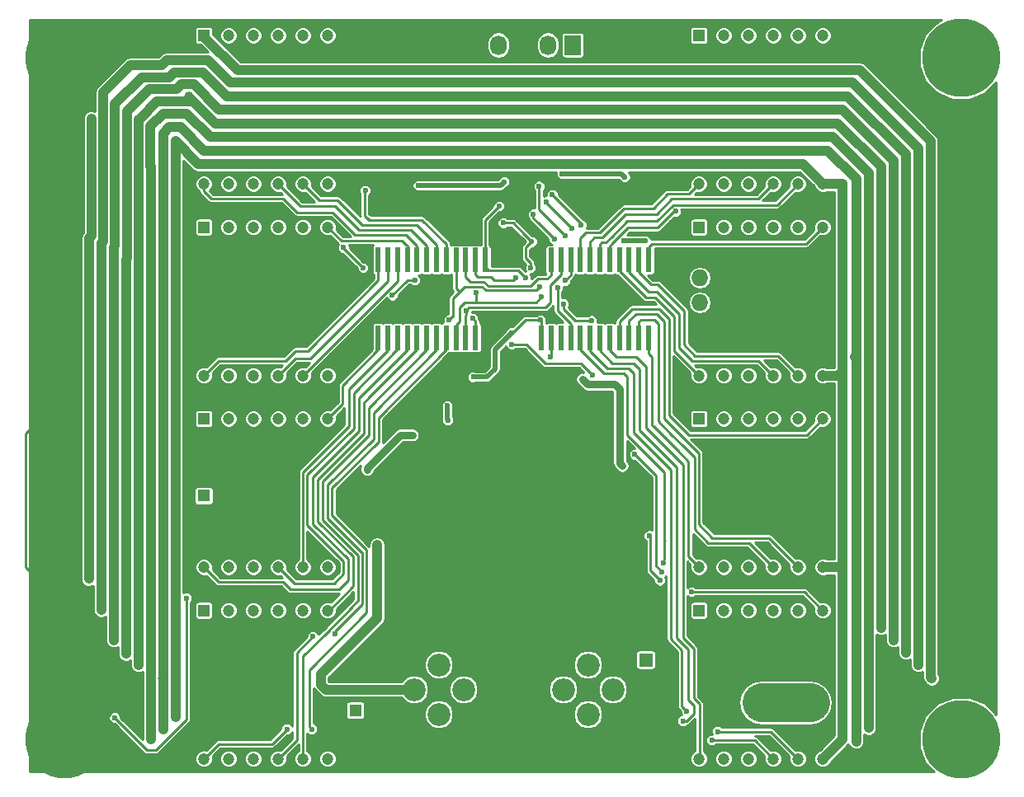
<source format=gbr>
G04 #@! TF.FileFunction,Copper,L2,Bot,Signal*
%FSLAX46Y46*%
G04 Gerber Fmt 4.6, Leading zero omitted, Abs format (unit mm)*
G04 Created by KiCad (PCBNEW 4.0.4-1.fc24-product) date Thu Jul 20 15:57:28 2017*
%MOMM*%
%LPD*%
G01*
G04 APERTURE LIST*
%ADD10C,0.100000*%
%ADD11R,1.200000X1.200000*%
%ADD12C,1.200000*%
%ADD13C,8.000000*%
%ADD14C,2.349500*%
%ADD15R,1.727200X2.032000*%
%ADD16O,1.727200X2.032000*%
%ADD17R,1.300000X1.300000*%
%ADD18C,1.300000*%
%ADD19R,1.397000X1.397000*%
%ADD20C,1.397000*%
%ADD21C,3.000000*%
%ADD22R,0.600000X2.500000*%
%ADD23R,1.727200X1.727200*%
%ADD24O,1.727200X1.727200*%
%ADD25C,1.000000*%
%ADD26C,0.600000*%
%ADD27C,0.800000*%
%ADD28C,0.254000*%
%ADD29C,0.500000*%
%ADD30C,1.000000*%
%ADD31C,0.250000*%
%ADD32C,0.350000*%
%ADD33C,4.000000*%
G04 APERTURE END LIST*
D10*
D11*
X118110000Y-65405000D03*
D12*
X120650000Y-65405000D03*
X123190000Y-65405000D03*
X125730000Y-65405000D03*
X128270000Y-65405000D03*
X130810000Y-65405000D03*
X125730000Y-80645000D03*
X128270000Y-80645000D03*
X118110000Y-80645000D03*
X120650000Y-80645000D03*
X130810000Y-80645000D03*
X123190000Y-80645000D03*
D13*
X145000000Y-48000000D03*
X53000000Y-118000000D03*
D14*
X93939360Y-112903000D03*
X88859360Y-112903000D03*
X104178100Y-112903000D03*
X109258100Y-112903000D03*
X91399360Y-115443000D03*
X91399360Y-110363000D03*
X106718100Y-115443000D03*
X106718100Y-110363000D03*
D15*
X105175000Y-46700000D03*
D16*
X102635000Y-46700000D03*
X100095000Y-46700000D03*
X97555000Y-46700000D03*
D17*
X82850000Y-115050000D03*
D18*
X82850000Y-110050000D03*
D17*
X67300000Y-93000000D03*
D18*
X72300000Y-93000000D03*
D19*
X112649000Y-109855000D03*
D20*
X112649000Y-117475000D03*
D21*
X124500000Y-114250000D03*
X129500000Y-114250000D03*
X124500000Y-94500000D03*
X129500000Y-94500000D03*
D13*
X145000000Y-118000000D03*
X53000000Y-48000000D03*
D22*
X101942000Y-68771000D03*
X102942000Y-68771000D03*
X103942000Y-68771000D03*
X104942000Y-68771000D03*
X105942000Y-68771000D03*
X106942000Y-68771000D03*
X107942000Y-68771000D03*
X108942000Y-68771000D03*
X109942000Y-68771000D03*
X110942000Y-68771000D03*
X111942000Y-68771000D03*
X112942000Y-68771000D03*
X112942000Y-76771000D03*
X111942000Y-76771000D03*
X110942000Y-76771000D03*
X109942000Y-76771000D03*
X108942000Y-76771000D03*
X107942000Y-76771000D03*
X106942000Y-76771000D03*
X105942000Y-76771000D03*
X104942000Y-76771000D03*
X103942000Y-76771000D03*
X102942000Y-76771000D03*
X101942000Y-76771000D03*
X96178000Y-76771000D03*
X95178000Y-76771000D03*
X94178000Y-76771000D03*
X93178000Y-76771000D03*
X92178000Y-76771000D03*
X91178000Y-76771000D03*
X90178000Y-76771000D03*
X89178000Y-76771000D03*
X88178000Y-76771000D03*
X87178000Y-76771000D03*
X86178000Y-76771000D03*
X85178000Y-76771000D03*
X85178000Y-68771000D03*
X86178000Y-68771000D03*
X87178000Y-68771000D03*
X88178000Y-68771000D03*
X89178000Y-68771000D03*
X90178000Y-68771000D03*
X91178000Y-68771000D03*
X92178000Y-68771000D03*
X93178000Y-68771000D03*
X94178000Y-68771000D03*
X95178000Y-68771000D03*
X96178000Y-68771000D03*
D23*
X118200000Y-75700000D03*
D24*
X120740000Y-75700000D03*
X118200000Y-73160000D03*
X120740000Y-73160000D03*
X118200000Y-70620000D03*
X120740000Y-70620000D03*
D11*
X67310000Y-104775000D03*
D12*
X69850000Y-104775000D03*
X72390000Y-104775000D03*
X74930000Y-104775000D03*
X77470000Y-104775000D03*
X80010000Y-104775000D03*
X74930000Y-120015000D03*
X77470000Y-120015000D03*
X67310000Y-120015000D03*
X69850000Y-120015000D03*
X80010000Y-120015000D03*
X72390000Y-120015000D03*
D11*
X67310000Y-85090000D03*
D12*
X69850000Y-85090000D03*
X72390000Y-85090000D03*
X74930000Y-85090000D03*
X77470000Y-85090000D03*
X80010000Y-85090000D03*
X74930000Y-100330000D03*
X77470000Y-100330000D03*
X67310000Y-100330000D03*
X69850000Y-100330000D03*
X80010000Y-100330000D03*
X72390000Y-100330000D03*
D11*
X67310000Y-65405000D03*
D12*
X69850000Y-65405000D03*
X72390000Y-65405000D03*
X74930000Y-65405000D03*
X77470000Y-65405000D03*
X80010000Y-65405000D03*
X74930000Y-80645000D03*
X77470000Y-80645000D03*
X67310000Y-80645000D03*
X69850000Y-80645000D03*
X80010000Y-80645000D03*
X72390000Y-80645000D03*
D11*
X67310000Y-45720000D03*
D12*
X69850000Y-45720000D03*
X72390000Y-45720000D03*
X74930000Y-45720000D03*
X77470000Y-45720000D03*
X80010000Y-45720000D03*
X74930000Y-60960000D03*
X77470000Y-60960000D03*
X67310000Y-60960000D03*
X69850000Y-60960000D03*
X80010000Y-60960000D03*
X72390000Y-60960000D03*
D11*
X118110000Y-85090000D03*
D12*
X120650000Y-85090000D03*
X123190000Y-85090000D03*
X125730000Y-85090000D03*
X128270000Y-85090000D03*
X130810000Y-85090000D03*
X125730000Y-100330000D03*
X128270000Y-100330000D03*
X118110000Y-100330000D03*
X120650000Y-100330000D03*
X130810000Y-100330000D03*
X123190000Y-100330000D03*
D11*
X118110000Y-104775000D03*
D12*
X120650000Y-104775000D03*
X123190000Y-104775000D03*
X125730000Y-104775000D03*
X128270000Y-104775000D03*
X130810000Y-104775000D03*
X125730000Y-120015000D03*
X128270000Y-120015000D03*
X118110000Y-120015000D03*
X120650000Y-120015000D03*
X130810000Y-120015000D03*
X123190000Y-120015000D03*
D11*
X118110000Y-45720000D03*
D12*
X120650000Y-45720000D03*
X123190000Y-45720000D03*
X125730000Y-45720000D03*
X128270000Y-45720000D03*
X130810000Y-45720000D03*
X125730000Y-60960000D03*
X128270000Y-60960000D03*
X118110000Y-60960000D03*
X120650000Y-60960000D03*
X130810000Y-60960000D03*
X123190000Y-60960000D03*
D25*
X68453000Y-82804000D03*
X72390000Y-74549000D03*
D26*
X72700000Y-82600000D03*
X71400000Y-82600000D03*
X69800000Y-82700000D03*
X53700000Y-86200000D03*
X53700000Y-84400000D03*
X53700000Y-83000000D03*
X53700000Y-81600000D03*
X70700000Y-111800000D03*
X73400000Y-111500000D03*
X74800000Y-111000000D03*
D25*
X109664000Y-110190000D03*
D26*
X97300000Y-110400000D03*
X96700000Y-108900000D03*
X98400000Y-108900000D03*
X111800000Y-62650000D03*
X87100000Y-110750000D03*
X96850000Y-107200000D03*
X85450000Y-108750000D03*
X85100000Y-109950000D03*
X110998000Y-61976000D03*
X100076000Y-69342000D03*
X101092000Y-68326000D03*
X97028000Y-75184000D03*
X82296000Y-71882000D03*
X90170000Y-81026000D03*
X83820000Y-77724000D03*
X83820000Y-75692000D03*
D25*
X99060000Y-67564000D03*
D26*
X78875000Y-47425000D03*
D25*
X63309500Y-120713500D03*
X74993500Y-109474000D03*
D26*
X111450000Y-104125000D03*
X80400000Y-78600000D03*
X112150000Y-73125000D03*
X107575000Y-72900000D03*
X94725000Y-66575000D03*
X86300000Y-61900000D03*
X91675000Y-62100000D03*
X95350000Y-60225000D03*
X103825000Y-61075000D03*
D25*
X115290600Y-115109000D03*
D26*
X89875000Y-70875000D03*
D25*
X89000000Y-72975000D03*
X119278400Y-95237300D03*
X119202200Y-93649800D03*
X119240300Y-91922600D03*
X52895000Y-53548000D03*
X51752000Y-55580000D03*
X49974000Y-57866000D03*
X50038000Y-55580000D03*
X49974000Y-53548000D03*
X119634000Y-109474000D03*
X120396000Y-115570000D03*
X115062000Y-110236000D03*
X50038000Y-103632000D03*
X50038000Y-101346000D03*
X50038000Y-106426000D03*
X50038000Y-109220000D03*
X117983000Y-98171000D03*
X130429000Y-102489000D03*
X77343000Y-68199000D03*
X65786000Y-62357000D03*
X65595500Y-101282500D03*
X127762000Y-75742800D03*
X143332200Y-98463100D03*
X143332200Y-96672400D03*
X143243300Y-93408500D03*
X143306800Y-94970600D03*
X76073000Y-95351600D03*
X76098400Y-93929200D03*
X75996800Y-92481400D03*
X81737200Y-94996000D03*
X81711800Y-92329000D03*
X81762600Y-93624400D03*
X86563200Y-93853000D03*
X91059000Y-93675200D03*
D26*
X94950000Y-80800000D03*
X92275000Y-83775000D03*
X85090000Y-98044000D03*
X84050000Y-90325000D03*
X100330000Y-70612000D03*
X101854000Y-74930000D03*
X98875000Y-76250000D03*
X92325000Y-85225000D03*
X97600000Y-63250000D03*
X88700000Y-86750000D03*
X110425000Y-66800000D03*
X112600000Y-66800000D03*
X110236000Y-89916000D03*
X106172000Y-81026000D03*
X110500000Y-60275000D03*
X104075000Y-59950000D03*
X98125000Y-60750000D03*
X89300000Y-61125000D03*
X114300000Y-100800000D03*
X111500000Y-88750000D03*
X114500000Y-99900000D03*
X117348000Y-102870000D03*
X116459000Y-116128800D03*
X119430800Y-118110000D03*
X116865400Y-115163600D03*
X120015000Y-117221000D03*
X115697000Y-63792100D03*
D25*
X55498500Y-101554000D03*
X55750000Y-54250000D03*
X141859000Y-91948000D03*
X141859000Y-72263000D03*
X141986000Y-111760000D03*
X118110000Y-49276000D03*
X55499000Y-85090000D03*
X55753000Y-65532000D03*
X56768500Y-104729000D03*
X63000000Y-48750000D03*
X56769000Y-86995000D03*
X56953002Y-63627000D03*
X140589000Y-90678000D03*
X140589000Y-70993000D03*
X140589000Y-110363000D03*
X120650000Y-50546000D03*
X63750000Y-50000000D03*
X58039000Y-88265000D03*
X58166000Y-67310000D03*
X139319000Y-89408000D03*
X139319000Y-69723000D03*
X139319000Y-109093000D03*
X123190000Y-51943000D03*
X58039000Y-107823000D03*
X59308500Y-73487000D03*
X64500000Y-51250000D03*
X59309000Y-89535000D03*
X138049000Y-88138000D03*
X138049000Y-68453000D03*
X138049000Y-107823000D03*
X125730000Y-53340000D03*
X59309000Y-109220000D03*
X59436000Y-68580000D03*
X65750000Y-52000000D03*
X136779000Y-86868000D03*
X136779000Y-67183000D03*
X136779000Y-106553000D03*
X128270000Y-54737000D03*
X60579000Y-110363000D03*
X60579000Y-90805000D03*
X60579000Y-69780002D03*
D26*
X83858100Y-61633100D03*
D25*
X61848500Y-80726000D03*
X61849000Y-98552000D03*
X61849000Y-117983000D03*
X61849000Y-59182000D03*
X135509000Y-97282000D03*
X135509000Y-77470000D03*
X135509000Y-116840000D03*
X120650000Y-56134000D03*
X64389000Y-115697000D03*
X64389000Y-95758000D03*
X64389000Y-76073000D03*
X64389000Y-56584998D03*
X63100000Y-111800000D03*
X63119000Y-97155000D03*
X63119000Y-57785000D03*
X63119000Y-77470000D03*
X134239000Y-98552000D03*
X134112000Y-78740000D03*
X134239000Y-118237000D03*
X123190000Y-57531000D03*
X63119000Y-116967000D03*
D26*
X78486000Y-107442000D03*
X80772000Y-107188000D03*
X75819000Y-116967000D03*
X78359000Y-116967000D03*
X104425000Y-66325000D03*
X101700000Y-61200000D03*
X102870000Y-78740000D03*
X99314000Y-70612000D03*
X102425000Y-62800000D03*
X105050000Y-65525000D03*
X106025000Y-65200000D03*
X103075000Y-62100000D03*
X104200000Y-73300000D03*
X107100000Y-75000000D03*
X100838000Y-69596000D03*
X100950000Y-66900000D03*
X98025000Y-64975000D03*
X86650000Y-72400000D03*
X88950000Y-70850000D03*
X103250000Y-66600000D03*
X101125000Y-64075000D03*
X113000000Y-97100000D03*
X114100000Y-101700000D03*
X101975000Y-72575000D03*
X104375000Y-70900000D03*
X95250000Y-72175000D03*
X94875000Y-74775000D03*
X94200000Y-73975000D03*
X92456000Y-74930000D03*
X101725000Y-71575000D03*
X103600000Y-71600000D03*
X107200000Y-80600000D03*
X98875000Y-77475000D03*
X58150000Y-115800000D03*
X65532000Y-103505000D03*
X83642200Y-69596000D03*
X81635600Y-67513200D03*
D27*
X65600000Y-87900000D02*
X71415400Y-87900000D01*
X71415400Y-87900000D02*
X75996800Y-92481400D01*
X65600000Y-96045600D02*
X65600000Y-87900000D01*
X65600000Y-87900000D02*
X65659000Y-87900000D01*
X65659000Y-87900000D02*
X65700000Y-87900000D01*
X65700000Y-87900000D02*
X65659000Y-87900000D01*
D28*
X68453000Y-82804000D02*
X66230500Y-82804000D01*
X66230500Y-82804000D02*
X65659000Y-82232500D01*
X65659000Y-82232500D02*
X65659000Y-77406500D01*
X65659000Y-77406500D02*
X68516500Y-74549000D01*
X72390000Y-74549000D02*
X68516500Y-74549000D01*
X72390000Y-74549000D02*
X68707000Y-74549000D01*
X65659000Y-77597000D02*
X68707000Y-74549000D01*
X65659000Y-79184500D02*
X65659000Y-77597000D01*
X65659000Y-87900000D02*
X65659000Y-79184500D01*
D27*
X69900000Y-82600000D02*
X71400000Y-82600000D01*
X69800000Y-82700000D02*
X69900000Y-82600000D01*
X50038000Y-78486000D02*
X50586000Y-78486000D01*
X53700000Y-83000000D02*
X53700000Y-84400000D01*
X50586000Y-78486000D02*
X53700000Y-81600000D01*
X50038000Y-85598000D02*
X50038000Y-78486000D01*
X74300000Y-111500000D02*
X73400000Y-111500000D01*
X74800000Y-111000000D02*
X74300000Y-111500000D01*
X115290600Y-115109000D02*
X110371600Y-110190000D01*
X109664000Y-110190000D02*
X106607986Y-105832057D01*
X110371600Y-110190000D02*
X109664000Y-110190000D01*
X103000000Y-102492000D02*
X103208000Y-102700000D01*
D29*
X94183200Y-93675200D02*
X91059000Y-93675200D01*
X103000000Y-102492000D02*
X94183200Y-93675200D01*
D27*
X103208000Y-102700000D02*
X106900000Y-102700000D01*
X106900000Y-102700000D02*
X106900000Y-105540043D01*
X106900000Y-105540043D02*
X106607986Y-105832057D01*
X96700000Y-108900000D02*
X98400000Y-108900000D01*
X99850000Y-64300000D02*
X99850000Y-60750000D01*
X103325000Y-61075000D02*
X103825000Y-61075000D01*
X102450000Y-60200000D02*
X103325000Y-61075000D01*
X100400000Y-60200000D02*
X102450000Y-60200000D01*
X99850000Y-60750000D02*
X100400000Y-60200000D01*
X111800000Y-62650000D02*
X111750000Y-62600000D01*
X101942000Y-68771000D02*
X101942000Y-66392000D01*
X98400000Y-62100000D02*
X95950000Y-62100000D01*
X99250000Y-62950000D02*
X98400000Y-62100000D01*
X99250000Y-63700000D02*
X99250000Y-62950000D01*
X101942000Y-66392000D02*
X99850000Y-64300000D01*
X99850000Y-64300000D02*
X99250000Y-63700000D01*
D30*
X87100000Y-110750000D02*
X87100000Y-110400000D01*
X87100000Y-110400000D02*
X87100000Y-110750000D01*
X87100000Y-110400000D02*
X90300000Y-107200000D01*
X90300000Y-107200000D02*
X96850000Y-107200000D01*
X82850000Y-110050000D02*
X85000000Y-110050000D01*
X85450000Y-108750000D02*
X87100000Y-110400000D01*
X85000000Y-110050000D02*
X85100000Y-109950000D01*
D27*
X110744000Y-62230000D02*
X109474000Y-62230000D01*
X110998000Y-61976000D02*
X110744000Y-62230000D01*
D28*
X99060000Y-67564000D02*
X99060000Y-68326000D01*
X99060000Y-68326000D02*
X100076000Y-69342000D01*
X101092000Y-68326000D02*
X101497000Y-68326000D01*
X101497000Y-68326000D02*
X101942000Y-68771000D01*
X97028000Y-75184000D02*
X97028000Y-75921000D01*
X97028000Y-75921000D02*
X96178000Y-76771000D01*
X72390000Y-74549000D02*
X72390000Y-73215500D01*
X79629000Y-74549000D02*
X72390000Y-74549000D01*
X82296000Y-71882000D02*
X79629000Y-74549000D01*
X96178000Y-76771000D02*
X96178000Y-78320000D01*
X96178000Y-78320000D02*
X95758000Y-78740000D01*
X95758000Y-78740000D02*
X92456000Y-78740000D01*
X92456000Y-78740000D02*
X90170000Y-81026000D01*
X83820000Y-77724000D02*
X83820000Y-75692000D01*
X84030500Y-75481500D02*
X84030500Y-75394500D01*
X83820000Y-75692000D02*
X84030500Y-75481500D01*
X50927000Y-91012000D02*
X50927000Y-91821000D01*
X53086000Y-100584000D02*
X50038000Y-103632000D01*
X53086000Y-93980000D02*
X53086000Y-100584000D01*
X50927000Y-91821000D02*
X53086000Y-93980000D01*
X53000000Y-118000000D02*
X53000000Y-114976000D01*
X53000000Y-114976000D02*
X50038000Y-112014000D01*
X50038000Y-112014000D02*
X50038000Y-109220000D01*
X99060000Y-67564000D02*
X97028000Y-65532000D01*
X97028000Y-65532000D02*
X97028000Y-65024000D01*
X97028000Y-65024000D02*
X98552000Y-63500000D01*
X98552000Y-63500000D02*
X99050000Y-63500000D01*
X98495000Y-48300000D02*
X100095000Y-46700000D01*
X96375000Y-48300000D02*
X98495000Y-48300000D01*
X95600000Y-47525000D02*
X96375000Y-48300000D01*
X78975000Y-47525000D02*
X95600000Y-47525000D01*
X78875000Y-47425000D02*
X78975000Y-47525000D01*
X99050000Y-63675000D02*
X99050000Y-63500000D01*
X101942000Y-66567000D02*
X99050000Y-63675000D01*
X101942000Y-68771000D02*
X101942000Y-66567000D01*
X99050000Y-63500000D02*
X99050000Y-62000000D01*
X99050000Y-62000000D02*
X99087500Y-62037500D01*
X99087500Y-62037500D02*
X99087500Y-62100000D01*
D27*
X74993500Y-109474000D02*
X74549000Y-109474000D01*
X63309500Y-120713500D02*
X74549000Y-109474000D01*
D28*
X112650000Y-102250000D02*
X111450000Y-102250000D01*
X112925000Y-101975000D02*
X112650000Y-102250000D01*
X111450000Y-102250000D02*
X111400000Y-102250000D01*
X111400000Y-102250000D02*
X111450000Y-102250000D01*
X111450000Y-102250000D02*
X111450000Y-104125000D01*
X109742943Y-105832057D02*
X106607986Y-105832057D01*
X111450000Y-104125000D02*
X109742943Y-105832057D01*
X83025000Y-75975000D02*
X83450000Y-75975000D01*
X80400000Y-78600000D02*
X83025000Y-75975000D01*
X101942000Y-68771000D02*
X101846000Y-68675000D01*
X112150000Y-73125000D02*
X111925000Y-72900000D01*
X111925000Y-72900000D02*
X107575000Y-72900000D01*
X95175000Y-66125000D02*
X95175000Y-63275000D01*
X95175000Y-63275000D02*
X95175000Y-62100000D01*
X94725000Y-66575000D02*
X95175000Y-66125000D01*
X100450000Y-60025000D02*
X100450000Y-60675000D01*
X100450000Y-60675000D02*
X99025000Y-62100000D01*
X99025000Y-62100000D02*
X99087500Y-62100000D01*
X99087500Y-62100000D02*
X95950000Y-62100000D01*
X95950000Y-62100000D02*
X95175000Y-62100000D01*
X95175000Y-62100000D02*
X91675000Y-62100000D01*
X86300000Y-61900000D02*
X86500000Y-62100000D01*
X86500000Y-62100000D02*
X91675000Y-62100000D01*
X99200000Y-60025000D02*
X95550000Y-60025000D01*
X95550000Y-60025000D02*
X95350000Y-60225000D01*
X103825000Y-61075000D02*
X102775000Y-60025000D01*
X102775000Y-60025000D02*
X100450000Y-60025000D01*
X100450000Y-60025000D02*
X99200000Y-60025000D01*
X115290600Y-115109000D02*
X115116781Y-114935181D01*
X115116781Y-114935181D02*
X115114927Y-114935181D01*
X89875000Y-72100000D02*
X89000000Y-72975000D01*
X89875000Y-70875000D02*
X89875000Y-72100000D01*
D27*
X88375000Y-73600000D02*
X89000000Y-72975000D01*
X83450000Y-75975000D02*
X84030500Y-75394500D01*
X84030500Y-75394500D02*
X85825000Y-73600000D01*
X85825000Y-73600000D02*
X88375000Y-73600000D01*
D28*
X119202200Y-91960700D02*
X119202200Y-93649800D01*
X119240300Y-91922600D02*
X119202200Y-91960700D01*
X49974000Y-57358000D02*
X51752000Y-55580000D01*
X49974000Y-57866000D02*
X49974000Y-57358000D01*
X49974000Y-55516000D02*
X50038000Y-55580000D01*
X49974000Y-53548000D02*
X49974000Y-55516000D01*
D31*
X120250000Y-110090000D02*
X121500000Y-111340000D01*
D28*
X120250000Y-110090000D02*
X119634000Y-109474000D01*
D31*
X121500000Y-111340000D02*
X121500000Y-114466000D01*
X121500000Y-114466000D02*
X120396000Y-115570000D01*
D30*
X50038000Y-50962000D02*
X50038000Y-78486000D01*
X50038000Y-50962000D02*
X52750000Y-48250000D01*
D31*
X50038000Y-85598000D02*
X50927000Y-86487000D01*
X50927000Y-86487000D02*
X50927000Y-91012000D01*
D28*
X50038000Y-101346000D02*
X49022000Y-100330000D01*
X49022000Y-100330000D02*
X49022000Y-86614000D01*
X49022000Y-86614000D02*
X50038000Y-85598000D01*
X50038000Y-103632000D02*
X50038000Y-106426000D01*
X143332200Y-98463100D02*
X143332200Y-112598200D01*
X139319000Y-115824000D02*
X139319000Y-120523000D01*
X142240000Y-112903000D02*
X139319000Y-115824000D01*
X143027400Y-112903000D02*
X142240000Y-112903000D01*
X143332200Y-112598200D02*
X143027400Y-112903000D01*
X72390000Y-73152000D02*
X77343000Y-68199000D01*
X72390000Y-73215500D02*
X72390000Y-73152000D01*
X65786000Y-68897500D02*
X70104000Y-73215500D01*
X70104000Y-73215500D02*
X72390000Y-73215500D01*
X65786000Y-62357000D02*
X65786000Y-68897500D01*
X65600000Y-96045600D02*
X65595500Y-96050100D01*
X65595500Y-96050100D02*
X65595500Y-101282500D01*
X127762000Y-75742800D02*
X127762000Y-75692000D01*
D27*
X143332200Y-96672400D02*
X143332200Y-98463100D01*
X143306800Y-93472000D02*
X143243300Y-93408500D01*
X143306800Y-94970600D02*
X143306800Y-93472000D01*
X115290600Y-115109000D02*
X115114927Y-114935181D01*
X76098400Y-93929200D02*
X76098400Y-92583000D01*
X76098400Y-92583000D02*
X75996800Y-92481400D01*
X81762600Y-93624400D02*
X81762600Y-92379800D01*
X81762600Y-92379800D02*
X81711800Y-92329000D01*
X86563200Y-93853000D02*
X81991200Y-93853000D01*
X81991200Y-93853000D02*
X81762600Y-93624400D01*
D28*
X96178000Y-76771000D02*
X96178000Y-77864600D01*
X96178000Y-75703800D02*
X96178000Y-76771000D01*
X86563200Y-93853000D02*
X86741000Y-93675200D01*
X86741000Y-93675200D02*
X91059000Y-93675200D01*
D29*
X97175000Y-78425000D02*
X97175000Y-79975000D01*
X96350000Y-80800000D02*
X94950000Y-80800000D01*
X97175000Y-79975000D02*
X96350000Y-80800000D01*
D30*
X88859360Y-112903000D02*
X79803000Y-112903000D01*
X85090000Y-105560000D02*
X85090000Y-98044000D01*
X79300000Y-111350000D02*
X85090000Y-105560000D01*
X79300000Y-112400000D02*
X79300000Y-111350000D01*
X79803000Y-112903000D02*
X79300000Y-112400000D01*
D29*
X97175000Y-78425000D02*
X97175000Y-77950000D01*
X97175000Y-77950000D02*
X98875000Y-76250000D01*
X92325000Y-85225000D02*
X92275000Y-85175000D01*
X92275000Y-85175000D02*
X92275000Y-83775000D01*
D27*
X88700000Y-86750000D02*
X87494000Y-86750000D01*
X84050000Y-90194000D02*
X84050000Y-90325000D01*
X87494000Y-86750000D02*
X84050000Y-90194000D01*
D28*
X99822000Y-70104000D02*
X99568000Y-69850000D01*
X99568000Y-69850000D02*
X96520000Y-69850000D01*
X96520000Y-69850000D02*
X96178000Y-69508000D01*
X96178000Y-69508000D02*
X96178000Y-68771000D01*
X99822000Y-70104000D02*
X100330000Y-70612000D01*
X98875000Y-76250000D02*
X99010000Y-76250000D01*
X100330000Y-74930000D02*
X101854000Y-74930000D01*
X99010000Y-76250000D02*
X100330000Y-74930000D01*
X101942000Y-75018000D02*
X101942000Y-76771000D01*
X101854000Y-74930000D02*
X101942000Y-75018000D01*
X92275000Y-83775000D02*
X92275000Y-85175000D01*
X96178000Y-64672000D02*
X96178000Y-68771000D01*
X97600000Y-63250000D02*
X96178000Y-64672000D01*
X98875000Y-76250000D02*
X97175000Y-77950000D01*
D29*
X89300000Y-61125000D02*
X97750000Y-61125000D01*
X97750000Y-61125000D02*
X98125000Y-60750000D01*
D32*
X89300000Y-61125000D02*
X89300000Y-61125000D01*
D29*
X110500000Y-60275000D02*
X110175000Y-59950000D01*
X110175000Y-59950000D02*
X104075000Y-59950000D01*
X112600000Y-66800000D02*
X110425000Y-66800000D01*
D27*
X106680000Y-81534000D02*
X106172000Y-81026000D01*
X109474000Y-81534000D02*
X106680000Y-81534000D01*
X109982000Y-82042000D02*
X109474000Y-81534000D01*
X109982000Y-89662000D02*
X109982000Y-82042000D01*
X110236000Y-89916000D02*
X109982000Y-89662000D01*
D28*
X110175000Y-59950000D02*
X104075000Y-59950000D01*
D31*
X113700000Y-99700000D02*
X113700000Y-100200000D01*
X113700000Y-100200000D02*
X114300000Y-100800000D01*
X114300000Y-100800000D02*
X113700000Y-100200000D01*
X113700000Y-90950000D02*
X111500000Y-88750000D01*
X113700000Y-99700000D02*
X113700000Y-90950000D01*
X114500000Y-99654000D02*
X114554000Y-99600000D01*
X114500000Y-99900000D02*
X114500000Y-99654000D01*
X114600000Y-97650000D02*
X114554000Y-97650000D01*
X114554000Y-97696000D02*
X114600000Y-97650000D01*
X114554000Y-99600000D02*
X114554000Y-97696000D01*
X114554000Y-95875000D02*
X114554000Y-96246000D01*
X108331000Y-80391000D02*
X105942000Y-78002000D01*
X114554000Y-95875000D02*
X114554000Y-90551000D01*
X114554000Y-90551000D02*
X110744000Y-86741000D01*
X110744000Y-86741000D02*
X110744000Y-80772000D01*
X110744000Y-80772000D02*
X110363000Y-80391000D01*
X110363000Y-80391000D02*
X108331000Y-80391000D01*
X114554000Y-97650000D02*
X114554000Y-96246000D01*
X130810000Y-104775000D02*
X128905000Y-102870000D01*
X128905000Y-102870000D02*
X117348000Y-102870000D01*
X105942000Y-78002000D02*
X105942000Y-76771000D01*
X116964400Y-108785600D02*
X116964400Y-113964400D01*
X116964400Y-113964400D02*
X117576600Y-114576600D01*
X117376999Y-115624399D02*
X116872598Y-116128800D01*
X117376999Y-115624399D02*
X117576600Y-115424798D01*
X117576600Y-115424798D02*
X117576600Y-114576600D01*
X116872598Y-116128800D02*
X116459000Y-116128800D01*
X120573800Y-118110000D02*
X119430800Y-118110000D01*
X116459000Y-116128800D02*
X116872598Y-116128800D01*
X115824000Y-107645200D02*
X116964400Y-108785600D01*
X115824000Y-107645200D02*
X115824000Y-90043000D01*
X115824000Y-90043000D02*
X112014000Y-86233000D01*
X107942000Y-78097000D02*
X107942000Y-76771000D01*
X109220000Y-79375000D02*
X107942000Y-78097000D01*
X111379000Y-79375000D02*
X109220000Y-79375000D01*
X112014000Y-80010000D02*
X111379000Y-79375000D01*
X112014000Y-86233000D02*
X112014000Y-80010000D01*
X125730000Y-120015000D02*
X123825000Y-118110000D01*
X123825000Y-118110000D02*
X120573800Y-118110000D01*
X116358800Y-108891200D02*
X116358800Y-114657000D01*
X116358800Y-114657000D02*
X116865400Y-115163600D01*
X120015000Y-117221000D02*
X125476000Y-117221000D01*
X125476000Y-117221000D02*
X128270000Y-120015000D01*
X116358800Y-108891200D02*
X115189000Y-107721400D01*
X106942000Y-76771000D02*
X106942000Y-78113000D01*
X115189000Y-90297000D02*
X115189000Y-107238800D01*
X111379000Y-86487000D02*
X115189000Y-90297000D01*
X111379000Y-80391000D02*
X111379000Y-86487000D01*
X110871000Y-79883000D02*
X111379000Y-80391000D01*
X108712000Y-79883000D02*
X110871000Y-79883000D01*
X106942000Y-78113000D02*
X108712000Y-79883000D01*
X115189000Y-107721400D02*
X115189000Y-107238800D01*
X117570000Y-108680000D02*
X117570000Y-113820000D01*
X117570000Y-113820000D02*
X118160800Y-114410800D01*
X118110000Y-120015000D02*
X118160800Y-119964200D01*
X118160800Y-119964200D02*
X118160800Y-114410800D01*
X116459000Y-107569000D02*
X117570000Y-108680000D01*
X108942000Y-76771000D02*
X108942000Y-78081000D01*
X116459000Y-89789000D02*
X116459000Y-107569000D01*
X112649000Y-85979000D02*
X116459000Y-89789000D01*
X112649000Y-79756000D02*
X112649000Y-85979000D01*
X111633000Y-78740000D02*
X112649000Y-79756000D01*
X109601000Y-78740000D02*
X111633000Y-78740000D01*
X108942000Y-78081000D02*
X109601000Y-78740000D01*
X130810000Y-85090000D02*
X129159000Y-86741000D01*
X115062000Y-84709000D02*
X115062000Y-81661000D01*
X117094000Y-86741000D02*
X115062000Y-84709000D01*
X129159000Y-86741000D02*
X117094000Y-86741000D01*
X111760000Y-73787000D02*
X111252000Y-73787000D01*
X109942000Y-75097000D02*
X109942000Y-76771000D01*
X111252000Y-73787000D02*
X109942000Y-75097000D01*
X115062000Y-74803000D02*
X114046000Y-73787000D01*
X115062000Y-81661000D02*
X115062000Y-74803000D01*
X114046000Y-73787000D02*
X111760000Y-73787000D01*
X109942000Y-76668000D02*
X109942000Y-76771000D01*
X117652800Y-96367600D02*
X117652800Y-96443800D01*
X117652800Y-96443800D02*
X119049800Y-97840800D01*
X116478050Y-87903050D02*
X117652800Y-89077800D01*
X123240800Y-97840800D02*
X125730000Y-100330000D01*
X119049800Y-97840800D02*
X123240800Y-97840800D01*
X117652800Y-89077800D02*
X117652800Y-96367600D01*
X115316000Y-86741000D02*
X113919000Y-85344000D01*
X113919000Y-75311000D02*
X113538000Y-74930000D01*
X113919000Y-85344000D02*
X113919000Y-75311000D01*
X111942000Y-76771000D02*
X111942000Y-75129000D01*
X112141000Y-74930000D02*
X113538000Y-74930000D01*
X111942000Y-75129000D02*
X112141000Y-74930000D01*
X115316000Y-86741000D02*
X116478050Y-87903050D01*
X128270000Y-100330000D02*
X125285500Y-97345500D01*
X118102802Y-88638802D02*
X116840000Y-87376000D01*
X118102802Y-95954002D02*
X118102802Y-88638802D01*
X119494300Y-97345500D02*
X118102802Y-95954002D01*
X125285500Y-97345500D02*
X119494300Y-97345500D01*
X115951000Y-86487000D02*
X114554000Y-85090000D01*
X116840000Y-87376000D02*
X115951000Y-86487000D01*
X113792000Y-74295000D02*
X111633000Y-74295000D01*
X111633000Y-74295000D02*
X110942000Y-74986000D01*
X110942000Y-74986000D02*
X110942000Y-76771000D01*
X114554000Y-85090000D02*
X114554000Y-75057000D01*
X114554000Y-75057000D02*
X113792000Y-74295000D01*
X118110000Y-100330000D02*
X117017800Y-99237800D01*
X115900200Y-88341200D02*
X113411000Y-85852000D01*
X112942000Y-78398000D02*
X113284000Y-78740000D01*
X113284000Y-78740000D02*
X113284000Y-85725000D01*
X113284000Y-85725000D02*
X113411000Y-85852000D01*
X112942000Y-76771000D02*
X112942000Y-78398000D01*
X117017800Y-99237800D02*
X117017800Y-89458800D01*
X117017800Y-89458800D02*
X115900200Y-88341200D01*
X130810000Y-65405000D02*
X129115000Y-67100000D01*
X112942000Y-67458000D02*
X112942000Y-68771000D01*
X113300000Y-67100000D02*
X112942000Y-67458000D01*
X129115000Y-67100000D02*
X113300000Y-67100000D01*
X120200000Y-79121000D02*
X117421000Y-79121000D01*
X117421000Y-79121000D02*
X117200000Y-78900000D01*
X116100000Y-74300000D02*
X113809000Y-72009000D01*
X116100000Y-77800000D02*
X116100000Y-74300000D01*
X117200000Y-78900000D02*
X116100000Y-77800000D01*
X125730000Y-80645000D02*
X124206000Y-79121000D01*
X124206000Y-79121000D02*
X120200000Y-79121000D01*
X110942000Y-70048000D02*
X110942000Y-68771000D01*
X112903000Y-72009000D02*
X110942000Y-70048000D01*
X113809000Y-72009000D02*
X112903000Y-72009000D01*
X111942000Y-68771000D02*
X111942000Y-70042000D01*
X113200000Y-71300000D02*
X113600000Y-71300000D01*
X111942000Y-70042000D02*
X113200000Y-71300000D01*
X120300000Y-78613000D02*
X117713000Y-78613000D01*
X113900000Y-71300000D02*
X113600000Y-71300000D01*
X116600000Y-74000000D02*
X113900000Y-71300000D01*
X116600000Y-77500000D02*
X116600000Y-74000000D01*
X117713000Y-78613000D02*
X116600000Y-77500000D01*
X126238000Y-78613000D02*
X128270000Y-80645000D01*
X120300000Y-78613000D02*
X126238000Y-78613000D01*
X111942000Y-68771000D02*
X111942000Y-69905000D01*
X113500000Y-72644000D02*
X113644000Y-72644000D01*
X115600000Y-78135000D02*
X118110000Y-80645000D01*
X115600000Y-74600000D02*
X115600000Y-78135000D01*
X113644000Y-72644000D02*
X115600000Y-74600000D01*
X109942000Y-68771000D02*
X109942000Y-69937000D01*
X109942000Y-69937000D02*
X112649000Y-72644000D01*
X112649000Y-72644000D02*
X113500000Y-72644000D01*
X110807000Y-65486000D02*
X113855000Y-65486000D01*
X113855000Y-65486000D02*
X114236000Y-65105000D01*
X109219500Y-67073500D02*
X110807000Y-65486000D01*
X108942000Y-67351000D02*
X108942000Y-68771000D01*
X109219500Y-67073500D02*
X108942000Y-67351000D01*
X115697000Y-63792100D02*
X115548900Y-63792100D01*
X115548900Y-63792100D02*
X114236000Y-65105000D01*
D28*
X108942000Y-68771000D02*
X108942000Y-67715000D01*
D31*
X106942000Y-68771000D02*
X106942000Y-66938000D01*
X107378000Y-66502000D02*
X108173800Y-66502000D01*
X106942000Y-66938000D02*
X107378000Y-66502000D01*
D28*
X110591600Y-64084200D02*
X113751006Y-64084200D01*
D31*
X115351206Y-62484000D02*
X124206000Y-62484000D01*
X124206000Y-62484000D02*
X125730000Y-60960000D01*
D28*
X110591600Y-64084200D02*
X108173800Y-66502000D01*
X113751006Y-64084200D02*
X115351206Y-62484000D01*
X106942000Y-67733800D02*
X106942000Y-68771000D01*
D31*
X107942000Y-67208000D02*
X107942000Y-68771000D01*
X108140000Y-67010000D02*
X107942000Y-67208000D01*
X108267000Y-67010000D02*
X108140000Y-67010000D01*
X108529400Y-67010000D02*
X108267000Y-67010000D01*
X109096700Y-66442700D02*
X108529400Y-67010000D01*
D28*
X109096700Y-66442700D02*
X110769400Y-64770000D01*
X110769400Y-64770000D02*
X113792000Y-64770000D01*
X113792000Y-64770000D02*
X115443000Y-63119000D01*
X107942000Y-68771000D02*
X107942000Y-67597400D01*
D31*
X128270000Y-60960000D02*
X126111000Y-63119000D01*
X126111000Y-63119000D02*
X115443000Y-63119000D01*
X105942000Y-67264000D02*
X105942000Y-66541000D01*
X106489000Y-65994000D02*
X107919800Y-65994000D01*
X105942000Y-66541000D02*
X106489000Y-65994000D01*
X105942000Y-68771000D02*
X105942000Y-67264000D01*
D28*
X110972600Y-63474600D02*
X110439200Y-63474600D01*
X110439200Y-63474600D02*
X107919800Y-65994000D01*
X110972600Y-63474600D02*
X113411000Y-63474600D01*
X113411000Y-63474600D02*
X114909600Y-61976000D01*
D31*
X118110000Y-60960000D02*
X117094000Y-61976000D01*
X117094000Y-61976000D02*
X114909600Y-61976000D01*
D28*
X105942000Y-68771000D02*
X105942000Y-67641600D01*
D27*
X55498500Y-101554000D02*
X55499000Y-101554000D01*
X55499000Y-101554000D02*
X55498500Y-101554000D01*
X55498500Y-101554000D02*
X55499000Y-101554000D01*
D30*
X55750000Y-54250000D02*
X55753000Y-54250000D01*
X55750000Y-57500000D02*
X55753000Y-57500000D01*
X55753000Y-57500000D02*
X55750000Y-57500000D01*
X55750000Y-57500000D02*
X55753000Y-57500000D01*
X141859000Y-91948000D02*
X141859000Y-91821000D01*
X141859000Y-109093000D02*
X141859000Y-111633000D01*
X141859000Y-111633000D02*
X141986000Y-111760000D01*
X118110000Y-49276000D02*
X134620000Y-49276000D01*
X141859000Y-56515000D02*
X141859000Y-72263000D01*
X141859000Y-72263000D02*
X141859000Y-91821000D01*
X141859000Y-91821000D02*
X141859000Y-109093000D01*
X141859000Y-109093000D02*
X141859000Y-110109000D01*
X134620000Y-49276000D02*
X141859000Y-56515000D01*
X67310000Y-45720000D02*
X67310000Y-45847000D01*
X67310000Y-45847000D02*
X70739000Y-49276000D01*
X70739000Y-49276000D02*
X118110000Y-49276000D01*
X55753000Y-65532000D02*
X55753000Y-66294000D01*
X55499000Y-66548000D02*
X55499000Y-85090000D01*
X55499000Y-85090000D02*
X55499000Y-101554000D01*
X55753000Y-66294000D02*
X55499000Y-66548000D01*
X55753000Y-54250000D02*
X55753000Y-54864000D01*
X55753000Y-54864000D02*
X55753000Y-56007000D01*
X55753000Y-56007000D02*
X55753000Y-57500000D01*
X55753000Y-57500000D02*
X55753000Y-65532000D01*
X56768500Y-104729000D02*
X56769000Y-104729000D01*
X56769000Y-104729000D02*
X56768500Y-104729000D01*
X56768500Y-104729000D02*
X56769000Y-104729000D01*
X67750000Y-48250000D02*
X63500000Y-48250000D01*
X63500000Y-48250000D02*
X63000000Y-48750000D01*
X72000000Y-50546000D02*
X70046000Y-50546000D01*
X70046000Y-50546000D02*
X67750000Y-48250000D01*
X56953002Y-51562000D02*
X59765002Y-48750000D01*
X56953002Y-51562000D02*
X56953002Y-53000000D01*
X56953002Y-53000000D02*
X56953002Y-63627000D01*
X59765002Y-48750000D02*
X63000000Y-48750000D01*
X120650000Y-50546000D02*
X72000000Y-50546000D01*
X56953002Y-63627000D02*
X56953002Y-66871998D01*
X56769000Y-68326000D02*
X56769000Y-86995000D01*
X56769000Y-67056000D02*
X56769000Y-68326000D01*
X56953002Y-66871998D02*
X56769000Y-67056000D01*
X133858000Y-50546000D02*
X120650000Y-50546000D01*
X140589000Y-57277000D02*
X133858000Y-50546000D01*
X140589000Y-110363000D02*
X140589000Y-90678000D01*
X140589000Y-90678000D02*
X140589000Y-70993000D01*
X140589000Y-70993000D02*
X140589000Y-57277000D01*
X56769000Y-86995000D02*
X56769000Y-104729000D01*
X67250000Y-49500000D02*
X64250000Y-49500000D01*
X69693000Y-51943000D02*
X67250000Y-49500000D01*
X123190000Y-51943000D02*
X69693000Y-51943000D01*
X64250000Y-49500000D02*
X63750000Y-50000000D01*
X58166000Y-67310000D02*
X58039000Y-67437000D01*
X58039000Y-67437000D02*
X58039000Y-88265000D01*
X60916000Y-50000000D02*
X58166000Y-52750000D01*
X58166000Y-64135000D02*
X58166000Y-52750000D01*
X58166000Y-67310000D02*
X58166000Y-64135000D01*
X63750000Y-50000000D02*
X60916000Y-50000000D01*
X133350000Y-51943000D02*
X139319000Y-57912000D01*
X139319000Y-57912000D02*
X139319000Y-69723000D01*
X139319000Y-69723000D02*
X139319000Y-89408000D01*
X139319000Y-89408000D02*
X139319000Y-109093000D01*
X123190000Y-51943000D02*
X133350000Y-51943000D01*
X58039000Y-88265000D02*
X58039000Y-107823000D01*
X59436000Y-68580000D02*
X59308500Y-68707500D01*
X59308500Y-68707500D02*
X59308500Y-73487000D01*
X59309000Y-74376000D02*
X59309000Y-76454000D01*
X59308500Y-73487000D02*
X59309000Y-73487000D01*
X59309000Y-73487000D02*
X59309000Y-73169500D01*
X59309000Y-89535000D02*
X59309000Y-76454000D01*
X59309000Y-73169500D02*
X59309000Y-74376000D01*
X66250000Y-50750000D02*
X65000000Y-50750000D01*
X65000000Y-50750000D02*
X64500000Y-51250000D01*
X125730000Y-53340000D02*
X68840000Y-53340000D01*
X68840000Y-53340000D02*
X66250000Y-50750000D01*
X61686000Y-51250000D02*
X59436000Y-53500000D01*
X59436000Y-53500000D02*
X59436000Y-68580000D01*
X64500000Y-51250000D02*
X61686000Y-51250000D01*
X132842000Y-53340000D02*
X125730000Y-53340000D01*
X138049000Y-58547000D02*
X132842000Y-53340000D01*
X138049000Y-107823000D02*
X138049000Y-88138000D01*
X138049000Y-88138000D02*
X138049000Y-68453000D01*
X138049000Y-68453000D02*
X138049000Y-58547000D01*
X59309000Y-89535000D02*
X59309000Y-109220000D01*
X60750000Y-54250000D02*
X62479002Y-52520998D01*
X66236998Y-52520998D02*
X66216000Y-52500000D01*
X62479002Y-52520998D02*
X66236998Y-52520998D01*
D27*
X66858000Y-53142000D02*
X66216000Y-52500000D01*
X60750000Y-54250000D02*
X60636002Y-54363998D01*
X65750000Y-52000000D02*
X65733000Y-52017000D01*
X65733000Y-52017000D02*
X65750000Y-52000000D01*
X65750000Y-52000000D02*
X65750000Y-52034000D01*
D30*
X132334000Y-54737000D02*
X128270000Y-54737000D01*
X136779000Y-59182000D02*
X132334000Y-54737000D01*
X136779000Y-106553000D02*
X136779000Y-86868000D01*
X136779000Y-86868000D02*
X136779000Y-67183000D01*
X136779000Y-67183000D02*
X136779000Y-59182000D01*
X128270000Y-54737000D02*
X128016000Y-54737000D01*
X128016000Y-54737000D02*
X125730000Y-54737000D01*
X68453000Y-54737000D02*
X125730000Y-54737000D01*
X125730000Y-54737000D02*
X128016000Y-54737000D01*
X65750000Y-52034000D02*
X66858000Y-53142000D01*
X66858000Y-53142000D02*
X68453000Y-54737000D01*
X60579000Y-90805000D02*
X60579000Y-110363000D01*
X60579000Y-69780002D02*
X60579000Y-90805000D01*
X60636002Y-69723000D02*
X60636002Y-54363998D01*
X60579000Y-69780002D02*
X60636002Y-69723000D01*
D28*
X83858100Y-61633100D02*
X83794600Y-61633100D01*
X83794600Y-61633100D02*
X83858100Y-61633100D01*
X83858100Y-61633100D02*
X83794600Y-61633100D01*
X84201000Y-64655700D02*
X84201000Y-64516000D01*
X83794600Y-64249300D02*
X84201000Y-64655700D01*
X83794600Y-64109600D02*
X83794600Y-64249300D01*
X83794600Y-61633100D02*
X83794600Y-64109600D01*
D31*
X84201000Y-64516000D02*
X84328000Y-64643000D01*
X92178000Y-68771000D02*
X92178000Y-67159000D01*
X92178000Y-67159000D02*
X89662000Y-64643000D01*
X89662000Y-64643000D02*
X84328000Y-64643000D01*
X80772000Y-63246000D02*
X83185000Y-65659000D01*
X88519000Y-65659000D02*
X90178000Y-67318000D01*
X83185000Y-65659000D02*
X88519000Y-65659000D01*
X74930000Y-60960000D02*
X77216000Y-63246000D01*
X90178000Y-67318000D02*
X90178000Y-68771000D01*
X77216000Y-63246000D02*
X80772000Y-63246000D01*
X91178000Y-67183000D02*
X89146000Y-65151000D01*
X83566000Y-65151000D02*
X81026000Y-62611000D01*
X89146000Y-65151000D02*
X83566000Y-65151000D01*
X91178000Y-68771000D02*
X91178000Y-67183000D01*
X79121000Y-62611000D02*
X77470000Y-60960000D01*
X81026000Y-62611000D02*
X79121000Y-62611000D01*
D28*
X68580000Y-62484000D02*
X68072000Y-62484000D01*
X68072000Y-62484000D02*
X67310000Y-61722000D01*
X67310000Y-61722000D02*
X67310000Y-60960000D01*
X68580000Y-62484000D02*
X74676000Y-62484000D01*
X75438000Y-62484000D02*
X76835000Y-63881000D01*
X74676000Y-62484000D02*
X75438000Y-62484000D01*
D31*
X89178000Y-68771000D02*
X89178000Y-67334000D01*
X82804000Y-66167000D02*
X80518000Y-63881000D01*
X88011000Y-66167000D02*
X82804000Y-66167000D01*
X89178000Y-67334000D02*
X88011000Y-66167000D01*
X76835000Y-63881000D02*
X80518000Y-63881000D01*
D30*
X61836004Y-59182000D02*
X61849000Y-59182000D01*
X102616000Y-56134000D02*
X67945000Y-56134000D01*
X67945000Y-56134000D02*
X65532000Y-53721000D01*
X65532000Y-53721000D02*
X63119000Y-53721000D01*
X63119000Y-53721000D02*
X61836004Y-55003996D01*
X61836004Y-55003996D02*
X61836004Y-59182000D01*
X61848500Y-80726000D02*
X61849000Y-80726000D01*
X61849000Y-80726000D02*
X61848500Y-80726000D01*
X61848500Y-80726000D02*
X61849000Y-80726000D01*
X61849000Y-78740000D02*
X61849000Y-80726000D01*
X61849000Y-80726000D02*
X61849000Y-98552000D01*
X61849000Y-98552000D02*
X61849000Y-117983000D01*
X61849000Y-59182000D02*
X61849000Y-59182000D01*
X61849000Y-59182000D02*
X61849000Y-78740000D01*
X135509000Y-97282000D02*
X135509000Y-97409000D01*
X120650000Y-56134000D02*
X131826000Y-56134000D01*
X135509000Y-59817000D02*
X135509000Y-77343000D01*
X135509000Y-77343000D02*
X135509000Y-97409000D01*
X135509000Y-97409000D02*
X135509000Y-116840000D01*
X131826000Y-56134000D02*
X135509000Y-59817000D01*
X102870000Y-56134000D02*
X102616000Y-56134000D01*
X102616000Y-56134000D02*
X120650000Y-56134000D01*
X64389000Y-115697000D02*
X64389000Y-95758000D01*
X64389000Y-95758000D02*
X64389000Y-80391000D01*
X64389000Y-76269998D02*
X64389000Y-80391000D01*
X64389000Y-76130002D02*
X64389000Y-56584998D01*
X64389000Y-56584998D02*
X66732002Y-58928000D01*
X66732002Y-58928000D02*
X128778000Y-58928000D01*
X130810000Y-100330000D02*
X132842000Y-100330000D01*
X132715000Y-100457000D02*
X132842000Y-100457000D01*
X132842000Y-100330000D02*
X132715000Y-100457000D01*
X130810000Y-80645000D02*
X132842000Y-80645000D01*
X132461000Y-80518000D02*
X132842000Y-80518000D01*
X132588000Y-80645000D02*
X132461000Y-80518000D01*
X132842000Y-80645000D02*
X132588000Y-80645000D01*
X130810000Y-60960000D02*
X132842000Y-60960000D01*
X132842000Y-117983000D02*
X130810000Y-120015000D01*
X132842000Y-73406000D02*
X132842000Y-80518000D01*
X132842000Y-80518000D02*
X132842000Y-100457000D01*
X132842000Y-100457000D02*
X132842000Y-117983000D01*
X132842000Y-60960000D02*
X132842000Y-73406000D01*
X128778000Y-58928000D02*
X130810000Y-60960000D01*
D27*
X63100000Y-111779000D02*
X63119000Y-111760000D01*
X63100000Y-111800000D02*
X63100000Y-111779000D01*
D30*
X63119000Y-55753000D02*
X63754000Y-55118000D01*
X63119000Y-57785000D02*
X63119000Y-55753000D01*
X63119000Y-111760000D02*
X63119000Y-97155000D01*
X63119000Y-97155000D02*
X63119000Y-77470000D01*
X63119000Y-57912000D02*
X63119000Y-57785000D01*
X63119000Y-63246000D02*
X63119000Y-57912000D01*
X63119000Y-77470000D02*
X63119000Y-63246000D01*
X134239000Y-98552000D02*
X134239000Y-98679000D01*
X67310000Y-57531000D02*
X123063000Y-57531000D01*
X134112000Y-78740000D02*
X134239000Y-78740000D01*
X134239000Y-78740000D02*
X134112000Y-78740000D01*
X134112000Y-78740000D02*
X134239000Y-78740000D01*
X131318000Y-57531000D02*
X123190000Y-57531000D01*
X134239000Y-60452000D02*
X131318000Y-57531000D01*
X134239000Y-118237000D02*
X134239000Y-98679000D01*
X134239000Y-98679000D02*
X134239000Y-78740000D01*
X134239000Y-78740000D02*
X134239000Y-60452000D01*
X63754000Y-55118000D02*
X64897000Y-55118000D01*
X64897000Y-55118000D02*
X67310000Y-57531000D01*
X123190000Y-57531000D02*
X123063000Y-57531000D01*
X63119000Y-116967000D02*
X63119000Y-111760000D01*
D31*
X80010000Y-65405000D02*
X81407000Y-66802000D01*
X87630000Y-66802000D02*
X88011000Y-67183000D01*
X81407000Y-66802000D02*
X87630000Y-66802000D01*
X88178000Y-67350000D02*
X88178000Y-68771000D01*
X88011000Y-67183000D02*
X88178000Y-67350000D01*
X74930000Y-80645000D02*
X76708000Y-78867000D01*
X86178000Y-70921000D02*
X86178000Y-68771000D01*
X78232000Y-78867000D02*
X86178000Y-70921000D01*
X76708000Y-78867000D02*
X78232000Y-78867000D01*
X87178000Y-68771000D02*
X87178000Y-70937000D01*
X87178000Y-70937000D02*
X77470000Y-80645000D01*
D28*
X67310000Y-80645000D02*
X68834000Y-79121000D01*
X75692000Y-79121000D02*
X76708000Y-78105000D01*
X68834000Y-79121000D02*
X75692000Y-79121000D01*
D31*
X85178000Y-70905000D02*
X77978000Y-78105000D01*
X77978000Y-78105000D02*
X76708000Y-78105000D01*
X85178000Y-68771000D02*
X85178000Y-70905000D01*
X81534000Y-83566000D02*
X80010000Y-85090000D01*
X85178000Y-76771000D02*
X85178000Y-78017000D01*
X85178000Y-78017000D02*
X81534000Y-81661000D01*
X81534000Y-81661000D02*
X81534000Y-83566000D01*
D28*
X81622900Y-101003100D02*
X81622900Y-99733100D01*
X77924002Y-90858998D02*
X82677000Y-86106000D01*
X77924002Y-96034202D02*
X77924002Y-90858998D01*
X81622900Y-99733100D02*
X77924002Y-96034202D01*
D31*
X82677000Y-86106000D02*
X82677000Y-82423000D01*
X80645000Y-101981000D02*
X81622900Y-101003100D01*
X74930000Y-100330000D02*
X76581000Y-101981000D01*
X76581000Y-101981000D02*
X80645000Y-101981000D01*
X82677000Y-82423000D02*
X87178000Y-77922000D01*
X87178000Y-77922000D02*
X87178000Y-76771000D01*
D28*
X82169000Y-85852000D02*
X77470000Y-90551000D01*
X77470000Y-90551000D02*
X77470000Y-100330000D01*
D31*
X84963000Y-79248000D02*
X86178000Y-78033000D01*
X86178000Y-78033000D02*
X86178000Y-76771000D01*
X84963000Y-79248000D02*
X82169000Y-82042000D01*
X82169000Y-82042000D02*
X82169000Y-82804000D01*
X82169000Y-82804000D02*
X82169000Y-85852000D01*
D28*
X76327000Y-102616000D02*
X76200000Y-102616000D01*
X75438000Y-101854000D02*
X68834000Y-101854000D01*
X76200000Y-102616000D02*
X75438000Y-101854000D01*
X83185000Y-86207600D02*
X83185000Y-86360000D01*
X82092800Y-99491800D02*
X82092800Y-101676200D01*
X78486000Y-95885000D02*
X82092800Y-99491800D01*
X78486000Y-91059000D02*
X78486000Y-95885000D01*
X83185000Y-86360000D02*
X78486000Y-91059000D01*
D31*
X88178000Y-76771000D02*
X88178000Y-77938000D01*
X88178000Y-77938000D02*
X83185000Y-82931000D01*
X83185000Y-82931000D02*
X83185000Y-86207600D01*
X68834000Y-101854000D02*
X67310000Y-100330000D01*
X81153000Y-102616000D02*
X76327000Y-102616000D01*
X82092800Y-101676200D02*
X81153000Y-102616000D01*
D28*
X82600800Y-102311200D02*
X82600800Y-99237800D01*
X83718400Y-86233000D02*
X83693000Y-86233000D01*
X83718400Y-86614000D02*
X83718400Y-86233000D01*
X78994000Y-91338400D02*
X83718400Y-86614000D01*
X78994000Y-95631000D02*
X78994000Y-91338400D01*
X82600800Y-99237800D02*
X78994000Y-95631000D01*
D31*
X84264500Y-82867500D02*
X83693000Y-83439000D01*
X83693000Y-83439000D02*
X83693000Y-84201000D01*
X89178000Y-77954000D02*
X84264500Y-82867500D01*
X83693000Y-84201000D02*
X83693000Y-86233000D01*
X82600800Y-102311200D02*
X80137000Y-104775000D01*
X89178000Y-76771000D02*
X89178000Y-77954000D01*
X80137000Y-104775000D02*
X80010000Y-104775000D01*
D28*
X82176056Y-97528944D02*
X79984600Y-95337488D01*
X79984600Y-91897200D02*
X84709000Y-87172800D01*
X79984600Y-95337488D02*
X79984600Y-91897200D01*
X82981800Y-104724200D02*
X83562802Y-104143198D01*
X83475314Y-98828202D02*
X82176056Y-97528944D01*
X82176056Y-97528944D02*
X82087156Y-97440044D01*
X83486602Y-98828202D02*
X83475314Y-98828202D01*
X83562802Y-98828202D02*
X83486602Y-98828202D01*
X83562802Y-98915690D02*
X83562802Y-98828202D01*
X83562802Y-104143198D02*
X83562802Y-98915690D01*
D31*
X76835000Y-118110000D02*
X74930000Y-120015000D01*
X76835000Y-109093000D02*
X76835000Y-118110000D01*
X78486000Y-107442000D02*
X76835000Y-109093000D01*
X80772000Y-106934000D02*
X80772000Y-107188000D01*
X82981800Y-104724200D02*
X80772000Y-106934000D01*
X91178000Y-76771000D02*
X91178000Y-77986000D01*
X91178000Y-77986000D02*
X84709000Y-84455000D01*
X84709000Y-84455000D02*
X84709000Y-87172800D01*
D28*
X84201000Y-86334600D02*
X84201000Y-86791800D01*
X82550000Y-104343200D02*
X82550000Y-104394000D01*
X83108800Y-103784400D02*
X82550000Y-104343200D01*
X83108800Y-99103744D02*
X83108800Y-103784400D01*
X79502000Y-95496944D02*
X83108800Y-99103744D01*
X79502000Y-91490800D02*
X79502000Y-95496944D01*
X84201000Y-86791800D02*
X79502000Y-91490800D01*
D31*
X79883000Y-107061000D02*
X77470000Y-109474000D01*
X77470000Y-109474000D02*
X77470000Y-114173000D01*
X82550000Y-104394000D02*
X79883000Y-107061000D01*
X90178000Y-76771000D02*
X90178000Y-77970000D01*
X90178000Y-77970000D02*
X84201000Y-83947000D01*
X84201000Y-83947000D02*
X84201000Y-86334600D01*
X77470000Y-114173000D02*
X77470000Y-120015000D01*
D28*
X67310000Y-120015000D02*
X68834000Y-118491000D01*
X74295000Y-118491000D02*
X75819000Y-116967000D01*
X68834000Y-118491000D02*
X74295000Y-118491000D01*
X84023200Y-104952800D02*
X84023200Y-98577400D01*
X85217000Y-87426800D02*
X85217000Y-86741000D01*
X80467200Y-92176600D02*
X85217000Y-87426800D01*
X80467200Y-95021400D02*
X80467200Y-92176600D01*
X84023200Y-98577400D02*
X80467200Y-95021400D01*
D31*
X78105000Y-116713000D02*
X78359000Y-116967000D01*
X78105000Y-110871000D02*
X78105000Y-116713000D01*
X84023200Y-104952800D02*
X78105000Y-110871000D01*
X85217000Y-84963000D02*
X85217000Y-86741000D01*
X92178000Y-78002000D02*
X85217000Y-84963000D01*
X92178000Y-76771000D02*
X92178000Y-78002000D01*
X67310000Y-119507000D02*
X67310000Y-120015000D01*
D28*
X104425000Y-66325000D02*
X104425000Y-66300000D01*
X104425000Y-66300000D02*
X101700000Y-63575000D01*
X101700000Y-63575000D02*
X101700000Y-61200000D01*
X102942000Y-76771000D02*
X102942000Y-78668000D01*
X102942000Y-78668000D02*
X102870000Y-78740000D01*
X96774000Y-70500000D02*
X97140000Y-70866000D01*
X99060000Y-70866000D02*
X99314000Y-70612000D01*
X97140000Y-70866000D02*
X99060000Y-70866000D01*
D31*
X95178000Y-70278000D02*
X95178000Y-68771000D01*
X95400000Y-70500000D02*
X95178000Y-70278000D01*
X96774000Y-70500000D02*
X95400000Y-70500000D01*
D28*
X102425000Y-62900000D02*
X102425000Y-62800000D01*
X105050000Y-65525000D02*
X102425000Y-62900000D01*
X106025000Y-65050000D02*
X106025000Y-65200000D01*
X103075000Y-62100000D02*
X106025000Y-65050000D01*
X107100000Y-75000000D02*
X105400000Y-75000000D01*
X104200000Y-73800000D02*
X104200000Y-73300000D01*
X105400000Y-75000000D02*
X104200000Y-73800000D01*
X100838000Y-69596000D02*
X100838000Y-69088000D01*
X100330000Y-68580000D02*
X100330000Y-67520000D01*
X100838000Y-69088000D02*
X100330000Y-68580000D01*
X100330000Y-67520000D02*
X100950000Y-66900000D01*
X100175000Y-66125000D02*
X99025000Y-64975000D01*
X99025000Y-64975000D02*
X98025000Y-64975000D01*
D31*
X100950000Y-66900000D02*
X100175000Y-66125000D01*
X88137500Y-70912500D02*
X88200000Y-70850000D01*
X86650000Y-72400000D02*
X88137500Y-70912500D01*
X88950000Y-70850000D02*
X88200000Y-70850000D01*
X103250000Y-66600000D02*
X101600000Y-64950000D01*
D28*
X101125000Y-64075000D02*
X101125000Y-64475000D01*
X101125000Y-64475000D02*
X101125000Y-64500000D01*
X101125000Y-64500000D02*
X101600000Y-64975000D01*
X101600000Y-64975000D02*
X101600000Y-64950000D01*
D33*
X129500000Y-114250000D02*
X124500000Y-114250000D01*
D31*
X113100000Y-97200000D02*
X113000000Y-97100000D01*
X113100000Y-100700000D02*
X113100000Y-97200000D01*
X114100000Y-101700000D02*
X113100000Y-100700000D01*
X95925000Y-71000000D02*
X96025000Y-71000000D01*
X100850002Y-71449998D02*
X101575000Y-70725000D01*
X96474998Y-71449998D02*
X100850002Y-71449998D01*
X96025000Y-71000000D02*
X96474998Y-71449998D01*
X94178000Y-68771000D02*
X94178000Y-70503000D01*
X102942000Y-70333000D02*
X102942000Y-68771000D01*
X102550000Y-70725000D02*
X102942000Y-70333000D01*
X101575000Y-70725000D02*
X102550000Y-70725000D01*
X94675000Y-71000000D02*
X95925000Y-71000000D01*
X94178000Y-70503000D02*
X94675000Y-71000000D01*
D28*
X95250000Y-72175000D02*
X95250000Y-73152000D01*
X93525000Y-73660000D02*
X94033000Y-73152000D01*
X94033000Y-73152000D02*
X95250000Y-73152000D01*
X101398000Y-73152000D02*
X101975000Y-72575000D01*
D31*
X104942000Y-70333000D02*
X104942000Y-68771000D01*
X104375000Y-70900000D02*
X104942000Y-70333000D01*
D28*
X95250000Y-73152000D02*
X101398000Y-73152000D01*
D31*
X93525000Y-75100000D02*
X93525000Y-73660000D01*
X93178000Y-75447000D02*
X93178000Y-76771000D01*
X93475000Y-75150000D02*
X93178000Y-75447000D01*
X93475000Y-75150000D02*
X93525000Y-75100000D01*
D28*
X104942000Y-67727200D02*
X104942000Y-68771000D01*
X104942000Y-67574800D02*
X104942000Y-68771000D01*
D31*
X95178000Y-76771000D02*
X95178000Y-75078000D01*
X95178000Y-75078000D02*
X94875000Y-74775000D01*
D28*
X102870000Y-72390000D02*
X102870000Y-71374000D01*
X103378000Y-70866000D02*
X103378000Y-70847000D01*
X102870000Y-71374000D02*
X103378000Y-70866000D01*
X94200000Y-73975000D02*
X94515000Y-73660000D01*
X102870000Y-73152000D02*
X102870000Y-72390000D01*
X102362000Y-73660000D02*
X102870000Y-73152000D01*
X94515000Y-73660000D02*
X102362000Y-73660000D01*
D31*
X103942000Y-68771000D02*
X103942000Y-70283000D01*
X103475000Y-70750000D02*
X103378000Y-70847000D01*
X103942000Y-70283000D02*
X103475000Y-70750000D01*
X94178000Y-74475000D02*
X94200000Y-74453000D01*
X94200000Y-74453000D02*
X94200000Y-73975000D01*
X94178000Y-76771000D02*
X94178000Y-74475000D01*
D28*
X103942000Y-68771000D02*
X103942000Y-67660400D01*
D31*
X94157800Y-76791200D02*
X94178000Y-76771000D01*
X94107000Y-76700000D02*
X94178000Y-76771000D01*
D28*
X104942000Y-76771000D02*
X104942000Y-75342000D01*
X103600000Y-74000000D02*
X103600000Y-71600000D01*
X104942000Y-75342000D02*
X103600000Y-74000000D01*
X92850000Y-74625000D02*
X92761000Y-74625000D01*
X92761000Y-74625000D02*
X92456000Y-74930000D01*
D31*
X94600000Y-71525000D02*
X95849996Y-71525000D01*
X93537500Y-72062500D02*
X94075000Y-71525000D01*
X94075000Y-71525000D02*
X94600000Y-71525000D01*
X96149998Y-71825002D02*
X96224996Y-71900000D01*
X96149998Y-71900000D02*
X96149998Y-71825002D01*
X101400000Y-71900000D02*
X96149998Y-71900000D01*
X101725000Y-71575000D02*
X101400000Y-71900000D01*
X95849996Y-71525000D02*
X96224996Y-71900000D01*
X93178000Y-68771000D02*
X93178000Y-71703000D01*
X93178000Y-71703000D02*
X93537500Y-72062500D01*
X92850000Y-72750000D02*
X93537500Y-72062500D01*
X92850000Y-74625000D02*
X92850000Y-72750000D01*
D28*
X100400000Y-77475000D02*
X102325000Y-79400000D01*
X106000000Y-79400000D02*
X107200000Y-80600000D01*
X102325000Y-79400000D02*
X106000000Y-79400000D01*
X99822000Y-77475000D02*
X100400000Y-77475000D01*
X99822000Y-77475000D02*
X98875000Y-77475000D01*
D31*
X62200000Y-119126000D02*
X61476000Y-119126000D01*
X61476000Y-119126000D02*
X58150000Y-115800000D01*
D28*
X62200000Y-119126000D02*
X62357000Y-119126000D01*
D31*
X62357000Y-119126000D02*
X65532000Y-115951000D01*
X65532000Y-115951000D02*
X65532000Y-114935000D01*
X65532000Y-115316000D02*
X65532000Y-115951000D01*
X65532000Y-103505000D02*
X65532000Y-114935000D01*
X65532000Y-114935000D02*
X65532000Y-115316000D01*
D28*
X83642200Y-69596000D02*
X81635600Y-67589400D01*
X81635600Y-67589400D02*
X81635600Y-67513200D01*
X81635600Y-67589400D02*
X81635600Y-67513200D01*
G36*
X142552153Y-44329609D02*
X141333887Y-45545751D01*
X140673753Y-47135530D01*
X140672250Y-48856917D01*
X141329609Y-50447847D01*
X142545751Y-51666113D01*
X144135530Y-52326247D01*
X145856917Y-52327750D01*
X147447847Y-51670391D01*
X148598000Y-50522243D01*
X148598000Y-115479636D01*
X147454249Y-114333887D01*
X145864470Y-113673753D01*
X144143083Y-113672250D01*
X142552153Y-114329609D01*
X141333887Y-115545751D01*
X140673753Y-117135530D01*
X140672250Y-118856917D01*
X141329609Y-120447847D01*
X142228193Y-121348000D01*
X49402000Y-121348000D01*
X49402000Y-101717779D01*
X54671357Y-101717779D01*
X54796995Y-102021846D01*
X55029430Y-102254688D01*
X55333278Y-102380856D01*
X55662279Y-102381143D01*
X55814518Y-102318239D01*
X55815479Y-102318048D01*
X55816287Y-102317508D01*
X55942000Y-102265565D01*
X55942000Y-104562921D01*
X55941644Y-104563778D01*
X55941357Y-104892779D01*
X56066995Y-105196846D01*
X56299430Y-105429688D01*
X56603278Y-105555856D01*
X56932279Y-105556143D01*
X57084518Y-105493239D01*
X57085479Y-105493048D01*
X57086287Y-105492508D01*
X57212000Y-105440565D01*
X57212000Y-107822852D01*
X57211857Y-107986779D01*
X57337495Y-108290846D01*
X57569930Y-108523688D01*
X57873778Y-108649856D01*
X58202779Y-108650143D01*
X58482000Y-108534771D01*
X58482000Y-109219852D01*
X58481857Y-109383779D01*
X58607495Y-109687846D01*
X58839930Y-109920688D01*
X59143778Y-110046856D01*
X59472779Y-110047143D01*
X59752000Y-109931771D01*
X59752000Y-110362852D01*
X59751857Y-110526779D01*
X59877495Y-110830846D01*
X60109930Y-111063688D01*
X60413778Y-111189856D01*
X60742779Y-111190143D01*
X61022000Y-111074771D01*
X61022000Y-117982852D01*
X61021956Y-118032732D01*
X58777011Y-115787787D01*
X58777109Y-115675829D01*
X58681855Y-115445297D01*
X58505631Y-115268765D01*
X58275265Y-115173109D01*
X58025829Y-115172891D01*
X57795297Y-115268145D01*
X57618765Y-115444369D01*
X57523109Y-115674735D01*
X57522891Y-115924171D01*
X57618145Y-116154703D01*
X57794369Y-116331235D01*
X58024735Y-116426891D01*
X58137766Y-116426990D01*
X61156388Y-119445612D01*
X61303027Y-119543594D01*
X61476000Y-119578000D01*
X62189945Y-119578000D01*
X62200000Y-119580000D01*
X62357000Y-119580000D01*
X62530738Y-119545441D01*
X62678026Y-119447026D01*
X62683721Y-119438503D01*
X65851612Y-116270612D01*
X65949594Y-116123973D01*
X65984000Y-115951000D01*
X65984000Y-104175000D01*
X66376594Y-104175000D01*
X66376594Y-105375000D01*
X66399395Y-105496179D01*
X66471012Y-105607474D01*
X66580286Y-105682138D01*
X66710000Y-105708406D01*
X67910000Y-105708406D01*
X68031179Y-105685605D01*
X68142474Y-105613988D01*
X68217138Y-105504714D01*
X68243406Y-105375000D01*
X68243406Y-104958583D01*
X68922839Y-104958583D01*
X69063669Y-105299417D01*
X69324211Y-105560414D01*
X69664799Y-105701839D01*
X70033583Y-105702161D01*
X70374417Y-105561331D01*
X70635414Y-105300789D01*
X70776839Y-104960201D01*
X70776840Y-104958583D01*
X71462839Y-104958583D01*
X71603669Y-105299417D01*
X71864211Y-105560414D01*
X72204799Y-105701839D01*
X72573583Y-105702161D01*
X72914417Y-105561331D01*
X73175414Y-105300789D01*
X73316839Y-104960201D01*
X73316840Y-104958583D01*
X74002839Y-104958583D01*
X74143669Y-105299417D01*
X74404211Y-105560414D01*
X74744799Y-105701839D01*
X75113583Y-105702161D01*
X75454417Y-105561331D01*
X75715414Y-105300789D01*
X75856839Y-104960201D01*
X75856840Y-104958583D01*
X76542839Y-104958583D01*
X76683669Y-105299417D01*
X76944211Y-105560414D01*
X77284799Y-105701839D01*
X77653583Y-105702161D01*
X77994417Y-105561331D01*
X78255414Y-105300789D01*
X78396839Y-104960201D01*
X78397161Y-104591417D01*
X78256331Y-104250583D01*
X77995789Y-103989586D01*
X77655201Y-103848161D01*
X77286417Y-103847839D01*
X76945583Y-103988669D01*
X76684586Y-104249211D01*
X76543161Y-104589799D01*
X76542839Y-104958583D01*
X75856840Y-104958583D01*
X75857161Y-104591417D01*
X75716331Y-104250583D01*
X75455789Y-103989586D01*
X75115201Y-103848161D01*
X74746417Y-103847839D01*
X74405583Y-103988669D01*
X74144586Y-104249211D01*
X74003161Y-104589799D01*
X74002839Y-104958583D01*
X73316840Y-104958583D01*
X73317161Y-104591417D01*
X73176331Y-104250583D01*
X72915789Y-103989586D01*
X72575201Y-103848161D01*
X72206417Y-103847839D01*
X71865583Y-103988669D01*
X71604586Y-104249211D01*
X71463161Y-104589799D01*
X71462839Y-104958583D01*
X70776840Y-104958583D01*
X70777161Y-104591417D01*
X70636331Y-104250583D01*
X70375789Y-103989586D01*
X70035201Y-103848161D01*
X69666417Y-103847839D01*
X69325583Y-103988669D01*
X69064586Y-104249211D01*
X68923161Y-104589799D01*
X68922839Y-104958583D01*
X68243406Y-104958583D01*
X68243406Y-104175000D01*
X68220605Y-104053821D01*
X68148988Y-103942526D01*
X68039714Y-103867862D01*
X67910000Y-103841594D01*
X66710000Y-103841594D01*
X66588821Y-103864395D01*
X66477526Y-103936012D01*
X66402862Y-104045286D01*
X66376594Y-104175000D01*
X65984000Y-104175000D01*
X65984000Y-103939728D01*
X66063235Y-103860631D01*
X66158891Y-103630265D01*
X66159109Y-103380829D01*
X66063855Y-103150297D01*
X65887631Y-102973765D01*
X65657265Y-102878109D01*
X65407829Y-102877891D01*
X65216000Y-102957153D01*
X65216000Y-95758000D01*
X65216143Y-95594221D01*
X65216000Y-95593875D01*
X65216000Y-92350000D01*
X66316594Y-92350000D01*
X66316594Y-93650000D01*
X66339395Y-93771179D01*
X66411012Y-93882474D01*
X66520286Y-93957138D01*
X66650000Y-93983406D01*
X67950000Y-93983406D01*
X68071179Y-93960605D01*
X68182474Y-93888988D01*
X68257138Y-93779714D01*
X68283406Y-93650000D01*
X68283406Y-92350000D01*
X68260605Y-92228821D01*
X68188988Y-92117526D01*
X68079714Y-92042862D01*
X67950000Y-92016594D01*
X66650000Y-92016594D01*
X66528821Y-92039395D01*
X66417526Y-92111012D01*
X66342862Y-92220286D01*
X66316594Y-92350000D01*
X65216000Y-92350000D01*
X65216000Y-84490000D01*
X66376594Y-84490000D01*
X66376594Y-85690000D01*
X66399395Y-85811179D01*
X66471012Y-85922474D01*
X66580286Y-85997138D01*
X66710000Y-86023406D01*
X67910000Y-86023406D01*
X68031179Y-86000605D01*
X68142474Y-85928988D01*
X68217138Y-85819714D01*
X68243406Y-85690000D01*
X68243406Y-85273583D01*
X68922839Y-85273583D01*
X69063669Y-85614417D01*
X69324211Y-85875414D01*
X69664799Y-86016839D01*
X70033583Y-86017161D01*
X70374417Y-85876331D01*
X70635414Y-85615789D01*
X70776839Y-85275201D01*
X70776840Y-85273583D01*
X71462839Y-85273583D01*
X71603669Y-85614417D01*
X71864211Y-85875414D01*
X72204799Y-86016839D01*
X72573583Y-86017161D01*
X72914417Y-85876331D01*
X73175414Y-85615789D01*
X73316839Y-85275201D01*
X73316840Y-85273583D01*
X74002839Y-85273583D01*
X74143669Y-85614417D01*
X74404211Y-85875414D01*
X74744799Y-86016839D01*
X75113583Y-86017161D01*
X75454417Y-85876331D01*
X75715414Y-85615789D01*
X75856839Y-85275201D01*
X75856840Y-85273583D01*
X76542839Y-85273583D01*
X76683669Y-85614417D01*
X76944211Y-85875414D01*
X77284799Y-86016839D01*
X77653583Y-86017161D01*
X77994417Y-85876331D01*
X78255414Y-85615789D01*
X78396839Y-85275201D01*
X78397161Y-84906417D01*
X78256331Y-84565583D01*
X77995789Y-84304586D01*
X77655201Y-84163161D01*
X77286417Y-84162839D01*
X76945583Y-84303669D01*
X76684586Y-84564211D01*
X76543161Y-84904799D01*
X76542839Y-85273583D01*
X75856840Y-85273583D01*
X75857161Y-84906417D01*
X75716331Y-84565583D01*
X75455789Y-84304586D01*
X75115201Y-84163161D01*
X74746417Y-84162839D01*
X74405583Y-84303669D01*
X74144586Y-84564211D01*
X74003161Y-84904799D01*
X74002839Y-85273583D01*
X73316840Y-85273583D01*
X73317161Y-84906417D01*
X73176331Y-84565583D01*
X72915789Y-84304586D01*
X72575201Y-84163161D01*
X72206417Y-84162839D01*
X71865583Y-84303669D01*
X71604586Y-84564211D01*
X71463161Y-84904799D01*
X71462839Y-85273583D01*
X70776840Y-85273583D01*
X70777161Y-84906417D01*
X70636331Y-84565583D01*
X70375789Y-84304586D01*
X70035201Y-84163161D01*
X69666417Y-84162839D01*
X69325583Y-84303669D01*
X69064586Y-84564211D01*
X68923161Y-84904799D01*
X68922839Y-85273583D01*
X68243406Y-85273583D01*
X68243406Y-84490000D01*
X68220605Y-84368821D01*
X68148988Y-84257526D01*
X68039714Y-84182862D01*
X67910000Y-84156594D01*
X66710000Y-84156594D01*
X66588821Y-84179395D01*
X66477526Y-84251012D01*
X66402862Y-84360286D01*
X66376594Y-84490000D01*
X65216000Y-84490000D01*
X65216000Y-76269998D01*
X65211680Y-76248279D01*
X65215856Y-76238222D01*
X65215950Y-76130252D01*
X65216000Y-76130002D01*
X65216000Y-76073148D01*
X65216143Y-75909221D01*
X65216000Y-75908875D01*
X65216000Y-64805000D01*
X66376594Y-64805000D01*
X66376594Y-66005000D01*
X66399395Y-66126179D01*
X66471012Y-66237474D01*
X66580286Y-66312138D01*
X66710000Y-66338406D01*
X67910000Y-66338406D01*
X68031179Y-66315605D01*
X68142474Y-66243988D01*
X68217138Y-66134714D01*
X68243406Y-66005000D01*
X68243406Y-65588583D01*
X68922839Y-65588583D01*
X69063669Y-65929417D01*
X69324211Y-66190414D01*
X69664799Y-66331839D01*
X70033583Y-66332161D01*
X70374417Y-66191331D01*
X70635414Y-65930789D01*
X70776839Y-65590201D01*
X70776840Y-65588583D01*
X71462839Y-65588583D01*
X71603669Y-65929417D01*
X71864211Y-66190414D01*
X72204799Y-66331839D01*
X72573583Y-66332161D01*
X72914417Y-66191331D01*
X73175414Y-65930789D01*
X73316839Y-65590201D01*
X73316840Y-65588583D01*
X74002839Y-65588583D01*
X74143669Y-65929417D01*
X74404211Y-66190414D01*
X74744799Y-66331839D01*
X75113583Y-66332161D01*
X75454417Y-66191331D01*
X75715414Y-65930789D01*
X75856839Y-65590201D01*
X75856840Y-65588583D01*
X76542839Y-65588583D01*
X76683669Y-65929417D01*
X76944211Y-66190414D01*
X77284799Y-66331839D01*
X77653583Y-66332161D01*
X77994417Y-66191331D01*
X78255414Y-65930789D01*
X78396839Y-65590201D01*
X78397161Y-65221417D01*
X78256331Y-64880583D01*
X77995789Y-64619586D01*
X77655201Y-64478161D01*
X77286417Y-64477839D01*
X76945583Y-64618669D01*
X76684586Y-64879211D01*
X76543161Y-65219799D01*
X76542839Y-65588583D01*
X75856840Y-65588583D01*
X75857161Y-65221417D01*
X75716331Y-64880583D01*
X75455789Y-64619586D01*
X75115201Y-64478161D01*
X74746417Y-64477839D01*
X74405583Y-64618669D01*
X74144586Y-64879211D01*
X74003161Y-65219799D01*
X74002839Y-65588583D01*
X73316840Y-65588583D01*
X73317161Y-65221417D01*
X73176331Y-64880583D01*
X72915789Y-64619586D01*
X72575201Y-64478161D01*
X72206417Y-64477839D01*
X71865583Y-64618669D01*
X71604586Y-64879211D01*
X71463161Y-65219799D01*
X71462839Y-65588583D01*
X70776840Y-65588583D01*
X70777161Y-65221417D01*
X70636331Y-64880583D01*
X70375789Y-64619586D01*
X70035201Y-64478161D01*
X69666417Y-64477839D01*
X69325583Y-64618669D01*
X69064586Y-64879211D01*
X68923161Y-65219799D01*
X68922839Y-65588583D01*
X68243406Y-65588583D01*
X68243406Y-64805000D01*
X68220605Y-64683821D01*
X68148988Y-64572526D01*
X68039714Y-64497862D01*
X67910000Y-64471594D01*
X66710000Y-64471594D01*
X66588821Y-64494395D01*
X66477526Y-64566012D01*
X66402862Y-64675286D01*
X66376594Y-64805000D01*
X65216000Y-64805000D01*
X65216000Y-61143583D01*
X66382839Y-61143583D01*
X66523669Y-61484417D01*
X66784211Y-61745414D01*
X66867540Y-61780015D01*
X66876908Y-61827109D01*
X66890559Y-61895738D01*
X66988974Y-62043026D01*
X67750974Y-62805027D01*
X67837666Y-62862952D01*
X67898262Y-62903441D01*
X68072000Y-62938000D01*
X75249948Y-62938000D01*
X76513973Y-64202026D01*
X76661261Y-64300441D01*
X76835000Y-64334999D01*
X76845050Y-64333000D01*
X80330776Y-64333000D01*
X82347776Y-66350000D01*
X81594225Y-66350000D01*
X80906790Y-65662566D01*
X80936839Y-65590201D01*
X80937161Y-65221417D01*
X80796331Y-64880583D01*
X80535789Y-64619586D01*
X80195201Y-64478161D01*
X79826417Y-64477839D01*
X79485583Y-64618669D01*
X79224586Y-64879211D01*
X79083161Y-65219799D01*
X79082839Y-65588583D01*
X79223669Y-65929417D01*
X79484211Y-66190414D01*
X79824799Y-66331839D01*
X80193583Y-66332161D01*
X80267425Y-66301650D01*
X81087387Y-67121612D01*
X81119135Y-67142825D01*
X81104365Y-67157569D01*
X81008709Y-67387935D01*
X81008491Y-67637371D01*
X81103745Y-67867903D01*
X81279969Y-68044435D01*
X81510335Y-68140091D01*
X81544269Y-68140121D01*
X83015186Y-69611039D01*
X83015091Y-69720171D01*
X83110345Y-69950703D01*
X83286569Y-70127235D01*
X83516935Y-70222891D01*
X83766371Y-70223109D01*
X83996903Y-70127855D01*
X84173435Y-69951631D01*
X84269091Y-69721265D01*
X84269309Y-69471829D01*
X84174055Y-69241297D01*
X83997831Y-69064765D01*
X83767465Y-68969109D01*
X83657266Y-68969013D01*
X82262547Y-67574295D01*
X82262709Y-67389029D01*
X82206916Y-67254000D01*
X84689058Y-67254000D01*
X84645526Y-67282012D01*
X84570862Y-67391286D01*
X84544594Y-67521000D01*
X84544594Y-70021000D01*
X84567395Y-70142179D01*
X84639012Y-70253474D01*
X84726000Y-70312911D01*
X84726000Y-70717775D01*
X77790776Y-77653000D01*
X76718050Y-77653000D01*
X76708000Y-77651001D01*
X76534262Y-77685559D01*
X76386974Y-77783974D01*
X75503948Y-78667000D01*
X68834000Y-78667000D01*
X68698128Y-78694027D01*
X68660261Y-78701559D01*
X68512973Y-78799974D01*
X67565568Y-79747380D01*
X67495201Y-79718161D01*
X67126417Y-79717839D01*
X66785583Y-79858669D01*
X66524586Y-80119211D01*
X66383161Y-80459799D01*
X66382839Y-80828583D01*
X66523669Y-81169417D01*
X66784211Y-81430414D01*
X67124799Y-81571839D01*
X67493583Y-81572161D01*
X67834417Y-81431331D01*
X68095414Y-81170789D01*
X68236839Y-80830201D01*
X68236840Y-80828583D01*
X68922839Y-80828583D01*
X69063669Y-81169417D01*
X69324211Y-81430414D01*
X69664799Y-81571839D01*
X70033583Y-81572161D01*
X70374417Y-81431331D01*
X70635414Y-81170789D01*
X70776839Y-80830201D01*
X70776840Y-80828583D01*
X71462839Y-80828583D01*
X71603669Y-81169417D01*
X71864211Y-81430414D01*
X72204799Y-81571839D01*
X72573583Y-81572161D01*
X72914417Y-81431331D01*
X73175414Y-81170789D01*
X73316839Y-80830201D01*
X73317161Y-80461417D01*
X73176331Y-80120583D01*
X72915789Y-79859586D01*
X72575201Y-79718161D01*
X72206417Y-79717839D01*
X71865583Y-79858669D01*
X71604586Y-80119211D01*
X71463161Y-80459799D01*
X71462839Y-80828583D01*
X70776840Y-80828583D01*
X70777161Y-80461417D01*
X70636331Y-80120583D01*
X70375789Y-79859586D01*
X70035201Y-79718161D01*
X69666417Y-79717839D01*
X69325583Y-79858669D01*
X69064586Y-80119211D01*
X68923161Y-80459799D01*
X68922839Y-80828583D01*
X68236840Y-80828583D01*
X68237161Y-80461417D01*
X68207477Y-80389576D01*
X69022053Y-79575000D01*
X75360776Y-79575000D01*
X75187566Y-79748210D01*
X75115201Y-79718161D01*
X74746417Y-79717839D01*
X74405583Y-79858669D01*
X74144586Y-80119211D01*
X74003161Y-80459799D01*
X74002839Y-80828583D01*
X74143669Y-81169417D01*
X74404211Y-81430414D01*
X74744799Y-81571839D01*
X75113583Y-81572161D01*
X75454417Y-81431331D01*
X75715414Y-81170789D01*
X75856839Y-80830201D01*
X75857161Y-80461417D01*
X75826650Y-80387574D01*
X76895224Y-79319000D01*
X78156776Y-79319000D01*
X77727566Y-79748210D01*
X77655201Y-79718161D01*
X77286417Y-79717839D01*
X76945583Y-79858669D01*
X76684586Y-80119211D01*
X76543161Y-80459799D01*
X76542839Y-80828583D01*
X76683669Y-81169417D01*
X76944211Y-81430414D01*
X77284799Y-81571839D01*
X77653583Y-81572161D01*
X77994417Y-81431331D01*
X78255414Y-81170789D01*
X78396839Y-80830201D01*
X78396840Y-80828583D01*
X79082839Y-80828583D01*
X79223669Y-81169417D01*
X79484211Y-81430414D01*
X79824799Y-81571839D01*
X80193583Y-81572161D01*
X80534417Y-81431331D01*
X80795414Y-81170789D01*
X80936839Y-80830201D01*
X80937161Y-80461417D01*
X80796331Y-80120583D01*
X80535789Y-79859586D01*
X80195201Y-79718161D01*
X79826417Y-79717839D01*
X79485583Y-79858669D01*
X79224586Y-80119211D01*
X79083161Y-80459799D01*
X79082839Y-80828583D01*
X78396840Y-80828583D01*
X78397161Y-80461417D01*
X78366650Y-80387574D01*
X86083461Y-72670763D01*
X86118145Y-72754703D01*
X86294369Y-72931235D01*
X86524735Y-73026891D01*
X86774171Y-73027109D01*
X87004703Y-72931855D01*
X87181235Y-72755631D01*
X87276891Y-72525265D01*
X87276990Y-72412234D01*
X88387224Y-71302000D01*
X88515272Y-71302000D01*
X88594369Y-71381235D01*
X88824735Y-71476891D01*
X89074171Y-71477109D01*
X89304703Y-71381855D01*
X89481235Y-71205631D01*
X89576891Y-70975265D01*
X89577109Y-70725829D01*
X89481855Y-70495297D01*
X89341210Y-70354406D01*
X89478000Y-70354406D01*
X89599179Y-70331605D01*
X89678581Y-70280511D01*
X89748286Y-70328138D01*
X89878000Y-70354406D01*
X90478000Y-70354406D01*
X90599179Y-70331605D01*
X90678581Y-70280511D01*
X90748286Y-70328138D01*
X90878000Y-70354406D01*
X91478000Y-70354406D01*
X91599179Y-70331605D01*
X91678581Y-70280511D01*
X91748286Y-70328138D01*
X91878000Y-70354406D01*
X92478000Y-70354406D01*
X92599179Y-70331605D01*
X92678581Y-70280511D01*
X92726000Y-70312911D01*
X92726000Y-71703000D01*
X92760406Y-71875973D01*
X92858388Y-72022612D01*
X92898276Y-72062500D01*
X92530388Y-72430388D01*
X92432406Y-72577027D01*
X92398000Y-72750000D01*
X92398000Y-74302949D01*
X92331829Y-74302891D01*
X92101297Y-74398145D01*
X91924765Y-74574369D01*
X91829109Y-74804735D01*
X91828891Y-75054171D01*
X91884020Y-75187594D01*
X91878000Y-75187594D01*
X91756821Y-75210395D01*
X91677419Y-75261489D01*
X91607714Y-75213862D01*
X91478000Y-75187594D01*
X90878000Y-75187594D01*
X90756821Y-75210395D01*
X90677419Y-75261489D01*
X90607714Y-75213862D01*
X90478000Y-75187594D01*
X89878000Y-75187594D01*
X89756821Y-75210395D01*
X89677419Y-75261489D01*
X89607714Y-75213862D01*
X89478000Y-75187594D01*
X88878000Y-75187594D01*
X88756821Y-75210395D01*
X88677419Y-75261489D01*
X88607714Y-75213862D01*
X88478000Y-75187594D01*
X87878000Y-75187594D01*
X87756821Y-75210395D01*
X87677419Y-75261489D01*
X87607714Y-75213862D01*
X87478000Y-75187594D01*
X86878000Y-75187594D01*
X86756821Y-75210395D01*
X86677419Y-75261489D01*
X86607714Y-75213862D01*
X86478000Y-75187594D01*
X85878000Y-75187594D01*
X85756821Y-75210395D01*
X85677419Y-75261489D01*
X85607714Y-75213862D01*
X85478000Y-75187594D01*
X84878000Y-75187594D01*
X84756821Y-75210395D01*
X84645526Y-75282012D01*
X84570862Y-75391286D01*
X84544594Y-75521000D01*
X84544594Y-78011182D01*
X81214388Y-81341388D01*
X81116406Y-81488027D01*
X81082000Y-81661000D01*
X81082000Y-83378775D01*
X80267566Y-84193210D01*
X80195201Y-84163161D01*
X79826417Y-84162839D01*
X79485583Y-84303669D01*
X79224586Y-84564211D01*
X79083161Y-84904799D01*
X79082839Y-85273583D01*
X79223669Y-85614417D01*
X79484211Y-85875414D01*
X79824799Y-86016839D01*
X80193583Y-86017161D01*
X80534417Y-85876331D01*
X80795414Y-85615789D01*
X80936839Y-85275201D01*
X80937161Y-84906417D01*
X80906650Y-84832575D01*
X81717000Y-84022225D01*
X81717000Y-85661947D01*
X77148974Y-90229974D01*
X77050559Y-90377262D01*
X77016000Y-90551000D01*
X77016000Y-99514573D01*
X76945583Y-99543669D01*
X76684586Y-99804211D01*
X76543161Y-100144799D01*
X76542839Y-100513583D01*
X76683669Y-100854417D01*
X76944211Y-101115414D01*
X77284799Y-101256839D01*
X77653583Y-101257161D01*
X77994417Y-101116331D01*
X78255414Y-100855789D01*
X78396839Y-100515201D01*
X78396840Y-100513583D01*
X79082839Y-100513583D01*
X79223669Y-100854417D01*
X79484211Y-101115414D01*
X79824799Y-101256839D01*
X80193583Y-101257161D01*
X80534417Y-101116331D01*
X80795414Y-100855789D01*
X80936839Y-100515201D01*
X80937161Y-100146417D01*
X80796331Y-99805583D01*
X80535789Y-99544586D01*
X80195201Y-99403161D01*
X79826417Y-99402839D01*
X79485583Y-99543669D01*
X79224586Y-99804211D01*
X79083161Y-100144799D01*
X79082839Y-100513583D01*
X78396840Y-100513583D01*
X78397161Y-100146417D01*
X78256331Y-99805583D01*
X77995789Y-99544586D01*
X77924000Y-99514776D01*
X77924000Y-96676252D01*
X81168900Y-99921153D01*
X81168900Y-100817875D01*
X80457776Y-101529000D01*
X76768225Y-101529000D01*
X75826790Y-100587566D01*
X75856839Y-100515201D01*
X75857161Y-100146417D01*
X75716331Y-99805583D01*
X75455789Y-99544586D01*
X75115201Y-99403161D01*
X74746417Y-99402839D01*
X74405583Y-99543669D01*
X74144586Y-99804211D01*
X74003161Y-100144799D01*
X74002839Y-100513583D01*
X74143669Y-100854417D01*
X74404211Y-101115414D01*
X74744799Y-101256839D01*
X75113583Y-101257161D01*
X75187425Y-101226650D01*
X75360776Y-101400000D01*
X69019225Y-101400000D01*
X68206790Y-100587566D01*
X68236839Y-100515201D01*
X68236840Y-100513583D01*
X68922839Y-100513583D01*
X69063669Y-100854417D01*
X69324211Y-101115414D01*
X69664799Y-101256839D01*
X70033583Y-101257161D01*
X70374417Y-101116331D01*
X70635414Y-100855789D01*
X70776839Y-100515201D01*
X70776840Y-100513583D01*
X71462839Y-100513583D01*
X71603669Y-100854417D01*
X71864211Y-101115414D01*
X72204799Y-101256839D01*
X72573583Y-101257161D01*
X72914417Y-101116331D01*
X73175414Y-100855789D01*
X73316839Y-100515201D01*
X73317161Y-100146417D01*
X73176331Y-99805583D01*
X72915789Y-99544586D01*
X72575201Y-99403161D01*
X72206417Y-99402839D01*
X71865583Y-99543669D01*
X71604586Y-99804211D01*
X71463161Y-100144799D01*
X71462839Y-100513583D01*
X70776840Y-100513583D01*
X70777161Y-100146417D01*
X70636331Y-99805583D01*
X70375789Y-99544586D01*
X70035201Y-99403161D01*
X69666417Y-99402839D01*
X69325583Y-99543669D01*
X69064586Y-99804211D01*
X68923161Y-100144799D01*
X68922839Y-100513583D01*
X68236840Y-100513583D01*
X68237161Y-100146417D01*
X68096331Y-99805583D01*
X67835789Y-99544586D01*
X67495201Y-99403161D01*
X67126417Y-99402839D01*
X66785583Y-99543669D01*
X66524586Y-99804211D01*
X66383161Y-100144799D01*
X66382839Y-100513583D01*
X66523669Y-100854417D01*
X66784211Y-101115414D01*
X67124799Y-101256839D01*
X67493583Y-101257161D01*
X67567425Y-101226650D01*
X68507281Y-102166506D01*
X68512974Y-102175026D01*
X68660262Y-102273441D01*
X68834000Y-102308000D01*
X75249948Y-102308000D01*
X75878974Y-102937027D01*
X76023498Y-103033594D01*
X76026262Y-103035441D01*
X76200000Y-103070000D01*
X76327000Y-103070000D01*
X76337055Y-103068000D01*
X81153000Y-103068000D01*
X81217631Y-103055144D01*
X80357304Y-103915472D01*
X80195201Y-103848161D01*
X79826417Y-103847839D01*
X79485583Y-103988669D01*
X79224586Y-104249211D01*
X79083161Y-104589799D01*
X79082839Y-104958583D01*
X79223669Y-105299417D01*
X79484211Y-105560414D01*
X79824799Y-105701839D01*
X80193583Y-105702161D01*
X80534417Y-105561331D01*
X80795414Y-105300789D01*
X80936839Y-104960201D01*
X80937141Y-104614083D01*
X82654800Y-102896425D01*
X82654800Y-103596347D01*
X82228974Y-104022174D01*
X82130559Y-104169462D01*
X82129379Y-104175396D01*
X79563388Y-106741388D01*
X79076221Y-107228555D01*
X79017855Y-107087297D01*
X78841631Y-106910765D01*
X78611265Y-106815109D01*
X78361829Y-106814891D01*
X78131297Y-106910145D01*
X77954765Y-107086369D01*
X77859109Y-107316735D01*
X77859010Y-107429765D01*
X76515388Y-108773388D01*
X76417406Y-108920027D01*
X76383000Y-109093000D01*
X76383000Y-116690094D01*
X76350855Y-116612297D01*
X76174631Y-116435765D01*
X75944265Y-116340109D01*
X75694829Y-116339891D01*
X75464297Y-116435145D01*
X75287765Y-116611369D01*
X75192109Y-116841735D01*
X75192013Y-116951935D01*
X74106948Y-118037000D01*
X68834000Y-118037000D01*
X68689086Y-118065825D01*
X68660261Y-118071559D01*
X68512973Y-118169974D01*
X67565568Y-119117380D01*
X67495201Y-119088161D01*
X67476632Y-119088145D01*
X67310000Y-119055000D01*
X67144824Y-119087855D01*
X67126417Y-119087839D01*
X66785583Y-119228669D01*
X66524586Y-119489211D01*
X66383161Y-119829799D01*
X66382839Y-120198583D01*
X66523669Y-120539417D01*
X66784211Y-120800414D01*
X67124799Y-120941839D01*
X67493583Y-120942161D01*
X67834417Y-120801331D01*
X68095414Y-120540789D01*
X68236839Y-120200201D01*
X68236840Y-120198583D01*
X68922839Y-120198583D01*
X69063669Y-120539417D01*
X69324211Y-120800414D01*
X69664799Y-120941839D01*
X70033583Y-120942161D01*
X70374417Y-120801331D01*
X70635414Y-120540789D01*
X70776839Y-120200201D01*
X70776840Y-120198583D01*
X71462839Y-120198583D01*
X71603669Y-120539417D01*
X71864211Y-120800414D01*
X72204799Y-120941839D01*
X72573583Y-120942161D01*
X72914417Y-120801331D01*
X73175414Y-120540789D01*
X73316839Y-120200201D01*
X73317161Y-119831417D01*
X73176331Y-119490583D01*
X72915789Y-119229586D01*
X72575201Y-119088161D01*
X72206417Y-119087839D01*
X71865583Y-119228669D01*
X71604586Y-119489211D01*
X71463161Y-119829799D01*
X71462839Y-120198583D01*
X70776840Y-120198583D01*
X70777161Y-119831417D01*
X70636331Y-119490583D01*
X70375789Y-119229586D01*
X70035201Y-119088161D01*
X69666417Y-119087839D01*
X69325583Y-119228669D01*
X69064586Y-119489211D01*
X68923161Y-119829799D01*
X68922839Y-120198583D01*
X68236840Y-120198583D01*
X68237161Y-119831417D01*
X68207477Y-119759576D01*
X69022053Y-118945000D01*
X74295000Y-118945000D01*
X74468738Y-118910441D01*
X74616026Y-118812026D01*
X75834039Y-117594014D01*
X75943171Y-117594109D01*
X76173703Y-117498855D01*
X76350235Y-117322631D01*
X76383000Y-117243724D01*
X76383000Y-117922776D01*
X75187566Y-119118210D01*
X75115201Y-119088161D01*
X74746417Y-119087839D01*
X74405583Y-119228669D01*
X74144586Y-119489211D01*
X74003161Y-119829799D01*
X74002839Y-120198583D01*
X74143669Y-120539417D01*
X74404211Y-120800414D01*
X74744799Y-120941839D01*
X75113583Y-120942161D01*
X75454417Y-120801331D01*
X75715414Y-120540789D01*
X75856839Y-120200201D01*
X75857161Y-119831417D01*
X75826650Y-119757574D01*
X77018000Y-118566224D01*
X77018000Y-119198747D01*
X76945583Y-119228669D01*
X76684586Y-119489211D01*
X76543161Y-119829799D01*
X76542839Y-120198583D01*
X76683669Y-120539417D01*
X76944211Y-120800414D01*
X77284799Y-120941839D01*
X77653583Y-120942161D01*
X77994417Y-120801331D01*
X78255414Y-120540789D01*
X78396839Y-120200201D01*
X78396840Y-120198583D01*
X79082839Y-120198583D01*
X79223669Y-120539417D01*
X79484211Y-120800414D01*
X79824799Y-120941839D01*
X80193583Y-120942161D01*
X80534417Y-120801331D01*
X80795414Y-120540789D01*
X80936839Y-120200201D01*
X80937161Y-119831417D01*
X80796331Y-119490583D01*
X80535789Y-119229586D01*
X80195201Y-119088161D01*
X79826417Y-119087839D01*
X79485583Y-119228669D01*
X79224586Y-119489211D01*
X79083161Y-119829799D01*
X79082839Y-120198583D01*
X78396840Y-120198583D01*
X78397161Y-119831417D01*
X78256331Y-119490583D01*
X77995789Y-119229586D01*
X77922000Y-119198946D01*
X77922000Y-117416724D01*
X78003369Y-117498235D01*
X78233735Y-117593891D01*
X78483171Y-117594109D01*
X78713703Y-117498855D01*
X78890235Y-117322631D01*
X78985891Y-117092265D01*
X78986109Y-116842829D01*
X78890855Y-116612297D01*
X78714631Y-116435765D01*
X78557000Y-116370311D01*
X78557000Y-114400000D01*
X81866594Y-114400000D01*
X81866594Y-115700000D01*
X81889395Y-115821179D01*
X81961012Y-115932474D01*
X82070286Y-116007138D01*
X82200000Y-116033406D01*
X83500000Y-116033406D01*
X83621179Y-116010605D01*
X83732474Y-115938988D01*
X83807138Y-115829714D01*
X83825223Y-115740406D01*
X89897350Y-115740406D01*
X90125496Y-116292562D01*
X90547576Y-116715379D01*
X91099333Y-116944489D01*
X91696766Y-116945010D01*
X92248922Y-116716864D01*
X92671739Y-116294784D01*
X92900849Y-115743027D01*
X92900851Y-115740406D01*
X105216090Y-115740406D01*
X105444236Y-116292562D01*
X105866316Y-116715379D01*
X106418073Y-116944489D01*
X107015506Y-116945010D01*
X107567662Y-116716864D01*
X107990479Y-116294784D01*
X108219589Y-115743027D01*
X108220110Y-115145594D01*
X107991964Y-114593438D01*
X107569884Y-114170621D01*
X107018127Y-113941511D01*
X106420694Y-113940990D01*
X105868538Y-114169136D01*
X105445721Y-114591216D01*
X105216611Y-115142973D01*
X105216090Y-115740406D01*
X92900851Y-115740406D01*
X92901370Y-115145594D01*
X92673224Y-114593438D01*
X92251144Y-114170621D01*
X91699387Y-113941511D01*
X91101954Y-113940990D01*
X90549798Y-114169136D01*
X90126981Y-114591216D01*
X89897871Y-115142973D01*
X89897350Y-115740406D01*
X83825223Y-115740406D01*
X83833406Y-115700000D01*
X83833406Y-114400000D01*
X83810605Y-114278821D01*
X83738988Y-114167526D01*
X83629714Y-114092862D01*
X83500000Y-114066594D01*
X82200000Y-114066594D01*
X82078821Y-114089395D01*
X81967526Y-114161012D01*
X81892862Y-114270286D01*
X81866594Y-114400000D01*
X78557000Y-114400000D01*
X78557000Y-112747980D01*
X78715223Y-112984777D01*
X79218222Y-113487777D01*
X79456557Y-113647027D01*
X79486521Y-113667048D01*
X79803000Y-113730000D01*
X87576174Y-113730000D01*
X87585496Y-113752562D01*
X88007576Y-114175379D01*
X88559333Y-114404489D01*
X89156766Y-114405010D01*
X89708922Y-114176864D01*
X90131739Y-113754784D01*
X90360849Y-113203027D01*
X90360851Y-113200406D01*
X92437350Y-113200406D01*
X92665496Y-113752562D01*
X93087576Y-114175379D01*
X93639333Y-114404489D01*
X94236766Y-114405010D01*
X94788922Y-114176864D01*
X95211739Y-113754784D01*
X95440849Y-113203027D01*
X95440851Y-113200406D01*
X102676090Y-113200406D01*
X102904236Y-113752562D01*
X103326316Y-114175379D01*
X103878073Y-114404489D01*
X104475506Y-114405010D01*
X105027662Y-114176864D01*
X105450479Y-113754784D01*
X105679589Y-113203027D01*
X105679591Y-113200406D01*
X107756090Y-113200406D01*
X107984236Y-113752562D01*
X108406316Y-114175379D01*
X108958073Y-114404489D01*
X109555506Y-114405010D01*
X110107662Y-114176864D01*
X110530479Y-113754784D01*
X110759589Y-113203027D01*
X110760110Y-112605594D01*
X110531964Y-112053438D01*
X110109884Y-111630621D01*
X109558127Y-111401511D01*
X108960694Y-111400990D01*
X108408538Y-111629136D01*
X107985721Y-112051216D01*
X107756611Y-112602973D01*
X107756090Y-113200406D01*
X105679591Y-113200406D01*
X105680110Y-112605594D01*
X105451964Y-112053438D01*
X105029884Y-111630621D01*
X104478127Y-111401511D01*
X103880694Y-111400990D01*
X103328538Y-111629136D01*
X102905721Y-112051216D01*
X102676611Y-112602973D01*
X102676090Y-113200406D01*
X95440851Y-113200406D01*
X95441370Y-112605594D01*
X95213224Y-112053438D01*
X94791144Y-111630621D01*
X94239387Y-111401511D01*
X93641954Y-111400990D01*
X93089798Y-111629136D01*
X92666981Y-112051216D01*
X92437871Y-112602973D01*
X92437350Y-113200406D01*
X90360851Y-113200406D01*
X90361370Y-112605594D01*
X90133224Y-112053438D01*
X89711144Y-111630621D01*
X89159387Y-111401511D01*
X88561954Y-111400990D01*
X88009798Y-111629136D01*
X87586981Y-112051216D01*
X87576690Y-112076000D01*
X80145555Y-112076000D01*
X80127000Y-112057446D01*
X80127000Y-111692554D01*
X81159148Y-110660406D01*
X89897350Y-110660406D01*
X90125496Y-111212562D01*
X90547576Y-111635379D01*
X91099333Y-111864489D01*
X91696766Y-111865010D01*
X92248922Y-111636864D01*
X92671739Y-111214784D01*
X92900849Y-110663027D01*
X92900851Y-110660406D01*
X105216090Y-110660406D01*
X105444236Y-111212562D01*
X105866316Y-111635379D01*
X106418073Y-111864489D01*
X107015506Y-111865010D01*
X107567662Y-111636864D01*
X107990479Y-111214784D01*
X108219589Y-110663027D01*
X108220110Y-110065594D01*
X107991964Y-109513438D01*
X107635649Y-109156500D01*
X111617094Y-109156500D01*
X111617094Y-110553500D01*
X111639895Y-110674679D01*
X111711512Y-110785974D01*
X111820786Y-110860638D01*
X111950500Y-110886906D01*
X113347500Y-110886906D01*
X113468679Y-110864105D01*
X113579974Y-110792488D01*
X113654638Y-110683214D01*
X113680906Y-110553500D01*
X113680906Y-109156500D01*
X113658105Y-109035321D01*
X113586488Y-108924026D01*
X113477214Y-108849362D01*
X113347500Y-108823094D01*
X111950500Y-108823094D01*
X111829321Y-108845895D01*
X111718026Y-108917512D01*
X111643362Y-109026786D01*
X111617094Y-109156500D01*
X107635649Y-109156500D01*
X107569884Y-109090621D01*
X107018127Y-108861511D01*
X106420694Y-108860990D01*
X105868538Y-109089136D01*
X105445721Y-109511216D01*
X105216611Y-110062973D01*
X105216090Y-110660406D01*
X92900851Y-110660406D01*
X92901370Y-110065594D01*
X92673224Y-109513438D01*
X92251144Y-109090621D01*
X91699387Y-108861511D01*
X91101954Y-108860990D01*
X90549798Y-109089136D01*
X90126981Y-109511216D01*
X89897871Y-110062973D01*
X89897350Y-110660406D01*
X81159148Y-110660406D01*
X85674778Y-106144777D01*
X85854048Y-105876479D01*
X85917000Y-105560000D01*
X85917000Y-98044000D01*
X85854048Y-97727521D01*
X85674777Y-97459223D01*
X85406479Y-97279952D01*
X85090000Y-97217000D01*
X84773521Y-97279952D01*
X84505223Y-97459223D01*
X84325952Y-97727521D01*
X84263000Y-98044000D01*
X84263000Y-98175147D01*
X80921200Y-94833348D01*
X80921200Y-92364652D01*
X83395006Y-89890847D01*
X83378340Y-89915789D01*
X83378340Y-89915790D01*
X83322999Y-90194000D01*
X83323000Y-90194005D01*
X83323000Y-90325000D01*
X83378340Y-90603211D01*
X83535933Y-90839067D01*
X83771789Y-90996660D01*
X84050000Y-91052000D01*
X84328211Y-90996660D01*
X84564067Y-90839067D01*
X84721660Y-90603211D01*
X84734755Y-90537379D01*
X87795133Y-87477000D01*
X88700000Y-87477000D01*
X88978211Y-87421660D01*
X89214067Y-87264067D01*
X89371660Y-87028211D01*
X89427000Y-86750000D01*
X89371660Y-86471789D01*
X89214067Y-86235933D01*
X88978211Y-86078340D01*
X88700000Y-86023000D01*
X87494005Y-86023000D01*
X87494000Y-86022999D01*
X87215790Y-86078339D01*
X87149113Y-86122891D01*
X86979933Y-86235933D01*
X86979931Y-86235936D01*
X85641683Y-87574183D01*
X85671000Y-87426800D01*
X85671000Y-86741000D01*
X85669000Y-86730945D01*
X85669000Y-85150224D01*
X86920053Y-83899171D01*
X91647891Y-83899171D01*
X91698000Y-84020444D01*
X91698000Y-85174995D01*
X91697999Y-85175000D01*
X91698043Y-85175221D01*
X91697891Y-85349171D01*
X91793145Y-85579703D01*
X91969369Y-85756235D01*
X92199735Y-85851891D01*
X92449171Y-85852109D01*
X92679703Y-85756855D01*
X92856235Y-85580631D01*
X92951891Y-85350265D01*
X92952109Y-85100829D01*
X92856855Y-84870297D01*
X92852000Y-84865434D01*
X92852000Y-84020416D01*
X92901891Y-83900265D01*
X92902109Y-83650829D01*
X92806855Y-83420297D01*
X92630631Y-83243765D01*
X92400265Y-83148109D01*
X92150829Y-83147891D01*
X91920297Y-83243145D01*
X91743765Y-83419369D01*
X91648109Y-83649735D01*
X91647891Y-83899171D01*
X86920053Y-83899171D01*
X92464819Y-78354406D01*
X92478000Y-78354406D01*
X92599179Y-78331605D01*
X92678581Y-78280511D01*
X92748286Y-78328138D01*
X92878000Y-78354406D01*
X93478000Y-78354406D01*
X93599179Y-78331605D01*
X93678581Y-78280511D01*
X93748286Y-78328138D01*
X93878000Y-78354406D01*
X94478000Y-78354406D01*
X94599179Y-78331605D01*
X94678581Y-78280511D01*
X94748286Y-78328138D01*
X94878000Y-78354406D01*
X95478000Y-78354406D01*
X95599179Y-78331605D01*
X95710474Y-78259988D01*
X95785138Y-78150714D01*
X95811406Y-78021000D01*
X95811406Y-75521000D01*
X95788605Y-75399821D01*
X95716988Y-75288526D01*
X95630000Y-75229089D01*
X95630000Y-75078000D01*
X95595594Y-74905027D01*
X95502009Y-74764969D01*
X95502109Y-74650829D01*
X95406855Y-74420297D01*
X95230631Y-74243765D01*
X95000265Y-74148109D01*
X94807095Y-74147940D01*
X94821188Y-74114000D01*
X102362000Y-74114000D01*
X102535738Y-74079441D01*
X102683026Y-73981026D01*
X103146000Y-73518053D01*
X103146000Y-74000000D01*
X103170074Y-74121026D01*
X103180559Y-74173738D01*
X103278974Y-74321026D01*
X104145541Y-75187594D01*
X103642000Y-75187594D01*
X103520821Y-75210395D01*
X103441419Y-75261489D01*
X103371714Y-75213862D01*
X103242000Y-75187594D01*
X102642000Y-75187594D01*
X102520821Y-75210395D01*
X102441419Y-75261489D01*
X102405461Y-75236921D01*
X102480891Y-75055265D01*
X102481109Y-74805829D01*
X102385855Y-74575297D01*
X102209631Y-74398765D01*
X101979265Y-74303109D01*
X101729829Y-74302891D01*
X101499297Y-74398145D01*
X101421306Y-74476000D01*
X100330000Y-74476000D01*
X100156262Y-74510559D01*
X100008974Y-74608973D01*
X98994844Y-75623104D01*
X98750829Y-75622891D01*
X98520297Y-75718145D01*
X98343765Y-75894369D01*
X98293445Y-76015553D01*
X96766999Y-77541999D01*
X96641922Y-77729192D01*
X96597999Y-77950000D01*
X96598000Y-77950005D01*
X96598000Y-79735999D01*
X96110998Y-80223000D01*
X95195416Y-80223000D01*
X95075265Y-80173109D01*
X94825829Y-80172891D01*
X94595297Y-80268145D01*
X94418765Y-80444369D01*
X94323109Y-80674735D01*
X94322891Y-80924171D01*
X94418145Y-81154703D01*
X94594369Y-81331235D01*
X94824735Y-81426891D01*
X95074171Y-81427109D01*
X95195444Y-81377000D01*
X96349995Y-81377000D01*
X96350000Y-81377001D01*
X96570808Y-81333078D01*
X96758001Y-81208001D01*
X97582998Y-80383003D01*
X97583001Y-80383001D01*
X97708078Y-80195808D01*
X97752000Y-79975000D01*
X97752000Y-78189002D01*
X98275357Y-77665645D01*
X98343145Y-77829703D01*
X98519369Y-78006235D01*
X98749735Y-78101891D01*
X98999171Y-78102109D01*
X99229703Y-78006855D01*
X99307694Y-77929000D01*
X100211948Y-77929000D01*
X102003973Y-79721026D01*
X102131480Y-79806223D01*
X102151262Y-79819441D01*
X102325000Y-79854000D01*
X105811948Y-79854000D01*
X106278040Y-80320092D01*
X106172000Y-80298999D01*
X105893790Y-80354340D01*
X105657933Y-80511933D01*
X105500340Y-80747790D01*
X105444999Y-81026000D01*
X105500340Y-81304210D01*
X105657933Y-81540067D01*
X106165931Y-82048064D01*
X106165933Y-82048067D01*
X106401789Y-82205660D01*
X106680000Y-82261000D01*
X109172866Y-82261000D01*
X109255000Y-82343133D01*
X109255000Y-89661995D01*
X109254999Y-89662000D01*
X109291401Y-89845000D01*
X109310340Y-89940211D01*
X109433161Y-90124027D01*
X109467933Y-90176067D01*
X109721933Y-90430066D01*
X109957789Y-90587660D01*
X110236000Y-90643000D01*
X110514210Y-90587660D01*
X110750066Y-90430066D01*
X110907660Y-90194210D01*
X110963000Y-89916000D01*
X110907660Y-89637789D01*
X110750066Y-89401933D01*
X110709000Y-89360867D01*
X110709000Y-87345224D01*
X111486764Y-88122988D01*
X111375829Y-88122891D01*
X111145297Y-88218145D01*
X110968765Y-88394369D01*
X110873109Y-88624735D01*
X110872891Y-88874171D01*
X110968145Y-89104703D01*
X111144369Y-89281235D01*
X111374735Y-89376891D01*
X111487766Y-89376990D01*
X113248000Y-91137224D01*
X113248000Y-96524073D01*
X113125265Y-96473109D01*
X112875829Y-96472891D01*
X112645297Y-96568145D01*
X112468765Y-96744369D01*
X112373109Y-96974735D01*
X112372891Y-97224171D01*
X112468145Y-97454703D01*
X112644369Y-97631235D01*
X112648000Y-97632743D01*
X112648000Y-100700000D01*
X112682406Y-100872973D01*
X112780388Y-101019612D01*
X113472989Y-101712214D01*
X113472891Y-101824171D01*
X113568145Y-102054703D01*
X113744369Y-102231235D01*
X113974735Y-102326891D01*
X114224171Y-102327109D01*
X114454703Y-102231855D01*
X114631235Y-102055631D01*
X114726891Y-101825265D01*
X114727109Y-101575829D01*
X114631855Y-101345297D01*
X114629027Y-101342464D01*
X114654703Y-101331855D01*
X114737000Y-101249702D01*
X114737000Y-107721400D01*
X114771406Y-107894373D01*
X114869388Y-108041012D01*
X115906800Y-109078424D01*
X115906800Y-114657000D01*
X115941206Y-114829973D01*
X116039188Y-114976612D01*
X116238389Y-115175813D01*
X116238291Y-115287771D01*
X116327869Y-115504567D01*
X116104297Y-115596945D01*
X115927765Y-115773169D01*
X115832109Y-116003535D01*
X115831891Y-116252971D01*
X115927145Y-116483503D01*
X116103369Y-116660035D01*
X116333735Y-116755691D01*
X116583171Y-116755909D01*
X116813703Y-116660655D01*
X116898948Y-116575559D01*
X117045571Y-116546394D01*
X117192210Y-116448412D01*
X117708800Y-115931822D01*
X117708800Y-119177757D01*
X117585583Y-119228669D01*
X117324586Y-119489211D01*
X117183161Y-119829799D01*
X117182839Y-120198583D01*
X117323669Y-120539417D01*
X117584211Y-120800414D01*
X117924799Y-120941839D01*
X118293583Y-120942161D01*
X118634417Y-120801331D01*
X118895414Y-120540789D01*
X119036839Y-120200201D01*
X119036840Y-120198583D01*
X119722839Y-120198583D01*
X119863669Y-120539417D01*
X120124211Y-120800414D01*
X120464799Y-120941839D01*
X120833583Y-120942161D01*
X121174417Y-120801331D01*
X121435414Y-120540789D01*
X121576839Y-120200201D01*
X121576840Y-120198583D01*
X122262839Y-120198583D01*
X122403669Y-120539417D01*
X122664211Y-120800414D01*
X123004799Y-120941839D01*
X123373583Y-120942161D01*
X123714417Y-120801331D01*
X123975414Y-120540789D01*
X124116839Y-120200201D01*
X124117161Y-119831417D01*
X123976331Y-119490583D01*
X123715789Y-119229586D01*
X123375201Y-119088161D01*
X123006417Y-119087839D01*
X122665583Y-119228669D01*
X122404586Y-119489211D01*
X122263161Y-119829799D01*
X122262839Y-120198583D01*
X121576840Y-120198583D01*
X121577161Y-119831417D01*
X121436331Y-119490583D01*
X121175789Y-119229586D01*
X120835201Y-119088161D01*
X120466417Y-119087839D01*
X120125583Y-119228669D01*
X119864586Y-119489211D01*
X119723161Y-119829799D01*
X119722839Y-120198583D01*
X119036840Y-120198583D01*
X119037161Y-119831417D01*
X118896331Y-119490583D01*
X118635789Y-119229586D01*
X118612800Y-119220040D01*
X118612800Y-118234171D01*
X118803691Y-118234171D01*
X118898945Y-118464703D01*
X119075169Y-118641235D01*
X119305535Y-118736891D01*
X119554971Y-118737109D01*
X119785503Y-118641855D01*
X119865498Y-118562000D01*
X123637776Y-118562000D01*
X124833210Y-119757434D01*
X124803161Y-119829799D01*
X124802839Y-120198583D01*
X124943669Y-120539417D01*
X125204211Y-120800414D01*
X125544799Y-120941839D01*
X125913583Y-120942161D01*
X126254417Y-120801331D01*
X126515414Y-120540789D01*
X126656839Y-120200201D01*
X126657161Y-119831417D01*
X126516331Y-119490583D01*
X126255789Y-119229586D01*
X125915201Y-119088161D01*
X125546417Y-119087839D01*
X125472574Y-119118350D01*
X124144612Y-117790388D01*
X123997973Y-117692406D01*
X123900411Y-117673000D01*
X125288776Y-117673000D01*
X127373210Y-119757434D01*
X127343161Y-119829799D01*
X127342839Y-120198583D01*
X127483669Y-120539417D01*
X127744211Y-120800414D01*
X128084799Y-120941839D01*
X128453583Y-120942161D01*
X128794417Y-120801331D01*
X129055414Y-120540789D01*
X129196839Y-120200201D01*
X129197161Y-119831417D01*
X129056331Y-119490583D01*
X128795789Y-119229586D01*
X128455201Y-119088161D01*
X128086417Y-119087839D01*
X128012574Y-119118350D01*
X125795612Y-116901388D01*
X125648973Y-116803406D01*
X125476000Y-116769000D01*
X120449728Y-116769000D01*
X120370631Y-116689765D01*
X120140265Y-116594109D01*
X119890829Y-116593891D01*
X119660297Y-116689145D01*
X119483765Y-116865369D01*
X119388109Y-117095735D01*
X119387891Y-117345171D01*
X119444846Y-117483012D01*
X119306629Y-117482891D01*
X119076097Y-117578145D01*
X118899565Y-117754369D01*
X118803909Y-117984735D01*
X118803691Y-118234171D01*
X118612800Y-118234171D01*
X118612800Y-114410800D01*
X118580816Y-114250000D01*
X122173000Y-114250000D01*
X122350132Y-115140504D01*
X122854563Y-115895437D01*
X123609496Y-116399868D01*
X124500000Y-116577000D01*
X129500000Y-116577000D01*
X130390504Y-116399868D01*
X131145437Y-115895437D01*
X131649868Y-115140504D01*
X131827000Y-114250000D01*
X131649868Y-113359496D01*
X131145437Y-112604563D01*
X130390504Y-112100132D01*
X129500000Y-111923000D01*
X124500000Y-111923000D01*
X123609496Y-112100132D01*
X122854563Y-112604563D01*
X122350132Y-113359496D01*
X122173000Y-114250000D01*
X118580816Y-114250000D01*
X118578394Y-114237827D01*
X118578238Y-114237594D01*
X118480412Y-114091187D01*
X118022000Y-113632776D01*
X118022000Y-108680000D01*
X117987594Y-108507027D01*
X117889612Y-108360388D01*
X116911000Y-107381776D01*
X116911000Y-104175000D01*
X117176594Y-104175000D01*
X117176594Y-105375000D01*
X117199395Y-105496179D01*
X117271012Y-105607474D01*
X117380286Y-105682138D01*
X117510000Y-105708406D01*
X118710000Y-105708406D01*
X118831179Y-105685605D01*
X118942474Y-105613988D01*
X119017138Y-105504714D01*
X119043406Y-105375000D01*
X119043406Y-104958583D01*
X119722839Y-104958583D01*
X119863669Y-105299417D01*
X120124211Y-105560414D01*
X120464799Y-105701839D01*
X120833583Y-105702161D01*
X121174417Y-105561331D01*
X121435414Y-105300789D01*
X121576839Y-104960201D01*
X121576840Y-104958583D01*
X122262839Y-104958583D01*
X122403669Y-105299417D01*
X122664211Y-105560414D01*
X123004799Y-105701839D01*
X123373583Y-105702161D01*
X123714417Y-105561331D01*
X123975414Y-105300789D01*
X124116839Y-104960201D01*
X124116840Y-104958583D01*
X124802839Y-104958583D01*
X124943669Y-105299417D01*
X125204211Y-105560414D01*
X125544799Y-105701839D01*
X125913583Y-105702161D01*
X126254417Y-105561331D01*
X126515414Y-105300789D01*
X126656839Y-104960201D01*
X126656840Y-104958583D01*
X127342839Y-104958583D01*
X127483669Y-105299417D01*
X127744211Y-105560414D01*
X128084799Y-105701839D01*
X128453583Y-105702161D01*
X128794417Y-105561331D01*
X129055414Y-105300789D01*
X129196839Y-104960201D01*
X129197161Y-104591417D01*
X129056331Y-104250583D01*
X128795789Y-103989586D01*
X128455201Y-103848161D01*
X128086417Y-103847839D01*
X127745583Y-103988669D01*
X127484586Y-104249211D01*
X127343161Y-104589799D01*
X127342839Y-104958583D01*
X126656840Y-104958583D01*
X126657161Y-104591417D01*
X126516331Y-104250583D01*
X126255789Y-103989586D01*
X125915201Y-103848161D01*
X125546417Y-103847839D01*
X125205583Y-103988669D01*
X124944586Y-104249211D01*
X124803161Y-104589799D01*
X124802839Y-104958583D01*
X124116840Y-104958583D01*
X124117161Y-104591417D01*
X123976331Y-104250583D01*
X123715789Y-103989586D01*
X123375201Y-103848161D01*
X123006417Y-103847839D01*
X122665583Y-103988669D01*
X122404586Y-104249211D01*
X122263161Y-104589799D01*
X122262839Y-104958583D01*
X121576840Y-104958583D01*
X121577161Y-104591417D01*
X121436331Y-104250583D01*
X121175789Y-103989586D01*
X120835201Y-103848161D01*
X120466417Y-103847839D01*
X120125583Y-103988669D01*
X119864586Y-104249211D01*
X119723161Y-104589799D01*
X119722839Y-104958583D01*
X119043406Y-104958583D01*
X119043406Y-104175000D01*
X119020605Y-104053821D01*
X118948988Y-103942526D01*
X118839714Y-103867862D01*
X118710000Y-103841594D01*
X117510000Y-103841594D01*
X117388821Y-103864395D01*
X117277526Y-103936012D01*
X117202862Y-104045286D01*
X117176594Y-104175000D01*
X116911000Y-104175000D01*
X116911000Y-103319724D01*
X116992369Y-103401235D01*
X117222735Y-103496891D01*
X117472171Y-103497109D01*
X117702703Y-103401855D01*
X117782698Y-103322000D01*
X128717776Y-103322000D01*
X129913210Y-104517434D01*
X129883161Y-104589799D01*
X129882839Y-104958583D01*
X130023669Y-105299417D01*
X130284211Y-105560414D01*
X130624799Y-105701839D01*
X130993583Y-105702161D01*
X131334417Y-105561331D01*
X131595414Y-105300789D01*
X131736839Y-104960201D01*
X131737161Y-104591417D01*
X131596331Y-104250583D01*
X131335789Y-103989586D01*
X130995201Y-103848161D01*
X130626417Y-103847839D01*
X130552574Y-103878350D01*
X129224612Y-102550388D01*
X129077973Y-102452406D01*
X128905000Y-102418000D01*
X117782728Y-102418000D01*
X117703631Y-102338765D01*
X117473265Y-102243109D01*
X117223829Y-102242891D01*
X116993297Y-102338145D01*
X116911000Y-102420298D01*
X116911000Y-99770224D01*
X117213210Y-100072434D01*
X117183161Y-100144799D01*
X117182839Y-100513583D01*
X117323669Y-100854417D01*
X117584211Y-101115414D01*
X117924799Y-101256839D01*
X118293583Y-101257161D01*
X118634417Y-101116331D01*
X118895414Y-100855789D01*
X119036839Y-100515201D01*
X119036840Y-100513583D01*
X119722839Y-100513583D01*
X119863669Y-100854417D01*
X120124211Y-101115414D01*
X120464799Y-101256839D01*
X120833583Y-101257161D01*
X121174417Y-101116331D01*
X121435414Y-100855789D01*
X121576839Y-100515201D01*
X121576840Y-100513583D01*
X122262839Y-100513583D01*
X122403669Y-100854417D01*
X122664211Y-101115414D01*
X123004799Y-101256839D01*
X123373583Y-101257161D01*
X123714417Y-101116331D01*
X123975414Y-100855789D01*
X124116839Y-100515201D01*
X124117161Y-100146417D01*
X123976331Y-99805583D01*
X123715789Y-99544586D01*
X123375201Y-99403161D01*
X123006417Y-99402839D01*
X122665583Y-99543669D01*
X122404586Y-99804211D01*
X122263161Y-100144799D01*
X122262839Y-100513583D01*
X121576840Y-100513583D01*
X121577161Y-100146417D01*
X121436331Y-99805583D01*
X121175789Y-99544586D01*
X120835201Y-99403161D01*
X120466417Y-99402839D01*
X120125583Y-99543669D01*
X119864586Y-99804211D01*
X119723161Y-100144799D01*
X119722839Y-100513583D01*
X119036840Y-100513583D01*
X119037161Y-100146417D01*
X118896331Y-99805583D01*
X118635789Y-99544586D01*
X118295201Y-99403161D01*
X117926417Y-99402839D01*
X117852574Y-99433350D01*
X117469800Y-99050576D01*
X117469800Y-96900024D01*
X118730187Y-98160412D01*
X118842595Y-98235521D01*
X118876827Y-98258394D01*
X119049800Y-98292800D01*
X123053576Y-98292800D01*
X124833210Y-100072434D01*
X124803161Y-100144799D01*
X124802839Y-100513583D01*
X124943669Y-100854417D01*
X125204211Y-101115414D01*
X125544799Y-101256839D01*
X125913583Y-101257161D01*
X126254417Y-101116331D01*
X126515414Y-100855789D01*
X126656839Y-100515201D01*
X126657161Y-100146417D01*
X126516331Y-99805583D01*
X126255789Y-99544586D01*
X125915201Y-99403161D01*
X125546417Y-99402839D01*
X125472575Y-99433350D01*
X123836724Y-97797500D01*
X125098276Y-97797500D01*
X127373210Y-100072434D01*
X127343161Y-100144799D01*
X127342839Y-100513583D01*
X127483669Y-100854417D01*
X127744211Y-101115414D01*
X128084799Y-101256839D01*
X128453583Y-101257161D01*
X128794417Y-101116331D01*
X129055414Y-100855789D01*
X129196839Y-100515201D01*
X129197161Y-100146417D01*
X129056331Y-99805583D01*
X128795789Y-99544586D01*
X128455201Y-99403161D01*
X128086417Y-99402839D01*
X128012575Y-99433350D01*
X125605112Y-97025888D01*
X125458473Y-96927906D01*
X125285500Y-96893500D01*
X119681525Y-96893500D01*
X118554802Y-95766778D01*
X118554802Y-88638802D01*
X118520396Y-88465829D01*
X118422414Y-88319190D01*
X117296224Y-87193000D01*
X129159000Y-87193000D01*
X129331973Y-87158594D01*
X129478612Y-87060612D01*
X130552434Y-85986790D01*
X130624799Y-86016839D01*
X130993583Y-86017161D01*
X131334417Y-85876331D01*
X131595414Y-85615789D01*
X131736839Y-85275201D01*
X131737161Y-84906417D01*
X131596331Y-84565583D01*
X131335789Y-84304586D01*
X130995201Y-84163161D01*
X130626417Y-84162839D01*
X130285583Y-84303669D01*
X130024586Y-84564211D01*
X129883161Y-84904799D01*
X129882839Y-85273583D01*
X129913350Y-85347425D01*
X128971776Y-86289000D01*
X117281224Y-86289000D01*
X115514000Y-84521776D01*
X115514000Y-84490000D01*
X117176594Y-84490000D01*
X117176594Y-85690000D01*
X117199395Y-85811179D01*
X117271012Y-85922474D01*
X117380286Y-85997138D01*
X117510000Y-86023406D01*
X118710000Y-86023406D01*
X118831179Y-86000605D01*
X118942474Y-85928988D01*
X119017138Y-85819714D01*
X119043406Y-85690000D01*
X119043406Y-85273583D01*
X119722839Y-85273583D01*
X119863669Y-85614417D01*
X120124211Y-85875414D01*
X120464799Y-86016839D01*
X120833583Y-86017161D01*
X121174417Y-85876331D01*
X121435414Y-85615789D01*
X121576839Y-85275201D01*
X121576840Y-85273583D01*
X122262839Y-85273583D01*
X122403669Y-85614417D01*
X122664211Y-85875414D01*
X123004799Y-86016839D01*
X123373583Y-86017161D01*
X123714417Y-85876331D01*
X123975414Y-85615789D01*
X124116839Y-85275201D01*
X124116840Y-85273583D01*
X124802839Y-85273583D01*
X124943669Y-85614417D01*
X125204211Y-85875414D01*
X125544799Y-86016839D01*
X125913583Y-86017161D01*
X126254417Y-85876331D01*
X126515414Y-85615789D01*
X126656839Y-85275201D01*
X126656840Y-85273583D01*
X127342839Y-85273583D01*
X127483669Y-85614417D01*
X127744211Y-85875414D01*
X128084799Y-86016839D01*
X128453583Y-86017161D01*
X128794417Y-85876331D01*
X129055414Y-85615789D01*
X129196839Y-85275201D01*
X129197161Y-84906417D01*
X129056331Y-84565583D01*
X128795789Y-84304586D01*
X128455201Y-84163161D01*
X128086417Y-84162839D01*
X127745583Y-84303669D01*
X127484586Y-84564211D01*
X127343161Y-84904799D01*
X127342839Y-85273583D01*
X126656840Y-85273583D01*
X126657161Y-84906417D01*
X126516331Y-84565583D01*
X126255789Y-84304586D01*
X125915201Y-84163161D01*
X125546417Y-84162839D01*
X125205583Y-84303669D01*
X124944586Y-84564211D01*
X124803161Y-84904799D01*
X124802839Y-85273583D01*
X124116840Y-85273583D01*
X124117161Y-84906417D01*
X123976331Y-84565583D01*
X123715789Y-84304586D01*
X123375201Y-84163161D01*
X123006417Y-84162839D01*
X122665583Y-84303669D01*
X122404586Y-84564211D01*
X122263161Y-84904799D01*
X122262839Y-85273583D01*
X121576840Y-85273583D01*
X121577161Y-84906417D01*
X121436331Y-84565583D01*
X121175789Y-84304586D01*
X120835201Y-84163161D01*
X120466417Y-84162839D01*
X120125583Y-84303669D01*
X119864586Y-84564211D01*
X119723161Y-84904799D01*
X119722839Y-85273583D01*
X119043406Y-85273583D01*
X119043406Y-84490000D01*
X119020605Y-84368821D01*
X118948988Y-84257526D01*
X118839714Y-84182862D01*
X118710000Y-84156594D01*
X117510000Y-84156594D01*
X117388821Y-84179395D01*
X117277526Y-84251012D01*
X117202862Y-84360286D01*
X117176594Y-84490000D01*
X115514000Y-84490000D01*
X115514000Y-78688224D01*
X117213210Y-80387434D01*
X117183161Y-80459799D01*
X117182839Y-80828583D01*
X117323669Y-81169417D01*
X117584211Y-81430414D01*
X117924799Y-81571839D01*
X118293583Y-81572161D01*
X118634417Y-81431331D01*
X118895414Y-81170789D01*
X119036839Y-80830201D01*
X119036840Y-80828583D01*
X119722839Y-80828583D01*
X119863669Y-81169417D01*
X120124211Y-81430414D01*
X120464799Y-81571839D01*
X120833583Y-81572161D01*
X121174417Y-81431331D01*
X121435414Y-81170789D01*
X121576839Y-80830201D01*
X121576840Y-80828583D01*
X122262839Y-80828583D01*
X122403669Y-81169417D01*
X122664211Y-81430414D01*
X123004799Y-81571839D01*
X123373583Y-81572161D01*
X123714417Y-81431331D01*
X123975414Y-81170789D01*
X124116839Y-80830201D01*
X124117161Y-80461417D01*
X123976331Y-80120583D01*
X123715789Y-79859586D01*
X123375201Y-79718161D01*
X123006417Y-79717839D01*
X122665583Y-79858669D01*
X122404586Y-80119211D01*
X122263161Y-80459799D01*
X122262839Y-80828583D01*
X121576840Y-80828583D01*
X121577161Y-80461417D01*
X121436331Y-80120583D01*
X121175789Y-79859586D01*
X120835201Y-79718161D01*
X120466417Y-79717839D01*
X120125583Y-79858669D01*
X119864586Y-80119211D01*
X119723161Y-80459799D01*
X119722839Y-80828583D01*
X119036840Y-80828583D01*
X119037161Y-80461417D01*
X118896331Y-80120583D01*
X118635789Y-79859586D01*
X118295201Y-79718161D01*
X117926417Y-79717839D01*
X117852574Y-79748350D01*
X117677224Y-79573000D01*
X124018776Y-79573000D01*
X124833210Y-80387434D01*
X124803161Y-80459799D01*
X124802839Y-80828583D01*
X124943669Y-81169417D01*
X125204211Y-81430414D01*
X125544799Y-81571839D01*
X125913583Y-81572161D01*
X126254417Y-81431331D01*
X126515414Y-81170789D01*
X126656839Y-80830201D01*
X126657161Y-80461417D01*
X126516331Y-80120583D01*
X126255789Y-79859586D01*
X125915201Y-79718161D01*
X125546417Y-79717839D01*
X125472575Y-79748350D01*
X124789224Y-79065000D01*
X126050776Y-79065000D01*
X127373210Y-80387434D01*
X127343161Y-80459799D01*
X127342839Y-80828583D01*
X127483669Y-81169417D01*
X127744211Y-81430414D01*
X128084799Y-81571839D01*
X128453583Y-81572161D01*
X128794417Y-81431331D01*
X129055414Y-81170789D01*
X129196839Y-80830201D01*
X129197161Y-80461417D01*
X129056331Y-80120583D01*
X128795789Y-79859586D01*
X128455201Y-79718161D01*
X128086417Y-79717839D01*
X128012574Y-79748350D01*
X126557612Y-78293388D01*
X126410973Y-78195406D01*
X126238000Y-78161000D01*
X117900224Y-78161000D01*
X117052000Y-77312776D01*
X117052000Y-74000000D01*
X117017594Y-73827027D01*
X117001860Y-73803479D01*
X116919613Y-73680388D01*
X116375900Y-73136675D01*
X117009400Y-73136675D01*
X117009400Y-73183325D01*
X117100029Y-73638948D01*
X117358119Y-74025206D01*
X117744377Y-74283296D01*
X118200000Y-74373925D01*
X118655623Y-74283296D01*
X119041881Y-74025206D01*
X119299971Y-73638948D01*
X119390600Y-73183325D01*
X119390600Y-73136675D01*
X119299971Y-72681052D01*
X119041881Y-72294794D01*
X118655623Y-72036704D01*
X118200000Y-71946075D01*
X117744377Y-72036704D01*
X117358119Y-72294794D01*
X117100029Y-72681052D01*
X117009400Y-73136675D01*
X116375900Y-73136675D01*
X114219612Y-70980388D01*
X114072973Y-70882406D01*
X113900000Y-70848000D01*
X113387225Y-70848000D01*
X113135900Y-70596675D01*
X117009400Y-70596675D01*
X117009400Y-70643325D01*
X117100029Y-71098948D01*
X117358119Y-71485206D01*
X117744377Y-71743296D01*
X118200000Y-71833925D01*
X118655623Y-71743296D01*
X119041881Y-71485206D01*
X119299971Y-71098948D01*
X119390600Y-70643325D01*
X119390600Y-70596675D01*
X119299971Y-70141052D01*
X119041881Y-69754794D01*
X118655623Y-69496704D01*
X118200000Y-69406075D01*
X117744377Y-69496704D01*
X117358119Y-69754794D01*
X117100029Y-70141052D01*
X117009400Y-70596675D01*
X113135900Y-70596675D01*
X112893631Y-70354406D01*
X113242000Y-70354406D01*
X113363179Y-70331605D01*
X113474474Y-70259988D01*
X113549138Y-70150714D01*
X113575406Y-70021000D01*
X113575406Y-67552000D01*
X129115000Y-67552000D01*
X129287973Y-67517594D01*
X129434612Y-67419612D01*
X130552434Y-66301790D01*
X130624799Y-66331839D01*
X130993583Y-66332161D01*
X131334417Y-66191331D01*
X131595414Y-65930789D01*
X131736839Y-65590201D01*
X131737161Y-65221417D01*
X131596331Y-64880583D01*
X131335789Y-64619586D01*
X130995201Y-64478161D01*
X130626417Y-64477839D01*
X130285583Y-64618669D01*
X130024586Y-64879211D01*
X129883161Y-65219799D01*
X129882839Y-65588583D01*
X129913350Y-65662426D01*
X128927776Y-66648000D01*
X113300000Y-66648000D01*
X113222019Y-66663511D01*
X113131855Y-66445297D01*
X112955631Y-66268765D01*
X112725265Y-66173109D01*
X112475829Y-66172891D01*
X112354556Y-66223000D01*
X110709224Y-66223000D01*
X110994224Y-65938000D01*
X113855000Y-65938000D01*
X114027973Y-65903594D01*
X114174612Y-65805612D01*
X114555612Y-65424613D01*
X114555614Y-65424610D01*
X115175224Y-64805000D01*
X117176594Y-64805000D01*
X117176594Y-66005000D01*
X117199395Y-66126179D01*
X117271012Y-66237474D01*
X117380286Y-66312138D01*
X117510000Y-66338406D01*
X118710000Y-66338406D01*
X118831179Y-66315605D01*
X118942474Y-66243988D01*
X119017138Y-66134714D01*
X119043406Y-66005000D01*
X119043406Y-65588583D01*
X119722839Y-65588583D01*
X119863669Y-65929417D01*
X120124211Y-66190414D01*
X120464799Y-66331839D01*
X120833583Y-66332161D01*
X121174417Y-66191331D01*
X121435414Y-65930789D01*
X121576839Y-65590201D01*
X121576840Y-65588583D01*
X122262839Y-65588583D01*
X122403669Y-65929417D01*
X122664211Y-66190414D01*
X123004799Y-66331839D01*
X123373583Y-66332161D01*
X123714417Y-66191331D01*
X123975414Y-65930789D01*
X124116839Y-65590201D01*
X124116840Y-65588583D01*
X124802839Y-65588583D01*
X124943669Y-65929417D01*
X125204211Y-66190414D01*
X125544799Y-66331839D01*
X125913583Y-66332161D01*
X126254417Y-66191331D01*
X126515414Y-65930789D01*
X126656839Y-65590201D01*
X126656840Y-65588583D01*
X127342839Y-65588583D01*
X127483669Y-65929417D01*
X127744211Y-66190414D01*
X128084799Y-66331839D01*
X128453583Y-66332161D01*
X128794417Y-66191331D01*
X129055414Y-65930789D01*
X129196839Y-65590201D01*
X129197161Y-65221417D01*
X129056331Y-64880583D01*
X128795789Y-64619586D01*
X128455201Y-64478161D01*
X128086417Y-64477839D01*
X127745583Y-64618669D01*
X127484586Y-64879211D01*
X127343161Y-65219799D01*
X127342839Y-65588583D01*
X126656840Y-65588583D01*
X126657161Y-65221417D01*
X126516331Y-64880583D01*
X126255789Y-64619586D01*
X125915201Y-64478161D01*
X125546417Y-64477839D01*
X125205583Y-64618669D01*
X124944586Y-64879211D01*
X124803161Y-65219799D01*
X124802839Y-65588583D01*
X124116840Y-65588583D01*
X124117161Y-65221417D01*
X123976331Y-64880583D01*
X123715789Y-64619586D01*
X123375201Y-64478161D01*
X123006417Y-64477839D01*
X122665583Y-64618669D01*
X122404586Y-64879211D01*
X122263161Y-65219799D01*
X122262839Y-65588583D01*
X121576840Y-65588583D01*
X121577161Y-65221417D01*
X121436331Y-64880583D01*
X121175789Y-64619586D01*
X120835201Y-64478161D01*
X120466417Y-64477839D01*
X120125583Y-64618669D01*
X119864586Y-64879211D01*
X119723161Y-65219799D01*
X119722839Y-65588583D01*
X119043406Y-65588583D01*
X119043406Y-64805000D01*
X119020605Y-64683821D01*
X118948988Y-64572526D01*
X118839714Y-64497862D01*
X118710000Y-64471594D01*
X117510000Y-64471594D01*
X117388821Y-64494395D01*
X117277526Y-64566012D01*
X117202862Y-64675286D01*
X117176594Y-64805000D01*
X115175224Y-64805000D01*
X115564314Y-64415910D01*
X115571735Y-64418991D01*
X115821171Y-64419209D01*
X116051703Y-64323955D01*
X116228235Y-64147731D01*
X116323891Y-63917365D01*
X116324109Y-63667929D01*
X116284059Y-63571000D01*
X126111000Y-63571000D01*
X126283973Y-63536594D01*
X126430612Y-63438612D01*
X128012434Y-61856790D01*
X128084799Y-61886839D01*
X128453583Y-61887161D01*
X128794417Y-61746331D01*
X129055414Y-61485789D01*
X129196839Y-61145201D01*
X129197161Y-60776417D01*
X129056331Y-60435583D01*
X128795789Y-60174586D01*
X128455201Y-60033161D01*
X128086417Y-60032839D01*
X127745583Y-60173669D01*
X127484586Y-60434211D01*
X127343161Y-60774799D01*
X127342839Y-61143583D01*
X127373350Y-61217426D01*
X125923776Y-62667000D01*
X124662224Y-62667000D01*
X125472434Y-61856790D01*
X125544799Y-61886839D01*
X125913583Y-61887161D01*
X126254417Y-61746331D01*
X126515414Y-61485789D01*
X126656839Y-61145201D01*
X126657161Y-60776417D01*
X126516331Y-60435583D01*
X126255789Y-60174586D01*
X125915201Y-60033161D01*
X125546417Y-60032839D01*
X125205583Y-60173669D01*
X124944586Y-60434211D01*
X124803161Y-60774799D01*
X124802839Y-61143583D01*
X124833350Y-61217425D01*
X124018776Y-62032000D01*
X117677224Y-62032000D01*
X117852434Y-61856790D01*
X117924799Y-61886839D01*
X118293583Y-61887161D01*
X118634417Y-61746331D01*
X118895414Y-61485789D01*
X119036839Y-61145201D01*
X119036840Y-61143583D01*
X119722839Y-61143583D01*
X119863669Y-61484417D01*
X120124211Y-61745414D01*
X120464799Y-61886839D01*
X120833583Y-61887161D01*
X121174417Y-61746331D01*
X121435414Y-61485789D01*
X121576839Y-61145201D01*
X121576840Y-61143583D01*
X122262839Y-61143583D01*
X122403669Y-61484417D01*
X122664211Y-61745414D01*
X123004799Y-61886839D01*
X123373583Y-61887161D01*
X123714417Y-61746331D01*
X123975414Y-61485789D01*
X124116839Y-61145201D01*
X124117161Y-60776417D01*
X123976331Y-60435583D01*
X123715789Y-60174586D01*
X123375201Y-60033161D01*
X123006417Y-60032839D01*
X122665583Y-60173669D01*
X122404586Y-60434211D01*
X122263161Y-60774799D01*
X122262839Y-61143583D01*
X121576840Y-61143583D01*
X121577161Y-60776417D01*
X121436331Y-60435583D01*
X121175789Y-60174586D01*
X120835201Y-60033161D01*
X120466417Y-60032839D01*
X120125583Y-60173669D01*
X119864586Y-60434211D01*
X119723161Y-60774799D01*
X119722839Y-61143583D01*
X119036840Y-61143583D01*
X119037161Y-60776417D01*
X118896331Y-60435583D01*
X118635789Y-60174586D01*
X118295201Y-60033161D01*
X117926417Y-60032839D01*
X117585583Y-60173669D01*
X117324586Y-60434211D01*
X117183161Y-60774799D01*
X117182839Y-61143583D01*
X117213350Y-61217426D01*
X116906776Y-61524000D01*
X114919650Y-61524000D01*
X114909600Y-61522001D01*
X114735861Y-61556559D01*
X114588573Y-61654974D01*
X113222948Y-63020600D01*
X110439200Y-63020600D01*
X110265462Y-63055159D01*
X110118174Y-63153573D01*
X107729748Y-65542000D01*
X106561895Y-65542000D01*
X106651891Y-65325265D01*
X106652109Y-65075829D01*
X106556855Y-64845297D01*
X106380631Y-64668765D01*
X106218491Y-64601439D01*
X103702014Y-62084962D01*
X103702109Y-61975829D01*
X103606855Y-61745297D01*
X103430631Y-61568765D01*
X103200265Y-61473109D01*
X102950829Y-61472891D01*
X102720297Y-61568145D01*
X102543765Y-61744369D01*
X102448109Y-61974735D01*
X102447936Y-62173020D01*
X102300829Y-62172891D01*
X102154000Y-62233560D01*
X102154000Y-61632731D01*
X102231235Y-61555631D01*
X102326891Y-61325265D01*
X102327109Y-61075829D01*
X102231855Y-60845297D01*
X102055631Y-60668765D01*
X101825265Y-60573109D01*
X101575829Y-60572891D01*
X101345297Y-60668145D01*
X101168765Y-60844369D01*
X101073109Y-61074735D01*
X101072891Y-61324171D01*
X101168145Y-61554703D01*
X101246000Y-61632694D01*
X101246000Y-63448105D01*
X101000829Y-63447891D01*
X100770297Y-63543145D01*
X100593765Y-63719369D01*
X100498109Y-63949735D01*
X100497891Y-64199171D01*
X100593145Y-64429703D01*
X100672911Y-64509609D01*
X100704565Y-64668741D01*
X100705559Y-64673738D01*
X100803974Y-64821026D01*
X101278973Y-65296026D01*
X101362841Y-65352065D01*
X102622989Y-66612214D01*
X102622891Y-66724171D01*
X102718145Y-66954703D01*
X102894369Y-67131235D01*
X103030097Y-67187594D01*
X102642000Y-67187594D01*
X102520821Y-67210395D01*
X102409526Y-67282012D01*
X102334862Y-67391286D01*
X102308594Y-67521000D01*
X102308594Y-70021000D01*
X102331395Y-70142179D01*
X102394903Y-70240873D01*
X102362776Y-70273000D01*
X101575000Y-70273000D01*
X101402027Y-70307406D01*
X101255388Y-70405388D01*
X100956920Y-70703856D01*
X100957109Y-70487829D01*
X100861855Y-70257297D01*
X100827609Y-70222991D01*
X100962171Y-70223109D01*
X101192703Y-70127855D01*
X101369235Y-69951631D01*
X101464891Y-69721265D01*
X101465109Y-69471829D01*
X101369855Y-69241297D01*
X101292000Y-69163306D01*
X101292000Y-69088000D01*
X101257441Y-68914262D01*
X101257441Y-68914261D01*
X101159026Y-68766973D01*
X100784000Y-68391948D01*
X100784000Y-67708052D01*
X100965039Y-67527014D01*
X101074171Y-67527109D01*
X101304703Y-67431855D01*
X101481235Y-67255631D01*
X101576891Y-67025265D01*
X101577109Y-66775829D01*
X101481855Y-66545297D01*
X101305631Y-66368765D01*
X101075265Y-66273109D01*
X100962235Y-66273010D01*
X100501724Y-65812500D01*
X100496027Y-65803974D01*
X99346026Y-64653974D01*
X99198738Y-64555559D01*
X99025000Y-64521000D01*
X98457731Y-64521000D01*
X98380631Y-64443765D01*
X98150265Y-64348109D01*
X97900829Y-64347891D01*
X97670297Y-64443145D01*
X97493765Y-64619369D01*
X97398109Y-64849735D01*
X97397891Y-65099171D01*
X97493145Y-65329703D01*
X97669369Y-65506235D01*
X97899735Y-65601891D01*
X98149171Y-65602109D01*
X98379703Y-65506855D01*
X98457694Y-65429000D01*
X98836948Y-65429000D01*
X99853974Y-66446027D01*
X99862500Y-66451724D01*
X100309361Y-66898586D01*
X100008974Y-67198974D01*
X99910559Y-67346262D01*
X99876000Y-67520000D01*
X99876000Y-68580000D01*
X99893616Y-68668559D01*
X99910559Y-68753738D01*
X100008974Y-68901026D01*
X100327559Y-69219611D01*
X100306765Y-69240369D01*
X100211109Y-69470735D01*
X100210891Y-69720171D01*
X100302899Y-69942846D01*
X100143028Y-69782976D01*
X100143026Y-69782973D01*
X99889026Y-69528974D01*
X99741738Y-69430559D01*
X99568000Y-69396000D01*
X96811406Y-69396000D01*
X96811406Y-67521000D01*
X96788605Y-67399821D01*
X96716988Y-67288526D01*
X96632000Y-67230456D01*
X96632000Y-64860052D01*
X97615039Y-63877014D01*
X97724171Y-63877109D01*
X97954703Y-63781855D01*
X98131235Y-63605631D01*
X98226891Y-63375265D01*
X98227109Y-63125829D01*
X98131855Y-62895297D01*
X97955631Y-62718765D01*
X97725265Y-62623109D01*
X97475829Y-62622891D01*
X97245297Y-62718145D01*
X97068765Y-62894369D01*
X96973109Y-63124735D01*
X96973013Y-63234935D01*
X95856974Y-64350974D01*
X95758559Y-64498262D01*
X95724000Y-64672000D01*
X95724000Y-67231515D01*
X95677419Y-67261489D01*
X95607714Y-67213862D01*
X95478000Y-67187594D01*
X94878000Y-67187594D01*
X94756821Y-67210395D01*
X94677419Y-67261489D01*
X94607714Y-67213862D01*
X94478000Y-67187594D01*
X93878000Y-67187594D01*
X93756821Y-67210395D01*
X93677419Y-67261489D01*
X93607714Y-67213862D01*
X93478000Y-67187594D01*
X92878000Y-67187594D01*
X92756821Y-67210395D01*
X92677419Y-67261489D01*
X92630000Y-67229089D01*
X92630000Y-67159000D01*
X92595594Y-66986027D01*
X92497612Y-66839388D01*
X89981612Y-64323388D01*
X89834973Y-64225406D01*
X89662000Y-64191000D01*
X84516079Y-64191000D01*
X84374738Y-64096559D01*
X84261359Y-64074006D01*
X84248600Y-64061248D01*
X84248600Y-62129220D01*
X84389335Y-61988731D01*
X84484991Y-61758365D01*
X84485209Y-61508929D01*
X84389955Y-61278397D01*
X84360780Y-61249171D01*
X88672891Y-61249171D01*
X88768145Y-61479703D01*
X88944369Y-61656235D01*
X89174735Y-61751891D01*
X89424171Y-61752109D01*
X89545444Y-61702000D01*
X97749995Y-61702000D01*
X97750000Y-61702001D01*
X97970808Y-61658078D01*
X98158001Y-61533001D01*
X98359466Y-61331536D01*
X98479703Y-61281855D01*
X98656235Y-61105631D01*
X98751891Y-60875265D01*
X98752109Y-60625829D01*
X98656855Y-60395297D01*
X98480631Y-60218765D01*
X98250265Y-60123109D01*
X98000829Y-60122891D01*
X97770297Y-60218145D01*
X97593765Y-60394369D01*
X97543445Y-60515553D01*
X97510998Y-60548000D01*
X89545416Y-60548000D01*
X89425265Y-60498109D01*
X89175829Y-60497891D01*
X88945297Y-60593145D01*
X88768765Y-60769369D01*
X88673109Y-60999735D01*
X88672891Y-61249171D01*
X84360780Y-61249171D01*
X84213731Y-61101865D01*
X83983365Y-61006209D01*
X83733929Y-61005991D01*
X83503397Y-61101245D01*
X83326865Y-61277469D01*
X83231209Y-61507835D01*
X83230991Y-61757271D01*
X83326245Y-61987803D01*
X83340600Y-62002183D01*
X83340600Y-64249300D01*
X83349806Y-64295581D01*
X81345612Y-62291388D01*
X81198973Y-62193406D01*
X81026000Y-62159000D01*
X79308225Y-62159000D01*
X78366790Y-61217566D01*
X78396839Y-61145201D01*
X78396840Y-61143583D01*
X79082839Y-61143583D01*
X79223669Y-61484417D01*
X79484211Y-61745414D01*
X79824799Y-61886839D01*
X80193583Y-61887161D01*
X80534417Y-61746331D01*
X80795414Y-61485789D01*
X80936839Y-61145201D01*
X80937161Y-60776417D01*
X80796331Y-60435583D01*
X80535789Y-60174586D01*
X80195201Y-60033161D01*
X79826417Y-60032839D01*
X79485583Y-60173669D01*
X79224586Y-60434211D01*
X79083161Y-60774799D01*
X79082839Y-61143583D01*
X78396840Y-61143583D01*
X78397161Y-60776417D01*
X78256331Y-60435583D01*
X77995789Y-60174586D01*
X77655201Y-60033161D01*
X77286417Y-60032839D01*
X76945583Y-60173669D01*
X76684586Y-60434211D01*
X76543161Y-60774799D01*
X76542839Y-61143583D01*
X76683669Y-61484417D01*
X76944211Y-61745414D01*
X77284799Y-61886839D01*
X77653583Y-61887161D01*
X77727425Y-61856650D01*
X78664775Y-62794000D01*
X77403224Y-62794000D01*
X75826790Y-61217566D01*
X75856839Y-61145201D01*
X75857161Y-60776417D01*
X75716331Y-60435583D01*
X75455789Y-60174586D01*
X75115201Y-60033161D01*
X74746417Y-60032839D01*
X74405583Y-60173669D01*
X74144586Y-60434211D01*
X74003161Y-60774799D01*
X74002839Y-61143583D01*
X74143669Y-61484417D01*
X74404211Y-61745414D01*
X74744799Y-61886839D01*
X75113583Y-61887161D01*
X75187426Y-61856650D01*
X75360776Y-62030000D01*
X68260053Y-62030000D01*
X67905462Y-61675410D01*
X68095414Y-61485789D01*
X68236839Y-61145201D01*
X68236840Y-61143583D01*
X68922839Y-61143583D01*
X69063669Y-61484417D01*
X69324211Y-61745414D01*
X69664799Y-61886839D01*
X70033583Y-61887161D01*
X70374417Y-61746331D01*
X70635414Y-61485789D01*
X70776839Y-61145201D01*
X70776840Y-61143583D01*
X71462839Y-61143583D01*
X71603669Y-61484417D01*
X71864211Y-61745414D01*
X72204799Y-61886839D01*
X72573583Y-61887161D01*
X72914417Y-61746331D01*
X73175414Y-61485789D01*
X73316839Y-61145201D01*
X73317161Y-60776417D01*
X73176331Y-60435583D01*
X72915789Y-60174586D01*
X72575201Y-60033161D01*
X72206417Y-60032839D01*
X71865583Y-60173669D01*
X71604586Y-60434211D01*
X71463161Y-60774799D01*
X71462839Y-61143583D01*
X70776840Y-61143583D01*
X70777161Y-60776417D01*
X70636331Y-60435583D01*
X70375789Y-60174586D01*
X70035201Y-60033161D01*
X69666417Y-60032839D01*
X69325583Y-60173669D01*
X69064586Y-60434211D01*
X68923161Y-60774799D01*
X68922839Y-61143583D01*
X68236840Y-61143583D01*
X68237161Y-60776417D01*
X68096331Y-60435583D01*
X67835789Y-60174586D01*
X67495201Y-60033161D01*
X67126417Y-60032839D01*
X66785583Y-60173669D01*
X66524586Y-60434211D01*
X66383161Y-60774799D01*
X66382839Y-61143583D01*
X65216000Y-61143583D01*
X65216000Y-58581552D01*
X66147225Y-59512777D01*
X66415523Y-59692048D01*
X66732002Y-59755000D01*
X103477065Y-59755000D01*
X103448109Y-59824735D01*
X103447891Y-60074171D01*
X103543145Y-60304703D01*
X103719369Y-60481235D01*
X103949735Y-60576891D01*
X104199171Y-60577109D01*
X104320444Y-60527000D01*
X109925709Y-60527000D01*
X109968145Y-60629703D01*
X110144369Y-60806235D01*
X110374735Y-60901891D01*
X110624171Y-60902109D01*
X110854703Y-60806855D01*
X111031235Y-60630631D01*
X111126891Y-60400265D01*
X111127109Y-60150829D01*
X111031855Y-59920297D01*
X110866846Y-59755000D01*
X128435446Y-59755000D01*
X129924249Y-61243803D01*
X130023669Y-61484417D01*
X130284211Y-61745414D01*
X130624799Y-61886839D01*
X130993583Y-61887161D01*
X131235991Y-61787000D01*
X132015000Y-61787000D01*
X132015000Y-79818000D01*
X131235639Y-79818000D01*
X130995201Y-79718161D01*
X130626417Y-79717839D01*
X130285583Y-79858669D01*
X130024586Y-80119211D01*
X129883161Y-80459799D01*
X129882839Y-80828583D01*
X130023669Y-81169417D01*
X130284211Y-81430414D01*
X130624799Y-81571839D01*
X130993583Y-81572161D01*
X131235991Y-81472000D01*
X132015000Y-81472000D01*
X132015000Y-99503000D01*
X131235639Y-99503000D01*
X130995201Y-99403161D01*
X130626417Y-99402839D01*
X130285583Y-99543669D01*
X130024586Y-99804211D01*
X129883161Y-100144799D01*
X129882839Y-100513583D01*
X130023669Y-100854417D01*
X130284211Y-101115414D01*
X130624799Y-101256839D01*
X130993583Y-101257161D01*
X131235991Y-101157000D01*
X132015000Y-101157000D01*
X132015000Y-117640446D01*
X130526197Y-119129249D01*
X130285583Y-119228669D01*
X130024586Y-119489211D01*
X129883161Y-119829799D01*
X129882839Y-120198583D01*
X130023669Y-120539417D01*
X130284211Y-120800414D01*
X130624799Y-120941839D01*
X130993583Y-120942161D01*
X131334417Y-120801331D01*
X131595414Y-120540789D01*
X131695998Y-120298556D01*
X133426777Y-118567777D01*
X133460194Y-118517764D01*
X133537495Y-118704846D01*
X133769930Y-118937688D01*
X134073778Y-119063856D01*
X134402779Y-119064143D01*
X134706846Y-118938505D01*
X134939688Y-118706070D01*
X135065856Y-118402222D01*
X135066143Y-118073221D01*
X135066000Y-118072875D01*
X135066000Y-117551513D01*
X135343778Y-117666856D01*
X135672779Y-117667143D01*
X135976846Y-117541505D01*
X136209688Y-117309070D01*
X136335856Y-117005222D01*
X136336143Y-116676221D01*
X136336000Y-116675875D01*
X136336000Y-107264513D01*
X136613778Y-107379856D01*
X136942779Y-107380143D01*
X137222000Y-107264771D01*
X137222000Y-107822852D01*
X137221857Y-107986779D01*
X137347495Y-108290846D01*
X137579930Y-108523688D01*
X137883778Y-108649856D01*
X138212779Y-108650143D01*
X138492000Y-108534771D01*
X138492000Y-109092852D01*
X138491857Y-109256779D01*
X138617495Y-109560846D01*
X138849930Y-109793688D01*
X139153778Y-109919856D01*
X139482779Y-109920143D01*
X139762000Y-109804771D01*
X139762000Y-110362852D01*
X139761857Y-110526779D01*
X139887495Y-110830846D01*
X140119930Y-111063688D01*
X140423778Y-111189856D01*
X140752779Y-111190143D01*
X141032000Y-111074771D01*
X141032000Y-111633000D01*
X141094952Y-111949479D01*
X141274223Y-112217777D01*
X141400427Y-112343981D01*
X141516930Y-112460688D01*
X141820778Y-112586856D01*
X142149779Y-112587143D01*
X142453846Y-112461505D01*
X142686688Y-112229070D01*
X142812856Y-111925222D01*
X142813143Y-111596221D01*
X142687505Y-111292154D01*
X142686000Y-111290646D01*
X142686000Y-91948000D01*
X142686143Y-91784221D01*
X142686000Y-91783875D01*
X142686000Y-72263000D01*
X142686143Y-72099221D01*
X142686000Y-72098875D01*
X142686000Y-56515000D01*
X142623048Y-56198521D01*
X142443777Y-55930223D01*
X135204777Y-48691223D01*
X134936479Y-48511952D01*
X134620000Y-48449000D01*
X118110148Y-48449000D01*
X117946221Y-48448857D01*
X117945875Y-48449000D01*
X71081555Y-48449000D01*
X68536138Y-45903583D01*
X68922839Y-45903583D01*
X69063669Y-46244417D01*
X69324211Y-46505414D01*
X69664799Y-46646839D01*
X70033583Y-46647161D01*
X70374417Y-46506331D01*
X70635414Y-46245789D01*
X70776839Y-45905201D01*
X70776840Y-45903583D01*
X71462839Y-45903583D01*
X71603669Y-46244417D01*
X71864211Y-46505414D01*
X72204799Y-46646839D01*
X72573583Y-46647161D01*
X72914417Y-46506331D01*
X73175414Y-46245789D01*
X73316839Y-45905201D01*
X73316840Y-45903583D01*
X74002839Y-45903583D01*
X74143669Y-46244417D01*
X74404211Y-46505414D01*
X74744799Y-46646839D01*
X75113583Y-46647161D01*
X75454417Y-46506331D01*
X75715414Y-46245789D01*
X75856839Y-45905201D01*
X75856840Y-45903583D01*
X76542839Y-45903583D01*
X76683669Y-46244417D01*
X76944211Y-46505414D01*
X77284799Y-46646839D01*
X77653583Y-46647161D01*
X77994417Y-46506331D01*
X78255414Y-46245789D01*
X78396839Y-45905201D01*
X78396840Y-45903583D01*
X79082839Y-45903583D01*
X79223669Y-46244417D01*
X79484211Y-46505414D01*
X79824799Y-46646839D01*
X80193583Y-46647161D01*
X80498215Y-46521289D01*
X96364400Y-46521289D01*
X96364400Y-46878711D01*
X96455029Y-47334334D01*
X96713119Y-47720592D01*
X97099377Y-47978682D01*
X97555000Y-48069311D01*
X98010623Y-47978682D01*
X98396881Y-47720592D01*
X98654971Y-47334334D01*
X98745600Y-46878711D01*
X98745600Y-46521289D01*
X101444400Y-46521289D01*
X101444400Y-46878711D01*
X101535029Y-47334334D01*
X101793119Y-47720592D01*
X102179377Y-47978682D01*
X102635000Y-48069311D01*
X103090623Y-47978682D01*
X103476881Y-47720592D01*
X103734971Y-47334334D01*
X103825600Y-46878711D01*
X103825600Y-46521289D01*
X103734971Y-46065666D01*
X103479950Y-45684000D01*
X103977994Y-45684000D01*
X103977994Y-47716000D01*
X104000795Y-47837179D01*
X104072412Y-47948474D01*
X104181686Y-48023138D01*
X104311400Y-48049406D01*
X106038600Y-48049406D01*
X106159779Y-48026605D01*
X106271074Y-47954988D01*
X106345738Y-47845714D01*
X106372006Y-47716000D01*
X106372006Y-45684000D01*
X106349205Y-45562821D01*
X106277588Y-45451526D01*
X106168314Y-45376862D01*
X106038600Y-45350594D01*
X104311400Y-45350594D01*
X104190221Y-45373395D01*
X104078926Y-45445012D01*
X104004262Y-45554286D01*
X103977994Y-45684000D01*
X103479950Y-45684000D01*
X103476881Y-45679408D01*
X103090623Y-45421318D01*
X102635000Y-45330689D01*
X102179377Y-45421318D01*
X101793119Y-45679408D01*
X101535029Y-46065666D01*
X101444400Y-46521289D01*
X98745600Y-46521289D01*
X98654971Y-46065666D01*
X98396881Y-45679408D01*
X98010623Y-45421318D01*
X97555000Y-45330689D01*
X97099377Y-45421318D01*
X96713119Y-45679408D01*
X96455029Y-46065666D01*
X96364400Y-46521289D01*
X80498215Y-46521289D01*
X80534417Y-46506331D01*
X80795414Y-46245789D01*
X80936839Y-45905201D01*
X80937161Y-45536417D01*
X80796331Y-45195583D01*
X80720880Y-45120000D01*
X117176594Y-45120000D01*
X117176594Y-46320000D01*
X117199395Y-46441179D01*
X117271012Y-46552474D01*
X117380286Y-46627138D01*
X117510000Y-46653406D01*
X118710000Y-46653406D01*
X118831179Y-46630605D01*
X118942474Y-46558988D01*
X119017138Y-46449714D01*
X119043406Y-46320000D01*
X119043406Y-45903583D01*
X119722839Y-45903583D01*
X119863669Y-46244417D01*
X120124211Y-46505414D01*
X120464799Y-46646839D01*
X120833583Y-46647161D01*
X121174417Y-46506331D01*
X121435414Y-46245789D01*
X121576839Y-45905201D01*
X121576840Y-45903583D01*
X122262839Y-45903583D01*
X122403669Y-46244417D01*
X122664211Y-46505414D01*
X123004799Y-46646839D01*
X123373583Y-46647161D01*
X123714417Y-46506331D01*
X123975414Y-46245789D01*
X124116839Y-45905201D01*
X124116840Y-45903583D01*
X124802839Y-45903583D01*
X124943669Y-46244417D01*
X125204211Y-46505414D01*
X125544799Y-46646839D01*
X125913583Y-46647161D01*
X126254417Y-46506331D01*
X126515414Y-46245789D01*
X126656839Y-45905201D01*
X126656840Y-45903583D01*
X127342839Y-45903583D01*
X127483669Y-46244417D01*
X127744211Y-46505414D01*
X128084799Y-46646839D01*
X128453583Y-46647161D01*
X128794417Y-46506331D01*
X129055414Y-46245789D01*
X129196839Y-45905201D01*
X129196840Y-45903583D01*
X129882839Y-45903583D01*
X130023669Y-46244417D01*
X130284211Y-46505414D01*
X130624799Y-46646839D01*
X130993583Y-46647161D01*
X131334417Y-46506331D01*
X131595414Y-46245789D01*
X131736839Y-45905201D01*
X131737161Y-45536417D01*
X131596331Y-45195583D01*
X131335789Y-44934586D01*
X130995201Y-44793161D01*
X130626417Y-44792839D01*
X130285583Y-44933669D01*
X130024586Y-45194211D01*
X129883161Y-45534799D01*
X129882839Y-45903583D01*
X129196840Y-45903583D01*
X129197161Y-45536417D01*
X129056331Y-45195583D01*
X128795789Y-44934586D01*
X128455201Y-44793161D01*
X128086417Y-44792839D01*
X127745583Y-44933669D01*
X127484586Y-45194211D01*
X127343161Y-45534799D01*
X127342839Y-45903583D01*
X126656840Y-45903583D01*
X126657161Y-45536417D01*
X126516331Y-45195583D01*
X126255789Y-44934586D01*
X125915201Y-44793161D01*
X125546417Y-44792839D01*
X125205583Y-44933669D01*
X124944586Y-45194211D01*
X124803161Y-45534799D01*
X124802839Y-45903583D01*
X124116840Y-45903583D01*
X124117161Y-45536417D01*
X123976331Y-45195583D01*
X123715789Y-44934586D01*
X123375201Y-44793161D01*
X123006417Y-44792839D01*
X122665583Y-44933669D01*
X122404586Y-45194211D01*
X122263161Y-45534799D01*
X122262839Y-45903583D01*
X121576840Y-45903583D01*
X121577161Y-45536417D01*
X121436331Y-45195583D01*
X121175789Y-44934586D01*
X120835201Y-44793161D01*
X120466417Y-44792839D01*
X120125583Y-44933669D01*
X119864586Y-45194211D01*
X119723161Y-45534799D01*
X119722839Y-45903583D01*
X119043406Y-45903583D01*
X119043406Y-45120000D01*
X119020605Y-44998821D01*
X118948988Y-44887526D01*
X118839714Y-44812862D01*
X118710000Y-44786594D01*
X117510000Y-44786594D01*
X117388821Y-44809395D01*
X117277526Y-44881012D01*
X117202862Y-44990286D01*
X117176594Y-45120000D01*
X80720880Y-45120000D01*
X80535789Y-44934586D01*
X80195201Y-44793161D01*
X79826417Y-44792839D01*
X79485583Y-44933669D01*
X79224586Y-45194211D01*
X79083161Y-45534799D01*
X79082839Y-45903583D01*
X78396840Y-45903583D01*
X78397161Y-45536417D01*
X78256331Y-45195583D01*
X77995789Y-44934586D01*
X77655201Y-44793161D01*
X77286417Y-44792839D01*
X76945583Y-44933669D01*
X76684586Y-45194211D01*
X76543161Y-45534799D01*
X76542839Y-45903583D01*
X75856840Y-45903583D01*
X75857161Y-45536417D01*
X75716331Y-45195583D01*
X75455789Y-44934586D01*
X75115201Y-44793161D01*
X74746417Y-44792839D01*
X74405583Y-44933669D01*
X74144586Y-45194211D01*
X74003161Y-45534799D01*
X74002839Y-45903583D01*
X73316840Y-45903583D01*
X73317161Y-45536417D01*
X73176331Y-45195583D01*
X72915789Y-44934586D01*
X72575201Y-44793161D01*
X72206417Y-44792839D01*
X71865583Y-44933669D01*
X71604586Y-45194211D01*
X71463161Y-45534799D01*
X71462839Y-45903583D01*
X70776840Y-45903583D01*
X70777161Y-45536417D01*
X70636331Y-45195583D01*
X70375789Y-44934586D01*
X70035201Y-44793161D01*
X69666417Y-44792839D01*
X69325583Y-44933669D01*
X69064586Y-45194211D01*
X68923161Y-45534799D01*
X68922839Y-45903583D01*
X68536138Y-45903583D01*
X68243406Y-45610852D01*
X68243406Y-45120000D01*
X68220605Y-44998821D01*
X68148988Y-44887526D01*
X68039714Y-44812862D01*
X67910000Y-44786594D01*
X66710000Y-44786594D01*
X66588821Y-44809395D01*
X66477526Y-44881012D01*
X66402862Y-44990286D01*
X66376594Y-45120000D01*
X66376594Y-46320000D01*
X66399395Y-46441179D01*
X66471012Y-46552474D01*
X66580286Y-46627138D01*
X66710000Y-46653406D01*
X66946852Y-46653406D01*
X67716446Y-47423000D01*
X63500000Y-47423000D01*
X63183521Y-47485952D01*
X62915223Y-47665223D01*
X62657446Y-47923000D01*
X59765002Y-47923000D01*
X59448523Y-47985952D01*
X59180225Y-48165222D01*
X56368225Y-50977223D01*
X56188954Y-51245521D01*
X56126002Y-51562000D01*
X56126002Y-53510667D01*
X56074400Y-53489240D01*
X56069479Y-53485952D01*
X56063725Y-53484807D01*
X55915222Y-53423144D01*
X55753013Y-53423002D01*
X55753000Y-53423000D01*
X55750148Y-53423000D01*
X55586221Y-53422857D01*
X55282154Y-53548495D01*
X55049312Y-53780930D01*
X54923144Y-54084778D01*
X54922857Y-54413779D01*
X54926000Y-54421386D01*
X54926000Y-57484918D01*
X54923000Y-57500000D01*
X54926000Y-57515082D01*
X54926000Y-65531852D01*
X54925857Y-65695779D01*
X54926000Y-65696125D01*
X54926000Y-65951446D01*
X54914223Y-65963223D01*
X54734952Y-66231521D01*
X54672000Y-66548000D01*
X54672000Y-85089852D01*
X54671857Y-85253779D01*
X54672000Y-85254125D01*
X54672000Y-101387921D01*
X54671644Y-101388778D01*
X54671357Y-101717779D01*
X49402000Y-101717779D01*
X49402000Y-44152000D01*
X142982000Y-44152000D01*
X142552153Y-44329609D01*
X142552153Y-44329609D01*
G37*
X142552153Y-44329609D02*
X141333887Y-45545751D01*
X140673753Y-47135530D01*
X140672250Y-48856917D01*
X141329609Y-50447847D01*
X142545751Y-51666113D01*
X144135530Y-52326247D01*
X145856917Y-52327750D01*
X147447847Y-51670391D01*
X148598000Y-50522243D01*
X148598000Y-115479636D01*
X147454249Y-114333887D01*
X145864470Y-113673753D01*
X144143083Y-113672250D01*
X142552153Y-114329609D01*
X141333887Y-115545751D01*
X140673753Y-117135530D01*
X140672250Y-118856917D01*
X141329609Y-120447847D01*
X142228193Y-121348000D01*
X49402000Y-121348000D01*
X49402000Y-101717779D01*
X54671357Y-101717779D01*
X54796995Y-102021846D01*
X55029430Y-102254688D01*
X55333278Y-102380856D01*
X55662279Y-102381143D01*
X55814518Y-102318239D01*
X55815479Y-102318048D01*
X55816287Y-102317508D01*
X55942000Y-102265565D01*
X55942000Y-104562921D01*
X55941644Y-104563778D01*
X55941357Y-104892779D01*
X56066995Y-105196846D01*
X56299430Y-105429688D01*
X56603278Y-105555856D01*
X56932279Y-105556143D01*
X57084518Y-105493239D01*
X57085479Y-105493048D01*
X57086287Y-105492508D01*
X57212000Y-105440565D01*
X57212000Y-107822852D01*
X57211857Y-107986779D01*
X57337495Y-108290846D01*
X57569930Y-108523688D01*
X57873778Y-108649856D01*
X58202779Y-108650143D01*
X58482000Y-108534771D01*
X58482000Y-109219852D01*
X58481857Y-109383779D01*
X58607495Y-109687846D01*
X58839930Y-109920688D01*
X59143778Y-110046856D01*
X59472779Y-110047143D01*
X59752000Y-109931771D01*
X59752000Y-110362852D01*
X59751857Y-110526779D01*
X59877495Y-110830846D01*
X60109930Y-111063688D01*
X60413778Y-111189856D01*
X60742779Y-111190143D01*
X61022000Y-111074771D01*
X61022000Y-117982852D01*
X61021956Y-118032732D01*
X58777011Y-115787787D01*
X58777109Y-115675829D01*
X58681855Y-115445297D01*
X58505631Y-115268765D01*
X58275265Y-115173109D01*
X58025829Y-115172891D01*
X57795297Y-115268145D01*
X57618765Y-115444369D01*
X57523109Y-115674735D01*
X57522891Y-115924171D01*
X57618145Y-116154703D01*
X57794369Y-116331235D01*
X58024735Y-116426891D01*
X58137766Y-116426990D01*
X61156388Y-119445612D01*
X61303027Y-119543594D01*
X61476000Y-119578000D01*
X62189945Y-119578000D01*
X62200000Y-119580000D01*
X62357000Y-119580000D01*
X62530738Y-119545441D01*
X62678026Y-119447026D01*
X62683721Y-119438503D01*
X65851612Y-116270612D01*
X65949594Y-116123973D01*
X65984000Y-115951000D01*
X65984000Y-104175000D01*
X66376594Y-104175000D01*
X66376594Y-105375000D01*
X66399395Y-105496179D01*
X66471012Y-105607474D01*
X66580286Y-105682138D01*
X66710000Y-105708406D01*
X67910000Y-105708406D01*
X68031179Y-105685605D01*
X68142474Y-105613988D01*
X68217138Y-105504714D01*
X68243406Y-105375000D01*
X68243406Y-104958583D01*
X68922839Y-104958583D01*
X69063669Y-105299417D01*
X69324211Y-105560414D01*
X69664799Y-105701839D01*
X70033583Y-105702161D01*
X70374417Y-105561331D01*
X70635414Y-105300789D01*
X70776839Y-104960201D01*
X70776840Y-104958583D01*
X71462839Y-104958583D01*
X71603669Y-105299417D01*
X71864211Y-105560414D01*
X72204799Y-105701839D01*
X72573583Y-105702161D01*
X72914417Y-105561331D01*
X73175414Y-105300789D01*
X73316839Y-104960201D01*
X73316840Y-104958583D01*
X74002839Y-104958583D01*
X74143669Y-105299417D01*
X74404211Y-105560414D01*
X74744799Y-105701839D01*
X75113583Y-105702161D01*
X75454417Y-105561331D01*
X75715414Y-105300789D01*
X75856839Y-104960201D01*
X75856840Y-104958583D01*
X76542839Y-104958583D01*
X76683669Y-105299417D01*
X76944211Y-105560414D01*
X77284799Y-105701839D01*
X77653583Y-105702161D01*
X77994417Y-105561331D01*
X78255414Y-105300789D01*
X78396839Y-104960201D01*
X78397161Y-104591417D01*
X78256331Y-104250583D01*
X77995789Y-103989586D01*
X77655201Y-103848161D01*
X77286417Y-103847839D01*
X76945583Y-103988669D01*
X76684586Y-104249211D01*
X76543161Y-104589799D01*
X76542839Y-104958583D01*
X75856840Y-104958583D01*
X75857161Y-104591417D01*
X75716331Y-104250583D01*
X75455789Y-103989586D01*
X75115201Y-103848161D01*
X74746417Y-103847839D01*
X74405583Y-103988669D01*
X74144586Y-104249211D01*
X74003161Y-104589799D01*
X74002839Y-104958583D01*
X73316840Y-104958583D01*
X73317161Y-104591417D01*
X73176331Y-104250583D01*
X72915789Y-103989586D01*
X72575201Y-103848161D01*
X72206417Y-103847839D01*
X71865583Y-103988669D01*
X71604586Y-104249211D01*
X71463161Y-104589799D01*
X71462839Y-104958583D01*
X70776840Y-104958583D01*
X70777161Y-104591417D01*
X70636331Y-104250583D01*
X70375789Y-103989586D01*
X70035201Y-103848161D01*
X69666417Y-103847839D01*
X69325583Y-103988669D01*
X69064586Y-104249211D01*
X68923161Y-104589799D01*
X68922839Y-104958583D01*
X68243406Y-104958583D01*
X68243406Y-104175000D01*
X68220605Y-104053821D01*
X68148988Y-103942526D01*
X68039714Y-103867862D01*
X67910000Y-103841594D01*
X66710000Y-103841594D01*
X66588821Y-103864395D01*
X66477526Y-103936012D01*
X66402862Y-104045286D01*
X66376594Y-104175000D01*
X65984000Y-104175000D01*
X65984000Y-103939728D01*
X66063235Y-103860631D01*
X66158891Y-103630265D01*
X66159109Y-103380829D01*
X66063855Y-103150297D01*
X65887631Y-102973765D01*
X65657265Y-102878109D01*
X65407829Y-102877891D01*
X65216000Y-102957153D01*
X65216000Y-95758000D01*
X65216143Y-95594221D01*
X65216000Y-95593875D01*
X65216000Y-92350000D01*
X66316594Y-92350000D01*
X66316594Y-93650000D01*
X66339395Y-93771179D01*
X66411012Y-93882474D01*
X66520286Y-93957138D01*
X66650000Y-93983406D01*
X67950000Y-93983406D01*
X68071179Y-93960605D01*
X68182474Y-93888988D01*
X68257138Y-93779714D01*
X68283406Y-93650000D01*
X68283406Y-92350000D01*
X68260605Y-92228821D01*
X68188988Y-92117526D01*
X68079714Y-92042862D01*
X67950000Y-92016594D01*
X66650000Y-92016594D01*
X66528821Y-92039395D01*
X66417526Y-92111012D01*
X66342862Y-92220286D01*
X66316594Y-92350000D01*
X65216000Y-92350000D01*
X65216000Y-84490000D01*
X66376594Y-84490000D01*
X66376594Y-85690000D01*
X66399395Y-85811179D01*
X66471012Y-85922474D01*
X66580286Y-85997138D01*
X66710000Y-86023406D01*
X67910000Y-86023406D01*
X68031179Y-86000605D01*
X68142474Y-85928988D01*
X68217138Y-85819714D01*
X68243406Y-85690000D01*
X68243406Y-85273583D01*
X68922839Y-85273583D01*
X69063669Y-85614417D01*
X69324211Y-85875414D01*
X69664799Y-86016839D01*
X70033583Y-86017161D01*
X70374417Y-85876331D01*
X70635414Y-85615789D01*
X70776839Y-85275201D01*
X70776840Y-85273583D01*
X71462839Y-85273583D01*
X71603669Y-85614417D01*
X71864211Y-85875414D01*
X72204799Y-86016839D01*
X72573583Y-86017161D01*
X72914417Y-85876331D01*
X73175414Y-85615789D01*
X73316839Y-85275201D01*
X73316840Y-85273583D01*
X74002839Y-85273583D01*
X74143669Y-85614417D01*
X74404211Y-85875414D01*
X74744799Y-86016839D01*
X75113583Y-86017161D01*
X75454417Y-85876331D01*
X75715414Y-85615789D01*
X75856839Y-85275201D01*
X75856840Y-85273583D01*
X76542839Y-85273583D01*
X76683669Y-85614417D01*
X76944211Y-85875414D01*
X77284799Y-86016839D01*
X77653583Y-86017161D01*
X77994417Y-85876331D01*
X78255414Y-85615789D01*
X78396839Y-85275201D01*
X78397161Y-84906417D01*
X78256331Y-84565583D01*
X77995789Y-84304586D01*
X77655201Y-84163161D01*
X77286417Y-84162839D01*
X76945583Y-84303669D01*
X76684586Y-84564211D01*
X76543161Y-84904799D01*
X76542839Y-85273583D01*
X75856840Y-85273583D01*
X75857161Y-84906417D01*
X75716331Y-84565583D01*
X75455789Y-84304586D01*
X75115201Y-84163161D01*
X74746417Y-84162839D01*
X74405583Y-84303669D01*
X74144586Y-84564211D01*
X74003161Y-84904799D01*
X74002839Y-85273583D01*
X73316840Y-85273583D01*
X73317161Y-84906417D01*
X73176331Y-84565583D01*
X72915789Y-84304586D01*
X72575201Y-84163161D01*
X72206417Y-84162839D01*
X71865583Y-84303669D01*
X71604586Y-84564211D01*
X71463161Y-84904799D01*
X71462839Y-85273583D01*
X70776840Y-85273583D01*
X70777161Y-84906417D01*
X70636331Y-84565583D01*
X70375789Y-84304586D01*
X70035201Y-84163161D01*
X69666417Y-84162839D01*
X69325583Y-84303669D01*
X69064586Y-84564211D01*
X68923161Y-84904799D01*
X68922839Y-85273583D01*
X68243406Y-85273583D01*
X68243406Y-84490000D01*
X68220605Y-84368821D01*
X68148988Y-84257526D01*
X68039714Y-84182862D01*
X67910000Y-84156594D01*
X66710000Y-84156594D01*
X66588821Y-84179395D01*
X66477526Y-84251012D01*
X66402862Y-84360286D01*
X66376594Y-84490000D01*
X65216000Y-84490000D01*
X65216000Y-76269998D01*
X65211680Y-76248279D01*
X65215856Y-76238222D01*
X65215950Y-76130252D01*
X65216000Y-76130002D01*
X65216000Y-76073148D01*
X65216143Y-75909221D01*
X65216000Y-75908875D01*
X65216000Y-64805000D01*
X66376594Y-64805000D01*
X66376594Y-66005000D01*
X66399395Y-66126179D01*
X66471012Y-66237474D01*
X66580286Y-66312138D01*
X66710000Y-66338406D01*
X67910000Y-66338406D01*
X68031179Y-66315605D01*
X68142474Y-66243988D01*
X68217138Y-66134714D01*
X68243406Y-66005000D01*
X68243406Y-65588583D01*
X68922839Y-65588583D01*
X69063669Y-65929417D01*
X69324211Y-66190414D01*
X69664799Y-66331839D01*
X70033583Y-66332161D01*
X70374417Y-66191331D01*
X70635414Y-65930789D01*
X70776839Y-65590201D01*
X70776840Y-65588583D01*
X71462839Y-65588583D01*
X71603669Y-65929417D01*
X71864211Y-66190414D01*
X72204799Y-66331839D01*
X72573583Y-66332161D01*
X72914417Y-66191331D01*
X73175414Y-65930789D01*
X73316839Y-65590201D01*
X73316840Y-65588583D01*
X74002839Y-65588583D01*
X74143669Y-65929417D01*
X74404211Y-66190414D01*
X74744799Y-66331839D01*
X75113583Y-66332161D01*
X75454417Y-66191331D01*
X75715414Y-65930789D01*
X75856839Y-65590201D01*
X75856840Y-65588583D01*
X76542839Y-65588583D01*
X76683669Y-65929417D01*
X76944211Y-66190414D01*
X77284799Y-66331839D01*
X77653583Y-66332161D01*
X77994417Y-66191331D01*
X78255414Y-65930789D01*
X78396839Y-65590201D01*
X78397161Y-65221417D01*
X78256331Y-64880583D01*
X77995789Y-64619586D01*
X77655201Y-64478161D01*
X77286417Y-64477839D01*
X76945583Y-64618669D01*
X76684586Y-64879211D01*
X76543161Y-65219799D01*
X76542839Y-65588583D01*
X75856840Y-65588583D01*
X75857161Y-65221417D01*
X75716331Y-64880583D01*
X75455789Y-64619586D01*
X75115201Y-64478161D01*
X74746417Y-64477839D01*
X74405583Y-64618669D01*
X74144586Y-64879211D01*
X74003161Y-65219799D01*
X74002839Y-65588583D01*
X73316840Y-65588583D01*
X73317161Y-65221417D01*
X73176331Y-64880583D01*
X72915789Y-64619586D01*
X72575201Y-64478161D01*
X72206417Y-64477839D01*
X71865583Y-64618669D01*
X71604586Y-64879211D01*
X71463161Y-65219799D01*
X71462839Y-65588583D01*
X70776840Y-65588583D01*
X70777161Y-65221417D01*
X70636331Y-64880583D01*
X70375789Y-64619586D01*
X70035201Y-64478161D01*
X69666417Y-64477839D01*
X69325583Y-64618669D01*
X69064586Y-64879211D01*
X68923161Y-65219799D01*
X68922839Y-65588583D01*
X68243406Y-65588583D01*
X68243406Y-64805000D01*
X68220605Y-64683821D01*
X68148988Y-64572526D01*
X68039714Y-64497862D01*
X67910000Y-64471594D01*
X66710000Y-64471594D01*
X66588821Y-64494395D01*
X66477526Y-64566012D01*
X66402862Y-64675286D01*
X66376594Y-64805000D01*
X65216000Y-64805000D01*
X65216000Y-61143583D01*
X66382839Y-61143583D01*
X66523669Y-61484417D01*
X66784211Y-61745414D01*
X66867540Y-61780015D01*
X66876908Y-61827109D01*
X66890559Y-61895738D01*
X66988974Y-62043026D01*
X67750974Y-62805027D01*
X67837666Y-62862952D01*
X67898262Y-62903441D01*
X68072000Y-62938000D01*
X75249948Y-62938000D01*
X76513973Y-64202026D01*
X76661261Y-64300441D01*
X76835000Y-64334999D01*
X76845050Y-64333000D01*
X80330776Y-64333000D01*
X82347776Y-66350000D01*
X81594225Y-66350000D01*
X80906790Y-65662566D01*
X80936839Y-65590201D01*
X80937161Y-65221417D01*
X80796331Y-64880583D01*
X80535789Y-64619586D01*
X80195201Y-64478161D01*
X79826417Y-64477839D01*
X79485583Y-64618669D01*
X79224586Y-64879211D01*
X79083161Y-65219799D01*
X79082839Y-65588583D01*
X79223669Y-65929417D01*
X79484211Y-66190414D01*
X79824799Y-66331839D01*
X80193583Y-66332161D01*
X80267425Y-66301650D01*
X81087387Y-67121612D01*
X81119135Y-67142825D01*
X81104365Y-67157569D01*
X81008709Y-67387935D01*
X81008491Y-67637371D01*
X81103745Y-67867903D01*
X81279969Y-68044435D01*
X81510335Y-68140091D01*
X81544269Y-68140121D01*
X83015186Y-69611039D01*
X83015091Y-69720171D01*
X83110345Y-69950703D01*
X83286569Y-70127235D01*
X83516935Y-70222891D01*
X83766371Y-70223109D01*
X83996903Y-70127855D01*
X84173435Y-69951631D01*
X84269091Y-69721265D01*
X84269309Y-69471829D01*
X84174055Y-69241297D01*
X83997831Y-69064765D01*
X83767465Y-68969109D01*
X83657266Y-68969013D01*
X82262547Y-67574295D01*
X82262709Y-67389029D01*
X82206916Y-67254000D01*
X84689058Y-67254000D01*
X84645526Y-67282012D01*
X84570862Y-67391286D01*
X84544594Y-67521000D01*
X84544594Y-70021000D01*
X84567395Y-70142179D01*
X84639012Y-70253474D01*
X84726000Y-70312911D01*
X84726000Y-70717775D01*
X77790776Y-77653000D01*
X76718050Y-77653000D01*
X76708000Y-77651001D01*
X76534262Y-77685559D01*
X76386974Y-77783974D01*
X75503948Y-78667000D01*
X68834000Y-78667000D01*
X68698128Y-78694027D01*
X68660261Y-78701559D01*
X68512973Y-78799974D01*
X67565568Y-79747380D01*
X67495201Y-79718161D01*
X67126417Y-79717839D01*
X66785583Y-79858669D01*
X66524586Y-80119211D01*
X66383161Y-80459799D01*
X66382839Y-80828583D01*
X66523669Y-81169417D01*
X66784211Y-81430414D01*
X67124799Y-81571839D01*
X67493583Y-81572161D01*
X67834417Y-81431331D01*
X68095414Y-81170789D01*
X68236839Y-80830201D01*
X68236840Y-80828583D01*
X68922839Y-80828583D01*
X69063669Y-81169417D01*
X69324211Y-81430414D01*
X69664799Y-81571839D01*
X70033583Y-81572161D01*
X70374417Y-81431331D01*
X70635414Y-81170789D01*
X70776839Y-80830201D01*
X70776840Y-80828583D01*
X71462839Y-80828583D01*
X71603669Y-81169417D01*
X71864211Y-81430414D01*
X72204799Y-81571839D01*
X72573583Y-81572161D01*
X72914417Y-81431331D01*
X73175414Y-81170789D01*
X73316839Y-80830201D01*
X73317161Y-80461417D01*
X73176331Y-80120583D01*
X72915789Y-79859586D01*
X72575201Y-79718161D01*
X72206417Y-79717839D01*
X71865583Y-79858669D01*
X71604586Y-80119211D01*
X71463161Y-80459799D01*
X71462839Y-80828583D01*
X70776840Y-80828583D01*
X70777161Y-80461417D01*
X70636331Y-80120583D01*
X70375789Y-79859586D01*
X70035201Y-79718161D01*
X69666417Y-79717839D01*
X69325583Y-79858669D01*
X69064586Y-80119211D01*
X68923161Y-80459799D01*
X68922839Y-80828583D01*
X68236840Y-80828583D01*
X68237161Y-80461417D01*
X68207477Y-80389576D01*
X69022053Y-79575000D01*
X75360776Y-79575000D01*
X75187566Y-79748210D01*
X75115201Y-79718161D01*
X74746417Y-79717839D01*
X74405583Y-79858669D01*
X74144586Y-80119211D01*
X74003161Y-80459799D01*
X74002839Y-80828583D01*
X74143669Y-81169417D01*
X74404211Y-81430414D01*
X74744799Y-81571839D01*
X75113583Y-81572161D01*
X75454417Y-81431331D01*
X75715414Y-81170789D01*
X75856839Y-80830201D01*
X75857161Y-80461417D01*
X75826650Y-80387574D01*
X76895224Y-79319000D01*
X78156776Y-79319000D01*
X77727566Y-79748210D01*
X77655201Y-79718161D01*
X77286417Y-79717839D01*
X76945583Y-79858669D01*
X76684586Y-80119211D01*
X76543161Y-80459799D01*
X76542839Y-80828583D01*
X76683669Y-81169417D01*
X76944211Y-81430414D01*
X77284799Y-81571839D01*
X77653583Y-81572161D01*
X77994417Y-81431331D01*
X78255414Y-81170789D01*
X78396839Y-80830201D01*
X78396840Y-80828583D01*
X79082839Y-80828583D01*
X79223669Y-81169417D01*
X79484211Y-81430414D01*
X79824799Y-81571839D01*
X80193583Y-81572161D01*
X80534417Y-81431331D01*
X80795414Y-81170789D01*
X80936839Y-80830201D01*
X80937161Y-80461417D01*
X80796331Y-80120583D01*
X80535789Y-79859586D01*
X80195201Y-79718161D01*
X79826417Y-79717839D01*
X79485583Y-79858669D01*
X79224586Y-80119211D01*
X79083161Y-80459799D01*
X79082839Y-80828583D01*
X78396840Y-80828583D01*
X78397161Y-80461417D01*
X78366650Y-80387574D01*
X86083461Y-72670763D01*
X86118145Y-72754703D01*
X86294369Y-72931235D01*
X86524735Y-73026891D01*
X86774171Y-73027109D01*
X87004703Y-72931855D01*
X87181235Y-72755631D01*
X87276891Y-72525265D01*
X87276990Y-72412234D01*
X88387224Y-71302000D01*
X88515272Y-71302000D01*
X88594369Y-71381235D01*
X88824735Y-71476891D01*
X89074171Y-71477109D01*
X89304703Y-71381855D01*
X89481235Y-71205631D01*
X89576891Y-70975265D01*
X89577109Y-70725829D01*
X89481855Y-70495297D01*
X89341210Y-70354406D01*
X89478000Y-70354406D01*
X89599179Y-70331605D01*
X89678581Y-70280511D01*
X89748286Y-70328138D01*
X89878000Y-70354406D01*
X90478000Y-70354406D01*
X90599179Y-70331605D01*
X90678581Y-70280511D01*
X90748286Y-70328138D01*
X90878000Y-70354406D01*
X91478000Y-70354406D01*
X91599179Y-70331605D01*
X91678581Y-70280511D01*
X91748286Y-70328138D01*
X91878000Y-70354406D01*
X92478000Y-70354406D01*
X92599179Y-70331605D01*
X92678581Y-70280511D01*
X92726000Y-70312911D01*
X92726000Y-71703000D01*
X92760406Y-71875973D01*
X92858388Y-72022612D01*
X92898276Y-72062500D01*
X92530388Y-72430388D01*
X92432406Y-72577027D01*
X92398000Y-72750000D01*
X92398000Y-74302949D01*
X92331829Y-74302891D01*
X92101297Y-74398145D01*
X91924765Y-74574369D01*
X91829109Y-74804735D01*
X91828891Y-75054171D01*
X91884020Y-75187594D01*
X91878000Y-75187594D01*
X91756821Y-75210395D01*
X91677419Y-75261489D01*
X91607714Y-75213862D01*
X91478000Y-75187594D01*
X90878000Y-75187594D01*
X90756821Y-75210395D01*
X90677419Y-75261489D01*
X90607714Y-75213862D01*
X90478000Y-75187594D01*
X89878000Y-75187594D01*
X89756821Y-75210395D01*
X89677419Y-75261489D01*
X89607714Y-75213862D01*
X89478000Y-75187594D01*
X88878000Y-75187594D01*
X88756821Y-75210395D01*
X88677419Y-75261489D01*
X88607714Y-75213862D01*
X88478000Y-75187594D01*
X87878000Y-75187594D01*
X87756821Y-75210395D01*
X87677419Y-75261489D01*
X87607714Y-75213862D01*
X87478000Y-75187594D01*
X86878000Y-75187594D01*
X86756821Y-75210395D01*
X86677419Y-75261489D01*
X86607714Y-75213862D01*
X86478000Y-75187594D01*
X85878000Y-75187594D01*
X85756821Y-75210395D01*
X85677419Y-75261489D01*
X85607714Y-75213862D01*
X85478000Y-75187594D01*
X84878000Y-75187594D01*
X84756821Y-75210395D01*
X84645526Y-75282012D01*
X84570862Y-75391286D01*
X84544594Y-75521000D01*
X84544594Y-78011182D01*
X81214388Y-81341388D01*
X81116406Y-81488027D01*
X81082000Y-81661000D01*
X81082000Y-83378775D01*
X80267566Y-84193210D01*
X80195201Y-84163161D01*
X79826417Y-84162839D01*
X79485583Y-84303669D01*
X79224586Y-84564211D01*
X79083161Y-84904799D01*
X79082839Y-85273583D01*
X79223669Y-85614417D01*
X79484211Y-85875414D01*
X79824799Y-86016839D01*
X80193583Y-86017161D01*
X80534417Y-85876331D01*
X80795414Y-85615789D01*
X80936839Y-85275201D01*
X80937161Y-84906417D01*
X80906650Y-84832575D01*
X81717000Y-84022225D01*
X81717000Y-85661947D01*
X77148974Y-90229974D01*
X77050559Y-90377262D01*
X77016000Y-90551000D01*
X77016000Y-99514573D01*
X76945583Y-99543669D01*
X76684586Y-99804211D01*
X76543161Y-100144799D01*
X76542839Y-100513583D01*
X76683669Y-100854417D01*
X76944211Y-101115414D01*
X77284799Y-101256839D01*
X77653583Y-101257161D01*
X77994417Y-101116331D01*
X78255414Y-100855789D01*
X78396839Y-100515201D01*
X78396840Y-100513583D01*
X79082839Y-100513583D01*
X79223669Y-100854417D01*
X79484211Y-101115414D01*
X79824799Y-101256839D01*
X80193583Y-101257161D01*
X80534417Y-101116331D01*
X80795414Y-100855789D01*
X80936839Y-100515201D01*
X80937161Y-100146417D01*
X80796331Y-99805583D01*
X80535789Y-99544586D01*
X80195201Y-99403161D01*
X79826417Y-99402839D01*
X79485583Y-99543669D01*
X79224586Y-99804211D01*
X79083161Y-100144799D01*
X79082839Y-100513583D01*
X78396840Y-100513583D01*
X78397161Y-100146417D01*
X78256331Y-99805583D01*
X77995789Y-99544586D01*
X77924000Y-99514776D01*
X77924000Y-96676252D01*
X81168900Y-99921153D01*
X81168900Y-100817875D01*
X80457776Y-101529000D01*
X76768225Y-101529000D01*
X75826790Y-100587566D01*
X75856839Y-100515201D01*
X75857161Y-100146417D01*
X75716331Y-99805583D01*
X75455789Y-99544586D01*
X75115201Y-99403161D01*
X74746417Y-99402839D01*
X74405583Y-99543669D01*
X74144586Y-99804211D01*
X74003161Y-100144799D01*
X74002839Y-100513583D01*
X74143669Y-100854417D01*
X74404211Y-101115414D01*
X74744799Y-101256839D01*
X75113583Y-101257161D01*
X75187425Y-101226650D01*
X75360776Y-101400000D01*
X69019225Y-101400000D01*
X68206790Y-100587566D01*
X68236839Y-100515201D01*
X68236840Y-100513583D01*
X68922839Y-100513583D01*
X69063669Y-100854417D01*
X69324211Y-101115414D01*
X69664799Y-101256839D01*
X70033583Y-101257161D01*
X70374417Y-101116331D01*
X70635414Y-100855789D01*
X70776839Y-100515201D01*
X70776840Y-100513583D01*
X71462839Y-100513583D01*
X71603669Y-100854417D01*
X71864211Y-101115414D01*
X72204799Y-101256839D01*
X72573583Y-101257161D01*
X72914417Y-101116331D01*
X73175414Y-100855789D01*
X73316839Y-100515201D01*
X73317161Y-100146417D01*
X73176331Y-99805583D01*
X72915789Y-99544586D01*
X72575201Y-99403161D01*
X72206417Y-99402839D01*
X71865583Y-99543669D01*
X71604586Y-99804211D01*
X71463161Y-100144799D01*
X71462839Y-100513583D01*
X70776840Y-100513583D01*
X70777161Y-100146417D01*
X70636331Y-99805583D01*
X70375789Y-99544586D01*
X70035201Y-99403161D01*
X69666417Y-99402839D01*
X69325583Y-99543669D01*
X69064586Y-99804211D01*
X68923161Y-100144799D01*
X68922839Y-100513583D01*
X68236840Y-100513583D01*
X68237161Y-100146417D01*
X68096331Y-99805583D01*
X67835789Y-99544586D01*
X67495201Y-99403161D01*
X67126417Y-99402839D01*
X66785583Y-99543669D01*
X66524586Y-99804211D01*
X66383161Y-100144799D01*
X66382839Y-100513583D01*
X66523669Y-100854417D01*
X66784211Y-101115414D01*
X67124799Y-101256839D01*
X67493583Y-101257161D01*
X67567425Y-101226650D01*
X68507281Y-102166506D01*
X68512974Y-102175026D01*
X68660262Y-102273441D01*
X68834000Y-102308000D01*
X75249948Y-102308000D01*
X75878974Y-102937027D01*
X76023498Y-103033594D01*
X76026262Y-103035441D01*
X76200000Y-103070000D01*
X76327000Y-103070000D01*
X76337055Y-103068000D01*
X81153000Y-103068000D01*
X81217631Y-103055144D01*
X80357304Y-103915472D01*
X80195201Y-103848161D01*
X79826417Y-103847839D01*
X79485583Y-103988669D01*
X79224586Y-104249211D01*
X79083161Y-104589799D01*
X79082839Y-104958583D01*
X79223669Y-105299417D01*
X79484211Y-105560414D01*
X79824799Y-105701839D01*
X80193583Y-105702161D01*
X80534417Y-105561331D01*
X80795414Y-105300789D01*
X80936839Y-104960201D01*
X80937141Y-104614083D01*
X82654800Y-102896425D01*
X82654800Y-103596347D01*
X82228974Y-104022174D01*
X82130559Y-104169462D01*
X82129379Y-104175396D01*
X79563388Y-106741388D01*
X79076221Y-107228555D01*
X79017855Y-107087297D01*
X78841631Y-106910765D01*
X78611265Y-106815109D01*
X78361829Y-106814891D01*
X78131297Y-106910145D01*
X77954765Y-107086369D01*
X77859109Y-107316735D01*
X77859010Y-107429765D01*
X76515388Y-108773388D01*
X76417406Y-108920027D01*
X76383000Y-109093000D01*
X76383000Y-116690094D01*
X76350855Y-116612297D01*
X76174631Y-116435765D01*
X75944265Y-116340109D01*
X75694829Y-116339891D01*
X75464297Y-116435145D01*
X75287765Y-116611369D01*
X75192109Y-116841735D01*
X75192013Y-116951935D01*
X74106948Y-118037000D01*
X68834000Y-118037000D01*
X68689086Y-118065825D01*
X68660261Y-118071559D01*
X68512973Y-118169974D01*
X67565568Y-119117380D01*
X67495201Y-119088161D01*
X67476632Y-119088145D01*
X67310000Y-119055000D01*
X67144824Y-119087855D01*
X67126417Y-119087839D01*
X66785583Y-119228669D01*
X66524586Y-119489211D01*
X66383161Y-119829799D01*
X66382839Y-120198583D01*
X66523669Y-120539417D01*
X66784211Y-120800414D01*
X67124799Y-120941839D01*
X67493583Y-120942161D01*
X67834417Y-120801331D01*
X68095414Y-120540789D01*
X68236839Y-120200201D01*
X68236840Y-120198583D01*
X68922839Y-120198583D01*
X69063669Y-120539417D01*
X69324211Y-120800414D01*
X69664799Y-120941839D01*
X70033583Y-120942161D01*
X70374417Y-120801331D01*
X70635414Y-120540789D01*
X70776839Y-120200201D01*
X70776840Y-120198583D01*
X71462839Y-120198583D01*
X71603669Y-120539417D01*
X71864211Y-120800414D01*
X72204799Y-120941839D01*
X72573583Y-120942161D01*
X72914417Y-120801331D01*
X73175414Y-120540789D01*
X73316839Y-120200201D01*
X73317161Y-119831417D01*
X73176331Y-119490583D01*
X72915789Y-119229586D01*
X72575201Y-119088161D01*
X72206417Y-119087839D01*
X71865583Y-119228669D01*
X71604586Y-119489211D01*
X71463161Y-119829799D01*
X71462839Y-120198583D01*
X70776840Y-120198583D01*
X70777161Y-119831417D01*
X70636331Y-119490583D01*
X70375789Y-119229586D01*
X70035201Y-119088161D01*
X69666417Y-119087839D01*
X69325583Y-119228669D01*
X69064586Y-119489211D01*
X68923161Y-119829799D01*
X68922839Y-120198583D01*
X68236840Y-120198583D01*
X68237161Y-119831417D01*
X68207477Y-119759576D01*
X69022053Y-118945000D01*
X74295000Y-118945000D01*
X74468738Y-118910441D01*
X74616026Y-118812026D01*
X75834039Y-117594014D01*
X75943171Y-117594109D01*
X76173703Y-117498855D01*
X76350235Y-117322631D01*
X76383000Y-117243724D01*
X76383000Y-117922776D01*
X75187566Y-119118210D01*
X75115201Y-119088161D01*
X74746417Y-119087839D01*
X74405583Y-119228669D01*
X74144586Y-119489211D01*
X74003161Y-119829799D01*
X74002839Y-120198583D01*
X74143669Y-120539417D01*
X74404211Y-120800414D01*
X74744799Y-120941839D01*
X75113583Y-120942161D01*
X75454417Y-120801331D01*
X75715414Y-120540789D01*
X75856839Y-120200201D01*
X75857161Y-119831417D01*
X75826650Y-119757574D01*
X77018000Y-118566224D01*
X77018000Y-119198747D01*
X76945583Y-119228669D01*
X76684586Y-119489211D01*
X76543161Y-119829799D01*
X76542839Y-120198583D01*
X76683669Y-120539417D01*
X76944211Y-120800414D01*
X77284799Y-120941839D01*
X77653583Y-120942161D01*
X77994417Y-120801331D01*
X78255414Y-120540789D01*
X78396839Y-120200201D01*
X78396840Y-120198583D01*
X79082839Y-120198583D01*
X79223669Y-120539417D01*
X79484211Y-120800414D01*
X79824799Y-120941839D01*
X80193583Y-120942161D01*
X80534417Y-120801331D01*
X80795414Y-120540789D01*
X80936839Y-120200201D01*
X80937161Y-119831417D01*
X80796331Y-119490583D01*
X80535789Y-119229586D01*
X80195201Y-119088161D01*
X79826417Y-119087839D01*
X79485583Y-119228669D01*
X79224586Y-119489211D01*
X79083161Y-119829799D01*
X79082839Y-120198583D01*
X78396840Y-120198583D01*
X78397161Y-119831417D01*
X78256331Y-119490583D01*
X77995789Y-119229586D01*
X77922000Y-119198946D01*
X77922000Y-117416724D01*
X78003369Y-117498235D01*
X78233735Y-117593891D01*
X78483171Y-117594109D01*
X78713703Y-117498855D01*
X78890235Y-117322631D01*
X78985891Y-117092265D01*
X78986109Y-116842829D01*
X78890855Y-116612297D01*
X78714631Y-116435765D01*
X78557000Y-116370311D01*
X78557000Y-114400000D01*
X81866594Y-114400000D01*
X81866594Y-115700000D01*
X81889395Y-115821179D01*
X81961012Y-115932474D01*
X82070286Y-116007138D01*
X82200000Y-116033406D01*
X83500000Y-116033406D01*
X83621179Y-116010605D01*
X83732474Y-115938988D01*
X83807138Y-115829714D01*
X83825223Y-115740406D01*
X89897350Y-115740406D01*
X90125496Y-116292562D01*
X90547576Y-116715379D01*
X91099333Y-116944489D01*
X91696766Y-116945010D01*
X92248922Y-116716864D01*
X92671739Y-116294784D01*
X92900849Y-115743027D01*
X92900851Y-115740406D01*
X105216090Y-115740406D01*
X105444236Y-116292562D01*
X105866316Y-116715379D01*
X106418073Y-116944489D01*
X107015506Y-116945010D01*
X107567662Y-116716864D01*
X107990479Y-116294784D01*
X108219589Y-115743027D01*
X108220110Y-115145594D01*
X107991964Y-114593438D01*
X107569884Y-114170621D01*
X107018127Y-113941511D01*
X106420694Y-113940990D01*
X105868538Y-114169136D01*
X105445721Y-114591216D01*
X105216611Y-115142973D01*
X105216090Y-115740406D01*
X92900851Y-115740406D01*
X92901370Y-115145594D01*
X92673224Y-114593438D01*
X92251144Y-114170621D01*
X91699387Y-113941511D01*
X91101954Y-113940990D01*
X90549798Y-114169136D01*
X90126981Y-114591216D01*
X89897871Y-115142973D01*
X89897350Y-115740406D01*
X83825223Y-115740406D01*
X83833406Y-115700000D01*
X83833406Y-114400000D01*
X83810605Y-114278821D01*
X83738988Y-114167526D01*
X83629714Y-114092862D01*
X83500000Y-114066594D01*
X82200000Y-114066594D01*
X82078821Y-114089395D01*
X81967526Y-114161012D01*
X81892862Y-114270286D01*
X81866594Y-114400000D01*
X78557000Y-114400000D01*
X78557000Y-112747980D01*
X78715223Y-112984777D01*
X79218222Y-113487777D01*
X79456557Y-113647027D01*
X79486521Y-113667048D01*
X79803000Y-113730000D01*
X87576174Y-113730000D01*
X87585496Y-113752562D01*
X88007576Y-114175379D01*
X88559333Y-114404489D01*
X89156766Y-114405010D01*
X89708922Y-114176864D01*
X90131739Y-113754784D01*
X90360849Y-113203027D01*
X90360851Y-113200406D01*
X92437350Y-113200406D01*
X92665496Y-113752562D01*
X93087576Y-114175379D01*
X93639333Y-114404489D01*
X94236766Y-114405010D01*
X94788922Y-114176864D01*
X95211739Y-113754784D01*
X95440849Y-113203027D01*
X95440851Y-113200406D01*
X102676090Y-113200406D01*
X102904236Y-113752562D01*
X103326316Y-114175379D01*
X103878073Y-114404489D01*
X104475506Y-114405010D01*
X105027662Y-114176864D01*
X105450479Y-113754784D01*
X105679589Y-113203027D01*
X105679591Y-113200406D01*
X107756090Y-113200406D01*
X107984236Y-113752562D01*
X108406316Y-114175379D01*
X108958073Y-114404489D01*
X109555506Y-114405010D01*
X110107662Y-114176864D01*
X110530479Y-113754784D01*
X110759589Y-113203027D01*
X110760110Y-112605594D01*
X110531964Y-112053438D01*
X110109884Y-111630621D01*
X109558127Y-111401511D01*
X108960694Y-111400990D01*
X108408538Y-111629136D01*
X107985721Y-112051216D01*
X107756611Y-112602973D01*
X107756090Y-113200406D01*
X105679591Y-113200406D01*
X105680110Y-112605594D01*
X105451964Y-112053438D01*
X105029884Y-111630621D01*
X104478127Y-111401511D01*
X103880694Y-111400990D01*
X103328538Y-111629136D01*
X102905721Y-112051216D01*
X102676611Y-112602973D01*
X102676090Y-113200406D01*
X95440851Y-113200406D01*
X95441370Y-112605594D01*
X95213224Y-112053438D01*
X94791144Y-111630621D01*
X94239387Y-111401511D01*
X93641954Y-111400990D01*
X93089798Y-111629136D01*
X92666981Y-112051216D01*
X92437871Y-112602973D01*
X92437350Y-113200406D01*
X90360851Y-113200406D01*
X90361370Y-112605594D01*
X90133224Y-112053438D01*
X89711144Y-111630621D01*
X89159387Y-111401511D01*
X88561954Y-111400990D01*
X88009798Y-111629136D01*
X87586981Y-112051216D01*
X87576690Y-112076000D01*
X80145555Y-112076000D01*
X80127000Y-112057446D01*
X80127000Y-111692554D01*
X81159148Y-110660406D01*
X89897350Y-110660406D01*
X90125496Y-111212562D01*
X90547576Y-111635379D01*
X91099333Y-111864489D01*
X91696766Y-111865010D01*
X92248922Y-111636864D01*
X92671739Y-111214784D01*
X92900849Y-110663027D01*
X92900851Y-110660406D01*
X105216090Y-110660406D01*
X105444236Y-111212562D01*
X105866316Y-111635379D01*
X106418073Y-111864489D01*
X107015506Y-111865010D01*
X107567662Y-111636864D01*
X107990479Y-111214784D01*
X108219589Y-110663027D01*
X108220110Y-110065594D01*
X107991964Y-109513438D01*
X107635649Y-109156500D01*
X111617094Y-109156500D01*
X111617094Y-110553500D01*
X111639895Y-110674679D01*
X111711512Y-110785974D01*
X111820786Y-110860638D01*
X111950500Y-110886906D01*
X113347500Y-110886906D01*
X113468679Y-110864105D01*
X113579974Y-110792488D01*
X113654638Y-110683214D01*
X113680906Y-110553500D01*
X113680906Y-109156500D01*
X113658105Y-109035321D01*
X113586488Y-108924026D01*
X113477214Y-108849362D01*
X113347500Y-108823094D01*
X111950500Y-108823094D01*
X111829321Y-108845895D01*
X111718026Y-108917512D01*
X111643362Y-109026786D01*
X111617094Y-109156500D01*
X107635649Y-109156500D01*
X107569884Y-109090621D01*
X107018127Y-108861511D01*
X106420694Y-108860990D01*
X105868538Y-109089136D01*
X105445721Y-109511216D01*
X105216611Y-110062973D01*
X105216090Y-110660406D01*
X92900851Y-110660406D01*
X92901370Y-110065594D01*
X92673224Y-109513438D01*
X92251144Y-109090621D01*
X91699387Y-108861511D01*
X91101954Y-108860990D01*
X90549798Y-109089136D01*
X90126981Y-109511216D01*
X89897871Y-110062973D01*
X89897350Y-110660406D01*
X81159148Y-110660406D01*
X85674778Y-106144777D01*
X85854048Y-105876479D01*
X85917000Y-105560000D01*
X85917000Y-98044000D01*
X85854048Y-97727521D01*
X85674777Y-97459223D01*
X85406479Y-97279952D01*
X85090000Y-97217000D01*
X84773521Y-97279952D01*
X84505223Y-97459223D01*
X84325952Y-97727521D01*
X84263000Y-98044000D01*
X84263000Y-98175147D01*
X80921200Y-94833348D01*
X80921200Y-92364652D01*
X83395006Y-89890847D01*
X83378340Y-89915789D01*
X83378340Y-89915790D01*
X83322999Y-90194000D01*
X83323000Y-90194005D01*
X83323000Y-90325000D01*
X83378340Y-90603211D01*
X83535933Y-90839067D01*
X83771789Y-90996660D01*
X84050000Y-91052000D01*
X84328211Y-90996660D01*
X84564067Y-90839067D01*
X84721660Y-90603211D01*
X84734755Y-90537379D01*
X87795133Y-87477000D01*
X88700000Y-87477000D01*
X88978211Y-87421660D01*
X89214067Y-87264067D01*
X89371660Y-87028211D01*
X89427000Y-86750000D01*
X89371660Y-86471789D01*
X89214067Y-86235933D01*
X88978211Y-86078340D01*
X88700000Y-86023000D01*
X87494005Y-86023000D01*
X87494000Y-86022999D01*
X87215790Y-86078339D01*
X87149113Y-86122891D01*
X86979933Y-86235933D01*
X86979931Y-86235936D01*
X85641683Y-87574183D01*
X85671000Y-87426800D01*
X85671000Y-86741000D01*
X85669000Y-86730945D01*
X85669000Y-85150224D01*
X86920053Y-83899171D01*
X91647891Y-83899171D01*
X91698000Y-84020444D01*
X91698000Y-85174995D01*
X91697999Y-85175000D01*
X91698043Y-85175221D01*
X91697891Y-85349171D01*
X91793145Y-85579703D01*
X91969369Y-85756235D01*
X92199735Y-85851891D01*
X92449171Y-85852109D01*
X92679703Y-85756855D01*
X92856235Y-85580631D01*
X92951891Y-85350265D01*
X92952109Y-85100829D01*
X92856855Y-84870297D01*
X92852000Y-84865434D01*
X92852000Y-84020416D01*
X92901891Y-83900265D01*
X92902109Y-83650829D01*
X92806855Y-83420297D01*
X92630631Y-83243765D01*
X92400265Y-83148109D01*
X92150829Y-83147891D01*
X91920297Y-83243145D01*
X91743765Y-83419369D01*
X91648109Y-83649735D01*
X91647891Y-83899171D01*
X86920053Y-83899171D01*
X92464819Y-78354406D01*
X92478000Y-78354406D01*
X92599179Y-78331605D01*
X92678581Y-78280511D01*
X92748286Y-78328138D01*
X92878000Y-78354406D01*
X93478000Y-78354406D01*
X93599179Y-78331605D01*
X93678581Y-78280511D01*
X93748286Y-78328138D01*
X93878000Y-78354406D01*
X94478000Y-78354406D01*
X94599179Y-78331605D01*
X94678581Y-78280511D01*
X94748286Y-78328138D01*
X94878000Y-78354406D01*
X95478000Y-78354406D01*
X95599179Y-78331605D01*
X95710474Y-78259988D01*
X95785138Y-78150714D01*
X95811406Y-78021000D01*
X95811406Y-75521000D01*
X95788605Y-75399821D01*
X95716988Y-75288526D01*
X95630000Y-75229089D01*
X95630000Y-75078000D01*
X95595594Y-74905027D01*
X95502009Y-74764969D01*
X95502109Y-74650829D01*
X95406855Y-74420297D01*
X95230631Y-74243765D01*
X95000265Y-74148109D01*
X94807095Y-74147940D01*
X94821188Y-74114000D01*
X102362000Y-74114000D01*
X102535738Y-74079441D01*
X102683026Y-73981026D01*
X103146000Y-73518053D01*
X103146000Y-74000000D01*
X103170074Y-74121026D01*
X103180559Y-74173738D01*
X103278974Y-74321026D01*
X104145541Y-75187594D01*
X103642000Y-75187594D01*
X103520821Y-75210395D01*
X103441419Y-75261489D01*
X103371714Y-75213862D01*
X103242000Y-75187594D01*
X102642000Y-75187594D01*
X102520821Y-75210395D01*
X102441419Y-75261489D01*
X102405461Y-75236921D01*
X102480891Y-75055265D01*
X102481109Y-74805829D01*
X102385855Y-74575297D01*
X102209631Y-74398765D01*
X101979265Y-74303109D01*
X101729829Y-74302891D01*
X101499297Y-74398145D01*
X101421306Y-74476000D01*
X100330000Y-74476000D01*
X100156262Y-74510559D01*
X100008974Y-74608973D01*
X98994844Y-75623104D01*
X98750829Y-75622891D01*
X98520297Y-75718145D01*
X98343765Y-75894369D01*
X98293445Y-76015553D01*
X96766999Y-77541999D01*
X96641922Y-77729192D01*
X96597999Y-77950000D01*
X96598000Y-77950005D01*
X96598000Y-79735999D01*
X96110998Y-80223000D01*
X95195416Y-80223000D01*
X95075265Y-80173109D01*
X94825829Y-80172891D01*
X94595297Y-80268145D01*
X94418765Y-80444369D01*
X94323109Y-80674735D01*
X94322891Y-80924171D01*
X94418145Y-81154703D01*
X94594369Y-81331235D01*
X94824735Y-81426891D01*
X95074171Y-81427109D01*
X95195444Y-81377000D01*
X96349995Y-81377000D01*
X96350000Y-81377001D01*
X96570808Y-81333078D01*
X96758001Y-81208001D01*
X97582998Y-80383003D01*
X97583001Y-80383001D01*
X97708078Y-80195808D01*
X97752000Y-79975000D01*
X97752000Y-78189002D01*
X98275357Y-77665645D01*
X98343145Y-77829703D01*
X98519369Y-78006235D01*
X98749735Y-78101891D01*
X98999171Y-78102109D01*
X99229703Y-78006855D01*
X99307694Y-77929000D01*
X100211948Y-77929000D01*
X102003973Y-79721026D01*
X102131480Y-79806223D01*
X102151262Y-79819441D01*
X102325000Y-79854000D01*
X105811948Y-79854000D01*
X106278040Y-80320092D01*
X106172000Y-80298999D01*
X105893790Y-80354340D01*
X105657933Y-80511933D01*
X105500340Y-80747790D01*
X105444999Y-81026000D01*
X105500340Y-81304210D01*
X105657933Y-81540067D01*
X106165931Y-82048064D01*
X106165933Y-82048067D01*
X106401789Y-82205660D01*
X106680000Y-82261000D01*
X109172866Y-82261000D01*
X109255000Y-82343133D01*
X109255000Y-89661995D01*
X109254999Y-89662000D01*
X109291401Y-89845000D01*
X109310340Y-89940211D01*
X109433161Y-90124027D01*
X109467933Y-90176067D01*
X109721933Y-90430066D01*
X109957789Y-90587660D01*
X110236000Y-90643000D01*
X110514210Y-90587660D01*
X110750066Y-90430066D01*
X110907660Y-90194210D01*
X110963000Y-89916000D01*
X110907660Y-89637789D01*
X110750066Y-89401933D01*
X110709000Y-89360867D01*
X110709000Y-87345224D01*
X111486764Y-88122988D01*
X111375829Y-88122891D01*
X111145297Y-88218145D01*
X110968765Y-88394369D01*
X110873109Y-88624735D01*
X110872891Y-88874171D01*
X110968145Y-89104703D01*
X111144369Y-89281235D01*
X111374735Y-89376891D01*
X111487766Y-89376990D01*
X113248000Y-91137224D01*
X113248000Y-96524073D01*
X113125265Y-96473109D01*
X112875829Y-96472891D01*
X112645297Y-96568145D01*
X112468765Y-96744369D01*
X112373109Y-96974735D01*
X112372891Y-97224171D01*
X112468145Y-97454703D01*
X112644369Y-97631235D01*
X112648000Y-97632743D01*
X112648000Y-100700000D01*
X112682406Y-100872973D01*
X112780388Y-101019612D01*
X113472989Y-101712214D01*
X113472891Y-101824171D01*
X113568145Y-102054703D01*
X113744369Y-102231235D01*
X113974735Y-102326891D01*
X114224171Y-102327109D01*
X114454703Y-102231855D01*
X114631235Y-102055631D01*
X114726891Y-101825265D01*
X114727109Y-101575829D01*
X114631855Y-101345297D01*
X114629027Y-101342464D01*
X114654703Y-101331855D01*
X114737000Y-101249702D01*
X114737000Y-107721400D01*
X114771406Y-107894373D01*
X114869388Y-108041012D01*
X115906800Y-109078424D01*
X115906800Y-114657000D01*
X115941206Y-114829973D01*
X116039188Y-114976612D01*
X116238389Y-115175813D01*
X116238291Y-115287771D01*
X116327869Y-115504567D01*
X116104297Y-115596945D01*
X115927765Y-115773169D01*
X115832109Y-116003535D01*
X115831891Y-116252971D01*
X115927145Y-116483503D01*
X116103369Y-116660035D01*
X116333735Y-116755691D01*
X116583171Y-116755909D01*
X116813703Y-116660655D01*
X116898948Y-116575559D01*
X117045571Y-116546394D01*
X117192210Y-116448412D01*
X117708800Y-115931822D01*
X117708800Y-119177757D01*
X117585583Y-119228669D01*
X117324586Y-119489211D01*
X117183161Y-119829799D01*
X117182839Y-120198583D01*
X117323669Y-120539417D01*
X117584211Y-120800414D01*
X117924799Y-120941839D01*
X118293583Y-120942161D01*
X118634417Y-120801331D01*
X118895414Y-120540789D01*
X119036839Y-120200201D01*
X119036840Y-120198583D01*
X119722839Y-120198583D01*
X119863669Y-120539417D01*
X120124211Y-120800414D01*
X120464799Y-120941839D01*
X120833583Y-120942161D01*
X121174417Y-120801331D01*
X121435414Y-120540789D01*
X121576839Y-120200201D01*
X121576840Y-120198583D01*
X122262839Y-120198583D01*
X122403669Y-120539417D01*
X122664211Y-120800414D01*
X123004799Y-120941839D01*
X123373583Y-120942161D01*
X123714417Y-120801331D01*
X123975414Y-120540789D01*
X124116839Y-120200201D01*
X124117161Y-119831417D01*
X123976331Y-119490583D01*
X123715789Y-119229586D01*
X123375201Y-119088161D01*
X123006417Y-119087839D01*
X122665583Y-119228669D01*
X122404586Y-119489211D01*
X122263161Y-119829799D01*
X122262839Y-120198583D01*
X121576840Y-120198583D01*
X121577161Y-119831417D01*
X121436331Y-119490583D01*
X121175789Y-119229586D01*
X120835201Y-119088161D01*
X120466417Y-119087839D01*
X120125583Y-119228669D01*
X119864586Y-119489211D01*
X119723161Y-119829799D01*
X119722839Y-120198583D01*
X119036840Y-120198583D01*
X119037161Y-119831417D01*
X118896331Y-119490583D01*
X118635789Y-119229586D01*
X118612800Y-119220040D01*
X118612800Y-118234171D01*
X118803691Y-118234171D01*
X118898945Y-118464703D01*
X119075169Y-118641235D01*
X119305535Y-118736891D01*
X119554971Y-118737109D01*
X119785503Y-118641855D01*
X119865498Y-118562000D01*
X123637776Y-118562000D01*
X124833210Y-119757434D01*
X124803161Y-119829799D01*
X124802839Y-120198583D01*
X124943669Y-120539417D01*
X125204211Y-120800414D01*
X125544799Y-120941839D01*
X125913583Y-120942161D01*
X126254417Y-120801331D01*
X126515414Y-120540789D01*
X126656839Y-120200201D01*
X126657161Y-119831417D01*
X126516331Y-119490583D01*
X126255789Y-119229586D01*
X125915201Y-119088161D01*
X125546417Y-119087839D01*
X125472574Y-119118350D01*
X124144612Y-117790388D01*
X123997973Y-117692406D01*
X123900411Y-117673000D01*
X125288776Y-117673000D01*
X127373210Y-119757434D01*
X127343161Y-119829799D01*
X127342839Y-120198583D01*
X127483669Y-120539417D01*
X127744211Y-120800414D01*
X128084799Y-120941839D01*
X128453583Y-120942161D01*
X128794417Y-120801331D01*
X129055414Y-120540789D01*
X129196839Y-120200201D01*
X129197161Y-119831417D01*
X129056331Y-119490583D01*
X128795789Y-119229586D01*
X128455201Y-119088161D01*
X128086417Y-119087839D01*
X128012574Y-119118350D01*
X125795612Y-116901388D01*
X125648973Y-116803406D01*
X125476000Y-116769000D01*
X120449728Y-116769000D01*
X120370631Y-116689765D01*
X120140265Y-116594109D01*
X119890829Y-116593891D01*
X119660297Y-116689145D01*
X119483765Y-116865369D01*
X119388109Y-117095735D01*
X119387891Y-117345171D01*
X119444846Y-117483012D01*
X119306629Y-117482891D01*
X119076097Y-117578145D01*
X118899565Y-117754369D01*
X118803909Y-117984735D01*
X118803691Y-118234171D01*
X118612800Y-118234171D01*
X118612800Y-114410800D01*
X118580816Y-114250000D01*
X122173000Y-114250000D01*
X122350132Y-115140504D01*
X122854563Y-115895437D01*
X123609496Y-116399868D01*
X124500000Y-116577000D01*
X129500000Y-116577000D01*
X130390504Y-116399868D01*
X131145437Y-115895437D01*
X131649868Y-115140504D01*
X131827000Y-114250000D01*
X131649868Y-113359496D01*
X131145437Y-112604563D01*
X130390504Y-112100132D01*
X129500000Y-111923000D01*
X124500000Y-111923000D01*
X123609496Y-112100132D01*
X122854563Y-112604563D01*
X122350132Y-113359496D01*
X122173000Y-114250000D01*
X118580816Y-114250000D01*
X118578394Y-114237827D01*
X118578238Y-114237594D01*
X118480412Y-114091187D01*
X118022000Y-113632776D01*
X118022000Y-108680000D01*
X117987594Y-108507027D01*
X117889612Y-108360388D01*
X116911000Y-107381776D01*
X116911000Y-104175000D01*
X117176594Y-104175000D01*
X117176594Y-105375000D01*
X117199395Y-105496179D01*
X117271012Y-105607474D01*
X117380286Y-105682138D01*
X117510000Y-105708406D01*
X118710000Y-105708406D01*
X118831179Y-105685605D01*
X118942474Y-105613988D01*
X119017138Y-105504714D01*
X119043406Y-105375000D01*
X119043406Y-104958583D01*
X119722839Y-104958583D01*
X119863669Y-105299417D01*
X120124211Y-105560414D01*
X120464799Y-105701839D01*
X120833583Y-105702161D01*
X121174417Y-105561331D01*
X121435414Y-105300789D01*
X121576839Y-104960201D01*
X121576840Y-104958583D01*
X122262839Y-104958583D01*
X122403669Y-105299417D01*
X122664211Y-105560414D01*
X123004799Y-105701839D01*
X123373583Y-105702161D01*
X123714417Y-105561331D01*
X123975414Y-105300789D01*
X124116839Y-104960201D01*
X124116840Y-104958583D01*
X124802839Y-104958583D01*
X124943669Y-105299417D01*
X125204211Y-105560414D01*
X125544799Y-105701839D01*
X125913583Y-105702161D01*
X126254417Y-105561331D01*
X126515414Y-105300789D01*
X126656839Y-104960201D01*
X126656840Y-104958583D01*
X127342839Y-104958583D01*
X127483669Y-105299417D01*
X127744211Y-105560414D01*
X128084799Y-105701839D01*
X128453583Y-105702161D01*
X128794417Y-105561331D01*
X129055414Y-105300789D01*
X129196839Y-104960201D01*
X129197161Y-104591417D01*
X129056331Y-104250583D01*
X128795789Y-103989586D01*
X128455201Y-103848161D01*
X128086417Y-103847839D01*
X127745583Y-103988669D01*
X127484586Y-104249211D01*
X127343161Y-104589799D01*
X127342839Y-104958583D01*
X126656840Y-104958583D01*
X126657161Y-104591417D01*
X126516331Y-104250583D01*
X126255789Y-103989586D01*
X125915201Y-103848161D01*
X125546417Y-103847839D01*
X125205583Y-103988669D01*
X124944586Y-104249211D01*
X124803161Y-104589799D01*
X124802839Y-104958583D01*
X124116840Y-104958583D01*
X124117161Y-104591417D01*
X123976331Y-104250583D01*
X123715789Y-103989586D01*
X123375201Y-103848161D01*
X123006417Y-103847839D01*
X122665583Y-103988669D01*
X122404586Y-104249211D01*
X122263161Y-104589799D01*
X122262839Y-104958583D01*
X121576840Y-104958583D01*
X121577161Y-104591417D01*
X121436331Y-104250583D01*
X121175789Y-103989586D01*
X120835201Y-103848161D01*
X120466417Y-103847839D01*
X120125583Y-103988669D01*
X119864586Y-104249211D01*
X119723161Y-104589799D01*
X119722839Y-104958583D01*
X119043406Y-104958583D01*
X119043406Y-104175000D01*
X119020605Y-104053821D01*
X118948988Y-103942526D01*
X118839714Y-103867862D01*
X118710000Y-103841594D01*
X117510000Y-103841594D01*
X117388821Y-103864395D01*
X117277526Y-103936012D01*
X117202862Y-104045286D01*
X117176594Y-104175000D01*
X116911000Y-104175000D01*
X116911000Y-103319724D01*
X116992369Y-103401235D01*
X117222735Y-103496891D01*
X117472171Y-103497109D01*
X117702703Y-103401855D01*
X117782698Y-103322000D01*
X128717776Y-103322000D01*
X129913210Y-104517434D01*
X129883161Y-104589799D01*
X129882839Y-104958583D01*
X130023669Y-105299417D01*
X130284211Y-105560414D01*
X130624799Y-105701839D01*
X130993583Y-105702161D01*
X131334417Y-105561331D01*
X131595414Y-105300789D01*
X131736839Y-104960201D01*
X131737161Y-104591417D01*
X131596331Y-104250583D01*
X131335789Y-103989586D01*
X130995201Y-103848161D01*
X130626417Y-103847839D01*
X130552574Y-103878350D01*
X129224612Y-102550388D01*
X129077973Y-102452406D01*
X128905000Y-102418000D01*
X117782728Y-102418000D01*
X117703631Y-102338765D01*
X117473265Y-102243109D01*
X117223829Y-102242891D01*
X116993297Y-102338145D01*
X116911000Y-102420298D01*
X116911000Y-99770224D01*
X117213210Y-100072434D01*
X117183161Y-100144799D01*
X117182839Y-100513583D01*
X117323669Y-100854417D01*
X117584211Y-101115414D01*
X117924799Y-101256839D01*
X118293583Y-101257161D01*
X118634417Y-101116331D01*
X118895414Y-100855789D01*
X119036839Y-100515201D01*
X119036840Y-100513583D01*
X119722839Y-100513583D01*
X119863669Y-100854417D01*
X120124211Y-101115414D01*
X120464799Y-101256839D01*
X120833583Y-101257161D01*
X121174417Y-101116331D01*
X121435414Y-100855789D01*
X121576839Y-100515201D01*
X121576840Y-100513583D01*
X122262839Y-100513583D01*
X122403669Y-100854417D01*
X122664211Y-101115414D01*
X123004799Y-101256839D01*
X123373583Y-101257161D01*
X123714417Y-101116331D01*
X123975414Y-100855789D01*
X124116839Y-100515201D01*
X124117161Y-100146417D01*
X123976331Y-99805583D01*
X123715789Y-99544586D01*
X123375201Y-99403161D01*
X123006417Y-99402839D01*
X122665583Y-99543669D01*
X122404586Y-99804211D01*
X122263161Y-100144799D01*
X122262839Y-100513583D01*
X121576840Y-100513583D01*
X121577161Y-100146417D01*
X121436331Y-99805583D01*
X121175789Y-99544586D01*
X120835201Y-99403161D01*
X120466417Y-99402839D01*
X120125583Y-99543669D01*
X119864586Y-99804211D01*
X119723161Y-100144799D01*
X119722839Y-100513583D01*
X119036840Y-100513583D01*
X119037161Y-100146417D01*
X118896331Y-99805583D01*
X118635789Y-99544586D01*
X118295201Y-99403161D01*
X117926417Y-99402839D01*
X117852574Y-99433350D01*
X117469800Y-99050576D01*
X117469800Y-96900024D01*
X118730187Y-98160412D01*
X118842595Y-98235521D01*
X118876827Y-98258394D01*
X119049800Y-98292800D01*
X123053576Y-98292800D01*
X124833210Y-100072434D01*
X124803161Y-100144799D01*
X124802839Y-100513583D01*
X124943669Y-100854417D01*
X125204211Y-101115414D01*
X125544799Y-101256839D01*
X125913583Y-101257161D01*
X126254417Y-101116331D01*
X126515414Y-100855789D01*
X126656839Y-100515201D01*
X126657161Y-100146417D01*
X126516331Y-99805583D01*
X126255789Y-99544586D01*
X125915201Y-99403161D01*
X125546417Y-99402839D01*
X125472575Y-99433350D01*
X123836724Y-97797500D01*
X125098276Y-97797500D01*
X127373210Y-100072434D01*
X127343161Y-100144799D01*
X127342839Y-100513583D01*
X127483669Y-100854417D01*
X127744211Y-101115414D01*
X128084799Y-101256839D01*
X128453583Y-101257161D01*
X128794417Y-101116331D01*
X129055414Y-100855789D01*
X129196839Y-100515201D01*
X129197161Y-100146417D01*
X129056331Y-99805583D01*
X128795789Y-99544586D01*
X128455201Y-99403161D01*
X128086417Y-99402839D01*
X128012575Y-99433350D01*
X125605112Y-97025888D01*
X125458473Y-96927906D01*
X125285500Y-96893500D01*
X119681525Y-96893500D01*
X118554802Y-95766778D01*
X118554802Y-88638802D01*
X118520396Y-88465829D01*
X118422414Y-88319190D01*
X117296224Y-87193000D01*
X129159000Y-87193000D01*
X129331973Y-87158594D01*
X129478612Y-87060612D01*
X130552434Y-85986790D01*
X130624799Y-86016839D01*
X130993583Y-86017161D01*
X131334417Y-85876331D01*
X131595414Y-85615789D01*
X131736839Y-85275201D01*
X131737161Y-84906417D01*
X131596331Y-84565583D01*
X131335789Y-84304586D01*
X130995201Y-84163161D01*
X130626417Y-84162839D01*
X130285583Y-84303669D01*
X130024586Y-84564211D01*
X129883161Y-84904799D01*
X129882839Y-85273583D01*
X129913350Y-85347425D01*
X128971776Y-86289000D01*
X117281224Y-86289000D01*
X115514000Y-84521776D01*
X115514000Y-84490000D01*
X117176594Y-84490000D01*
X117176594Y-85690000D01*
X117199395Y-85811179D01*
X117271012Y-85922474D01*
X117380286Y-85997138D01*
X117510000Y-86023406D01*
X118710000Y-86023406D01*
X118831179Y-86000605D01*
X118942474Y-85928988D01*
X119017138Y-85819714D01*
X119043406Y-85690000D01*
X119043406Y-85273583D01*
X119722839Y-85273583D01*
X119863669Y-85614417D01*
X120124211Y-85875414D01*
X120464799Y-86016839D01*
X120833583Y-86017161D01*
X121174417Y-85876331D01*
X121435414Y-85615789D01*
X121576839Y-85275201D01*
X121576840Y-85273583D01*
X122262839Y-85273583D01*
X122403669Y-85614417D01*
X122664211Y-85875414D01*
X123004799Y-86016839D01*
X123373583Y-86017161D01*
X123714417Y-85876331D01*
X123975414Y-85615789D01*
X124116839Y-85275201D01*
X124116840Y-85273583D01*
X124802839Y-85273583D01*
X124943669Y-85614417D01*
X125204211Y-85875414D01*
X125544799Y-86016839D01*
X125913583Y-86017161D01*
X126254417Y-85876331D01*
X126515414Y-85615789D01*
X126656839Y-85275201D01*
X126656840Y-85273583D01*
X127342839Y-85273583D01*
X127483669Y-85614417D01*
X127744211Y-85875414D01*
X128084799Y-86016839D01*
X128453583Y-86017161D01*
X128794417Y-85876331D01*
X129055414Y-85615789D01*
X129196839Y-85275201D01*
X129197161Y-84906417D01*
X129056331Y-84565583D01*
X128795789Y-84304586D01*
X128455201Y-84163161D01*
X128086417Y-84162839D01*
X127745583Y-84303669D01*
X127484586Y-84564211D01*
X127343161Y-84904799D01*
X127342839Y-85273583D01*
X126656840Y-85273583D01*
X126657161Y-84906417D01*
X126516331Y-84565583D01*
X126255789Y-84304586D01*
X125915201Y-84163161D01*
X125546417Y-84162839D01*
X125205583Y-84303669D01*
X124944586Y-84564211D01*
X124803161Y-84904799D01*
X124802839Y-85273583D01*
X124116840Y-85273583D01*
X124117161Y-84906417D01*
X123976331Y-84565583D01*
X123715789Y-84304586D01*
X123375201Y-84163161D01*
X123006417Y-84162839D01*
X122665583Y-84303669D01*
X122404586Y-84564211D01*
X122263161Y-84904799D01*
X122262839Y-85273583D01*
X121576840Y-85273583D01*
X121577161Y-84906417D01*
X121436331Y-84565583D01*
X121175789Y-84304586D01*
X120835201Y-84163161D01*
X120466417Y-84162839D01*
X120125583Y-84303669D01*
X119864586Y-84564211D01*
X119723161Y-84904799D01*
X119722839Y-85273583D01*
X119043406Y-85273583D01*
X119043406Y-84490000D01*
X119020605Y-84368821D01*
X118948988Y-84257526D01*
X118839714Y-84182862D01*
X118710000Y-84156594D01*
X117510000Y-84156594D01*
X117388821Y-84179395D01*
X117277526Y-84251012D01*
X117202862Y-84360286D01*
X117176594Y-84490000D01*
X115514000Y-84490000D01*
X115514000Y-78688224D01*
X117213210Y-80387434D01*
X117183161Y-80459799D01*
X117182839Y-80828583D01*
X117323669Y-81169417D01*
X117584211Y-81430414D01*
X117924799Y-81571839D01*
X118293583Y-81572161D01*
X118634417Y-81431331D01*
X118895414Y-81170789D01*
X119036839Y-80830201D01*
X119036840Y-80828583D01*
X119722839Y-80828583D01*
X119863669Y-81169417D01*
X120124211Y-81430414D01*
X120464799Y-81571839D01*
X120833583Y-81572161D01*
X121174417Y-81431331D01*
X121435414Y-81170789D01*
X121576839Y-80830201D01*
X121576840Y-80828583D01*
X122262839Y-80828583D01*
X122403669Y-81169417D01*
X122664211Y-81430414D01*
X123004799Y-81571839D01*
X123373583Y-81572161D01*
X123714417Y-81431331D01*
X123975414Y-81170789D01*
X124116839Y-80830201D01*
X124117161Y-80461417D01*
X123976331Y-80120583D01*
X123715789Y-79859586D01*
X123375201Y-79718161D01*
X123006417Y-79717839D01*
X122665583Y-79858669D01*
X122404586Y-80119211D01*
X122263161Y-80459799D01*
X122262839Y-80828583D01*
X121576840Y-80828583D01*
X121577161Y-80461417D01*
X121436331Y-80120583D01*
X121175789Y-79859586D01*
X120835201Y-79718161D01*
X120466417Y-79717839D01*
X120125583Y-79858669D01*
X119864586Y-80119211D01*
X119723161Y-80459799D01*
X119722839Y-80828583D01*
X119036840Y-80828583D01*
X119037161Y-80461417D01*
X118896331Y-80120583D01*
X118635789Y-79859586D01*
X118295201Y-79718161D01*
X117926417Y-79717839D01*
X117852574Y-79748350D01*
X117677224Y-79573000D01*
X124018776Y-79573000D01*
X124833210Y-80387434D01*
X124803161Y-80459799D01*
X124802839Y-80828583D01*
X124943669Y-81169417D01*
X125204211Y-81430414D01*
X125544799Y-81571839D01*
X125913583Y-81572161D01*
X126254417Y-81431331D01*
X126515414Y-81170789D01*
X126656839Y-80830201D01*
X126657161Y-80461417D01*
X126516331Y-80120583D01*
X126255789Y-79859586D01*
X125915201Y-79718161D01*
X125546417Y-79717839D01*
X125472575Y-79748350D01*
X124789224Y-79065000D01*
X126050776Y-79065000D01*
X127373210Y-80387434D01*
X127343161Y-80459799D01*
X127342839Y-80828583D01*
X127483669Y-81169417D01*
X127744211Y-81430414D01*
X128084799Y-81571839D01*
X128453583Y-81572161D01*
X128794417Y-81431331D01*
X129055414Y-81170789D01*
X129196839Y-80830201D01*
X129197161Y-80461417D01*
X129056331Y-80120583D01*
X128795789Y-79859586D01*
X128455201Y-79718161D01*
X128086417Y-79717839D01*
X128012574Y-79748350D01*
X126557612Y-78293388D01*
X126410973Y-78195406D01*
X126238000Y-78161000D01*
X117900224Y-78161000D01*
X117052000Y-77312776D01*
X117052000Y-74000000D01*
X117017594Y-73827027D01*
X117001860Y-73803479D01*
X116919613Y-73680388D01*
X116375900Y-73136675D01*
X117009400Y-73136675D01*
X117009400Y-73183325D01*
X117100029Y-73638948D01*
X117358119Y-74025206D01*
X117744377Y-74283296D01*
X118200000Y-74373925D01*
X118655623Y-74283296D01*
X119041881Y-74025206D01*
X119299971Y-73638948D01*
X119390600Y-73183325D01*
X119390600Y-73136675D01*
X119299971Y-72681052D01*
X119041881Y-72294794D01*
X118655623Y-72036704D01*
X118200000Y-71946075D01*
X117744377Y-72036704D01*
X117358119Y-72294794D01*
X117100029Y-72681052D01*
X117009400Y-73136675D01*
X116375900Y-73136675D01*
X114219612Y-70980388D01*
X114072973Y-70882406D01*
X113900000Y-70848000D01*
X113387225Y-70848000D01*
X113135900Y-70596675D01*
X117009400Y-70596675D01*
X117009400Y-70643325D01*
X117100029Y-71098948D01*
X117358119Y-71485206D01*
X117744377Y-71743296D01*
X118200000Y-71833925D01*
X118655623Y-71743296D01*
X119041881Y-71485206D01*
X119299971Y-71098948D01*
X119390600Y-70643325D01*
X119390600Y-70596675D01*
X119299971Y-70141052D01*
X119041881Y-69754794D01*
X118655623Y-69496704D01*
X118200000Y-69406075D01*
X117744377Y-69496704D01*
X117358119Y-69754794D01*
X117100029Y-70141052D01*
X117009400Y-70596675D01*
X113135900Y-70596675D01*
X112893631Y-70354406D01*
X113242000Y-70354406D01*
X113363179Y-70331605D01*
X113474474Y-70259988D01*
X113549138Y-70150714D01*
X113575406Y-70021000D01*
X113575406Y-67552000D01*
X129115000Y-67552000D01*
X129287973Y-67517594D01*
X129434612Y-67419612D01*
X130552434Y-66301790D01*
X130624799Y-66331839D01*
X130993583Y-66332161D01*
X131334417Y-66191331D01*
X131595414Y-65930789D01*
X131736839Y-65590201D01*
X131737161Y-65221417D01*
X131596331Y-64880583D01*
X131335789Y-64619586D01*
X130995201Y-64478161D01*
X130626417Y-64477839D01*
X130285583Y-64618669D01*
X130024586Y-64879211D01*
X129883161Y-65219799D01*
X129882839Y-65588583D01*
X129913350Y-65662426D01*
X128927776Y-66648000D01*
X113300000Y-66648000D01*
X113222019Y-66663511D01*
X113131855Y-66445297D01*
X112955631Y-66268765D01*
X112725265Y-66173109D01*
X112475829Y-66172891D01*
X112354556Y-66223000D01*
X110709224Y-66223000D01*
X110994224Y-65938000D01*
X113855000Y-65938000D01*
X114027973Y-65903594D01*
X114174612Y-65805612D01*
X114555612Y-65424613D01*
X114555614Y-65424610D01*
X115175224Y-64805000D01*
X117176594Y-64805000D01*
X117176594Y-66005000D01*
X117199395Y-66126179D01*
X117271012Y-66237474D01*
X117380286Y-66312138D01*
X117510000Y-66338406D01*
X118710000Y-66338406D01*
X118831179Y-66315605D01*
X118942474Y-66243988D01*
X119017138Y-66134714D01*
X119043406Y-66005000D01*
X119043406Y-65588583D01*
X119722839Y-65588583D01*
X119863669Y-65929417D01*
X120124211Y-66190414D01*
X120464799Y-66331839D01*
X120833583Y-66332161D01*
X121174417Y-66191331D01*
X121435414Y-65930789D01*
X121576839Y-65590201D01*
X121576840Y-65588583D01*
X122262839Y-65588583D01*
X122403669Y-65929417D01*
X122664211Y-66190414D01*
X123004799Y-66331839D01*
X123373583Y-66332161D01*
X123714417Y-66191331D01*
X123975414Y-65930789D01*
X124116839Y-65590201D01*
X124116840Y-65588583D01*
X124802839Y-65588583D01*
X124943669Y-65929417D01*
X125204211Y-66190414D01*
X125544799Y-66331839D01*
X125913583Y-66332161D01*
X126254417Y-66191331D01*
X126515414Y-65930789D01*
X126656839Y-65590201D01*
X126656840Y-65588583D01*
X127342839Y-65588583D01*
X127483669Y-65929417D01*
X127744211Y-66190414D01*
X128084799Y-66331839D01*
X128453583Y-66332161D01*
X128794417Y-66191331D01*
X129055414Y-65930789D01*
X129196839Y-65590201D01*
X129197161Y-65221417D01*
X129056331Y-64880583D01*
X128795789Y-64619586D01*
X128455201Y-64478161D01*
X128086417Y-64477839D01*
X127745583Y-64618669D01*
X127484586Y-64879211D01*
X127343161Y-65219799D01*
X127342839Y-65588583D01*
X126656840Y-65588583D01*
X126657161Y-65221417D01*
X126516331Y-64880583D01*
X126255789Y-64619586D01*
X125915201Y-64478161D01*
X125546417Y-64477839D01*
X125205583Y-64618669D01*
X124944586Y-64879211D01*
X124803161Y-65219799D01*
X124802839Y-65588583D01*
X124116840Y-65588583D01*
X124117161Y-65221417D01*
X123976331Y-64880583D01*
X123715789Y-64619586D01*
X123375201Y-64478161D01*
X123006417Y-64477839D01*
X122665583Y-64618669D01*
X122404586Y-64879211D01*
X122263161Y-65219799D01*
X122262839Y-65588583D01*
X121576840Y-65588583D01*
X121577161Y-65221417D01*
X121436331Y-64880583D01*
X121175789Y-64619586D01*
X120835201Y-64478161D01*
X120466417Y-64477839D01*
X120125583Y-64618669D01*
X119864586Y-64879211D01*
X119723161Y-65219799D01*
X119722839Y-65588583D01*
X119043406Y-65588583D01*
X119043406Y-64805000D01*
X119020605Y-64683821D01*
X118948988Y-64572526D01*
X118839714Y-64497862D01*
X118710000Y-64471594D01*
X117510000Y-64471594D01*
X117388821Y-64494395D01*
X117277526Y-64566012D01*
X117202862Y-64675286D01*
X117176594Y-64805000D01*
X115175224Y-64805000D01*
X115564314Y-64415910D01*
X115571735Y-64418991D01*
X115821171Y-64419209D01*
X116051703Y-64323955D01*
X116228235Y-64147731D01*
X116323891Y-63917365D01*
X116324109Y-63667929D01*
X116284059Y-63571000D01*
X126111000Y-63571000D01*
X126283973Y-63536594D01*
X126430612Y-63438612D01*
X128012434Y-61856790D01*
X128084799Y-61886839D01*
X128453583Y-61887161D01*
X128794417Y-61746331D01*
X129055414Y-61485789D01*
X129196839Y-61145201D01*
X129197161Y-60776417D01*
X129056331Y-60435583D01*
X128795789Y-60174586D01*
X128455201Y-60033161D01*
X128086417Y-60032839D01*
X127745583Y-60173669D01*
X127484586Y-60434211D01*
X127343161Y-60774799D01*
X127342839Y-61143583D01*
X127373350Y-61217426D01*
X125923776Y-62667000D01*
X124662224Y-62667000D01*
X125472434Y-61856790D01*
X125544799Y-61886839D01*
X125913583Y-61887161D01*
X126254417Y-61746331D01*
X126515414Y-61485789D01*
X126656839Y-61145201D01*
X126657161Y-60776417D01*
X126516331Y-60435583D01*
X126255789Y-60174586D01*
X125915201Y-60033161D01*
X125546417Y-60032839D01*
X125205583Y-60173669D01*
X124944586Y-60434211D01*
X124803161Y-60774799D01*
X124802839Y-61143583D01*
X124833350Y-61217425D01*
X124018776Y-62032000D01*
X117677224Y-62032000D01*
X117852434Y-61856790D01*
X117924799Y-61886839D01*
X118293583Y-61887161D01*
X118634417Y-61746331D01*
X118895414Y-61485789D01*
X119036839Y-61145201D01*
X119036840Y-61143583D01*
X119722839Y-61143583D01*
X119863669Y-61484417D01*
X120124211Y-61745414D01*
X120464799Y-61886839D01*
X120833583Y-61887161D01*
X121174417Y-61746331D01*
X121435414Y-61485789D01*
X121576839Y-61145201D01*
X121576840Y-61143583D01*
X122262839Y-61143583D01*
X122403669Y-61484417D01*
X122664211Y-61745414D01*
X123004799Y-61886839D01*
X123373583Y-61887161D01*
X123714417Y-61746331D01*
X123975414Y-61485789D01*
X124116839Y-61145201D01*
X124117161Y-60776417D01*
X123976331Y-60435583D01*
X123715789Y-60174586D01*
X123375201Y-60033161D01*
X123006417Y-60032839D01*
X122665583Y-60173669D01*
X122404586Y-60434211D01*
X122263161Y-60774799D01*
X122262839Y-61143583D01*
X121576840Y-61143583D01*
X121577161Y-60776417D01*
X121436331Y-60435583D01*
X121175789Y-60174586D01*
X120835201Y-60033161D01*
X120466417Y-60032839D01*
X120125583Y-60173669D01*
X119864586Y-60434211D01*
X119723161Y-60774799D01*
X119722839Y-61143583D01*
X119036840Y-61143583D01*
X119037161Y-60776417D01*
X118896331Y-60435583D01*
X118635789Y-60174586D01*
X118295201Y-60033161D01*
X117926417Y-60032839D01*
X117585583Y-60173669D01*
X117324586Y-60434211D01*
X117183161Y-60774799D01*
X117182839Y-61143583D01*
X117213350Y-61217426D01*
X116906776Y-61524000D01*
X114919650Y-61524000D01*
X114909600Y-61522001D01*
X114735861Y-61556559D01*
X114588573Y-61654974D01*
X113222948Y-63020600D01*
X110439200Y-63020600D01*
X110265462Y-63055159D01*
X110118174Y-63153573D01*
X107729748Y-65542000D01*
X106561895Y-65542000D01*
X106651891Y-65325265D01*
X106652109Y-65075829D01*
X106556855Y-64845297D01*
X106380631Y-64668765D01*
X106218491Y-64601439D01*
X103702014Y-62084962D01*
X103702109Y-61975829D01*
X103606855Y-61745297D01*
X103430631Y-61568765D01*
X103200265Y-61473109D01*
X102950829Y-61472891D01*
X102720297Y-61568145D01*
X102543765Y-61744369D01*
X102448109Y-61974735D01*
X102447936Y-62173020D01*
X102300829Y-62172891D01*
X102154000Y-62233560D01*
X102154000Y-61632731D01*
X102231235Y-61555631D01*
X102326891Y-61325265D01*
X102327109Y-61075829D01*
X102231855Y-60845297D01*
X102055631Y-60668765D01*
X101825265Y-60573109D01*
X101575829Y-60572891D01*
X101345297Y-60668145D01*
X101168765Y-60844369D01*
X101073109Y-61074735D01*
X101072891Y-61324171D01*
X101168145Y-61554703D01*
X101246000Y-61632694D01*
X101246000Y-63448105D01*
X101000829Y-63447891D01*
X100770297Y-63543145D01*
X100593765Y-63719369D01*
X100498109Y-63949735D01*
X100497891Y-64199171D01*
X100593145Y-64429703D01*
X100672911Y-64509609D01*
X100704565Y-64668741D01*
X100705559Y-64673738D01*
X100803974Y-64821026D01*
X101278973Y-65296026D01*
X101362841Y-65352065D01*
X102622989Y-66612214D01*
X102622891Y-66724171D01*
X102718145Y-66954703D01*
X102894369Y-67131235D01*
X103030097Y-67187594D01*
X102642000Y-67187594D01*
X102520821Y-67210395D01*
X102409526Y-67282012D01*
X102334862Y-67391286D01*
X102308594Y-67521000D01*
X102308594Y-70021000D01*
X102331395Y-70142179D01*
X102394903Y-70240873D01*
X102362776Y-70273000D01*
X101575000Y-70273000D01*
X101402027Y-70307406D01*
X101255388Y-70405388D01*
X100956920Y-70703856D01*
X100957109Y-70487829D01*
X100861855Y-70257297D01*
X100827609Y-70222991D01*
X100962171Y-70223109D01*
X101192703Y-70127855D01*
X101369235Y-69951631D01*
X101464891Y-69721265D01*
X101465109Y-69471829D01*
X101369855Y-69241297D01*
X101292000Y-69163306D01*
X101292000Y-69088000D01*
X101257441Y-68914262D01*
X101257441Y-68914261D01*
X101159026Y-68766973D01*
X100784000Y-68391948D01*
X100784000Y-67708052D01*
X100965039Y-67527014D01*
X101074171Y-67527109D01*
X101304703Y-67431855D01*
X101481235Y-67255631D01*
X101576891Y-67025265D01*
X101577109Y-66775829D01*
X101481855Y-66545297D01*
X101305631Y-66368765D01*
X101075265Y-66273109D01*
X100962235Y-66273010D01*
X100501724Y-65812500D01*
X100496027Y-65803974D01*
X99346026Y-64653974D01*
X99198738Y-64555559D01*
X99025000Y-64521000D01*
X98457731Y-64521000D01*
X98380631Y-64443765D01*
X98150265Y-64348109D01*
X97900829Y-64347891D01*
X97670297Y-64443145D01*
X97493765Y-64619369D01*
X97398109Y-64849735D01*
X97397891Y-65099171D01*
X97493145Y-65329703D01*
X97669369Y-65506235D01*
X97899735Y-65601891D01*
X98149171Y-65602109D01*
X98379703Y-65506855D01*
X98457694Y-65429000D01*
X98836948Y-65429000D01*
X99853974Y-66446027D01*
X99862500Y-66451724D01*
X100309361Y-66898586D01*
X100008974Y-67198974D01*
X99910559Y-67346262D01*
X99876000Y-67520000D01*
X99876000Y-68580000D01*
X99893616Y-68668559D01*
X99910559Y-68753738D01*
X100008974Y-68901026D01*
X100327559Y-69219611D01*
X100306765Y-69240369D01*
X100211109Y-69470735D01*
X100210891Y-69720171D01*
X100302899Y-69942846D01*
X100143028Y-69782976D01*
X100143026Y-69782973D01*
X99889026Y-69528974D01*
X99741738Y-69430559D01*
X99568000Y-69396000D01*
X96811406Y-69396000D01*
X96811406Y-67521000D01*
X96788605Y-67399821D01*
X96716988Y-67288526D01*
X96632000Y-67230456D01*
X96632000Y-64860052D01*
X97615039Y-63877014D01*
X97724171Y-63877109D01*
X97954703Y-63781855D01*
X98131235Y-63605631D01*
X98226891Y-63375265D01*
X98227109Y-63125829D01*
X98131855Y-62895297D01*
X97955631Y-62718765D01*
X97725265Y-62623109D01*
X97475829Y-62622891D01*
X97245297Y-62718145D01*
X97068765Y-62894369D01*
X96973109Y-63124735D01*
X96973013Y-63234935D01*
X95856974Y-64350974D01*
X95758559Y-64498262D01*
X95724000Y-64672000D01*
X95724000Y-67231515D01*
X95677419Y-67261489D01*
X95607714Y-67213862D01*
X95478000Y-67187594D01*
X94878000Y-67187594D01*
X94756821Y-67210395D01*
X94677419Y-67261489D01*
X94607714Y-67213862D01*
X94478000Y-67187594D01*
X93878000Y-67187594D01*
X93756821Y-67210395D01*
X93677419Y-67261489D01*
X93607714Y-67213862D01*
X93478000Y-67187594D01*
X92878000Y-67187594D01*
X92756821Y-67210395D01*
X92677419Y-67261489D01*
X92630000Y-67229089D01*
X92630000Y-67159000D01*
X92595594Y-66986027D01*
X92497612Y-66839388D01*
X89981612Y-64323388D01*
X89834973Y-64225406D01*
X89662000Y-64191000D01*
X84516079Y-64191000D01*
X84374738Y-64096559D01*
X84261359Y-64074006D01*
X84248600Y-64061248D01*
X84248600Y-62129220D01*
X84389335Y-61988731D01*
X84484991Y-61758365D01*
X84485209Y-61508929D01*
X84389955Y-61278397D01*
X84360780Y-61249171D01*
X88672891Y-61249171D01*
X88768145Y-61479703D01*
X88944369Y-61656235D01*
X89174735Y-61751891D01*
X89424171Y-61752109D01*
X89545444Y-61702000D01*
X97749995Y-61702000D01*
X97750000Y-61702001D01*
X97970808Y-61658078D01*
X98158001Y-61533001D01*
X98359466Y-61331536D01*
X98479703Y-61281855D01*
X98656235Y-61105631D01*
X98751891Y-60875265D01*
X98752109Y-60625829D01*
X98656855Y-60395297D01*
X98480631Y-60218765D01*
X98250265Y-60123109D01*
X98000829Y-60122891D01*
X97770297Y-60218145D01*
X97593765Y-60394369D01*
X97543445Y-60515553D01*
X97510998Y-60548000D01*
X89545416Y-60548000D01*
X89425265Y-60498109D01*
X89175829Y-60497891D01*
X88945297Y-60593145D01*
X88768765Y-60769369D01*
X88673109Y-60999735D01*
X88672891Y-61249171D01*
X84360780Y-61249171D01*
X84213731Y-61101865D01*
X83983365Y-61006209D01*
X83733929Y-61005991D01*
X83503397Y-61101245D01*
X83326865Y-61277469D01*
X83231209Y-61507835D01*
X83230991Y-61757271D01*
X83326245Y-61987803D01*
X83340600Y-62002183D01*
X83340600Y-64249300D01*
X83349806Y-64295581D01*
X81345612Y-62291388D01*
X81198973Y-62193406D01*
X81026000Y-62159000D01*
X79308225Y-62159000D01*
X78366790Y-61217566D01*
X78396839Y-61145201D01*
X78396840Y-61143583D01*
X79082839Y-61143583D01*
X79223669Y-61484417D01*
X79484211Y-61745414D01*
X79824799Y-61886839D01*
X80193583Y-61887161D01*
X80534417Y-61746331D01*
X80795414Y-61485789D01*
X80936839Y-61145201D01*
X80937161Y-60776417D01*
X80796331Y-60435583D01*
X80535789Y-60174586D01*
X80195201Y-60033161D01*
X79826417Y-60032839D01*
X79485583Y-60173669D01*
X79224586Y-60434211D01*
X79083161Y-60774799D01*
X79082839Y-61143583D01*
X78396840Y-61143583D01*
X78397161Y-60776417D01*
X78256331Y-60435583D01*
X77995789Y-60174586D01*
X77655201Y-60033161D01*
X77286417Y-60032839D01*
X76945583Y-60173669D01*
X76684586Y-60434211D01*
X76543161Y-60774799D01*
X76542839Y-61143583D01*
X76683669Y-61484417D01*
X76944211Y-61745414D01*
X77284799Y-61886839D01*
X77653583Y-61887161D01*
X77727425Y-61856650D01*
X78664775Y-62794000D01*
X77403224Y-62794000D01*
X75826790Y-61217566D01*
X75856839Y-61145201D01*
X75857161Y-60776417D01*
X75716331Y-60435583D01*
X75455789Y-60174586D01*
X75115201Y-60033161D01*
X74746417Y-60032839D01*
X74405583Y-60173669D01*
X74144586Y-60434211D01*
X74003161Y-60774799D01*
X74002839Y-61143583D01*
X74143669Y-61484417D01*
X74404211Y-61745414D01*
X74744799Y-61886839D01*
X75113583Y-61887161D01*
X75187426Y-61856650D01*
X75360776Y-62030000D01*
X68260053Y-62030000D01*
X67905462Y-61675410D01*
X68095414Y-61485789D01*
X68236839Y-61145201D01*
X68236840Y-61143583D01*
X68922839Y-61143583D01*
X69063669Y-61484417D01*
X69324211Y-61745414D01*
X69664799Y-61886839D01*
X70033583Y-61887161D01*
X70374417Y-61746331D01*
X70635414Y-61485789D01*
X70776839Y-61145201D01*
X70776840Y-61143583D01*
X71462839Y-61143583D01*
X71603669Y-61484417D01*
X71864211Y-61745414D01*
X72204799Y-6
... [16766 chars truncated]
</source>
